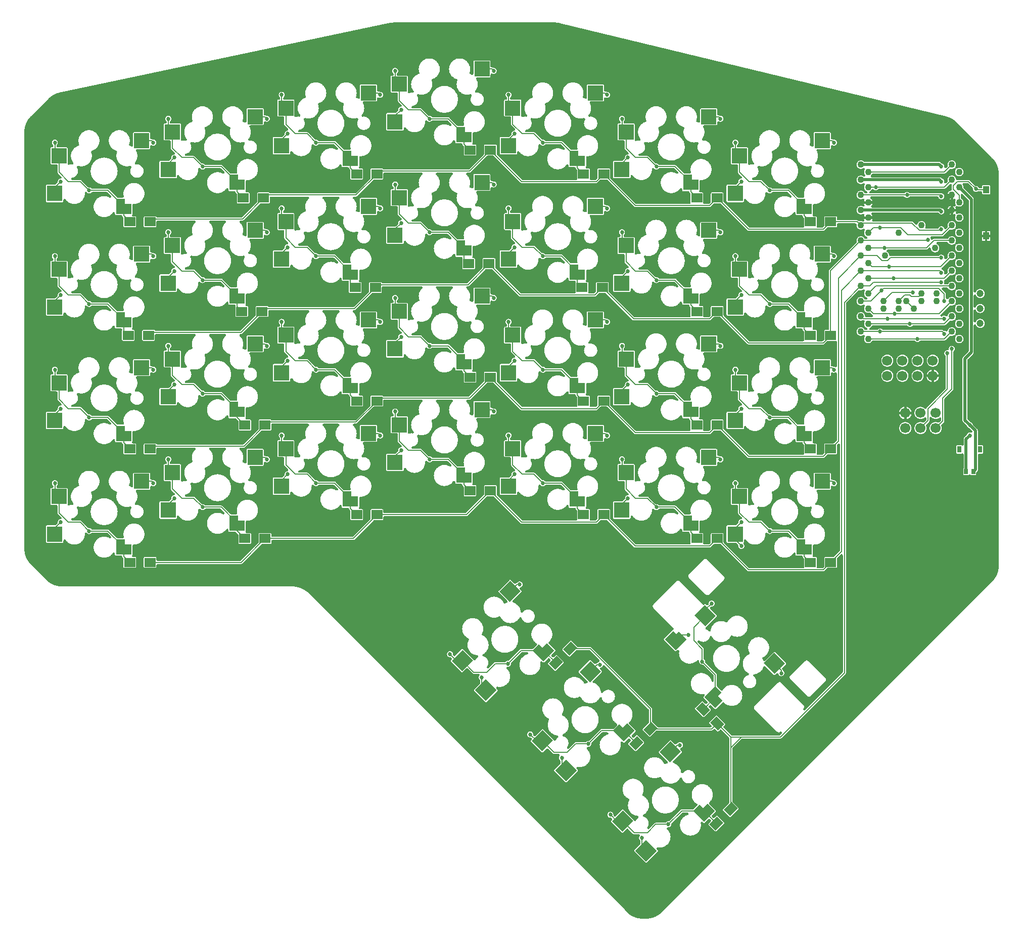
<source format=gbl>
%FSLAX46Y46*%
%MOMM*%
%ADD11C,0.200000*%
%ADD12C,0.500000*%
%AMPS27*
4,1,6,
1.235315,-0.603162,
0.000000,-1.838477,
-1.838477,0.000000,
0.000000,1.838477,
1.053589,0.784888,
0.452548,0.183847,
1.235315,-0.603162,
0
*
%
%ADD27PS27*%
%AMPS14*
21,1,2.600000,2.600000,0.000000,0.000000,0.000000*
%
%ADD14PS14*%
%AMPS21*
21,1,2.600000,2.600000,0.000000,0.000000,45.000000*
%
%ADD21PS21*%
%AMPS13*
21,1,2.550000,2.500000,0.000000,0.000000,0.000000*
%
%ADD13PS13*%
%AMPS20*
21,1,2.550000,2.500000,0.000000,0.000000,45.000000*
%
%ADD20PS20*%
%AMPS25*
21,1,2.550000,2.500000,0.000000,0.000000,315.000000*
%
%ADD25PS25*%
%AMPS19*
1,1,1.700000,0.000000,0.000000*
%
%ADD19PS19*%
%AMPS31*
1,1,1.700000,0.000000,0.000000*
%
%ADD31PS31*%
%AMPS24*
1,1,1.200000,0.000000,0.000000*
%
%ADD24PS24*%
%AMPS17*
1,1,1.100000,0.000000,0.000000*
%
%ADD17PS17*%
%AMPS29*
21,1,0.600000,0.850000,0.000000,0.000000,180.000000*
%
%ADD29PS29*%
%AMPS30*
21,1,0.700000,1.100000,0.000000,0.000000,180.000000*
%
%ADD30PS30*%
%AMPS28*
21,1,1.250000,1.000000,0.000000,0.000000,270.000000*
%
%ADD28PS28*%
%AMPS15*
4,1,6,
1.300000,0.447000,
1.300000,-1.300000,
-1.300000,-1.300000,
-1.300000,1.300000,
0.190000,1.300000,
0.190000,0.450000,
1.300000,0.447000,
0
*
%
%ADD15PS15*%
%AMPS32*
1,1,0.685800,0.000000,0.000000*
%
%ADD32PS32*%
%AMPS26*
4,1,6,
0.000000,-1.838477,
-1.838477,0.000000,
-0.424264,1.414213,
0.106066,0.883883,
0.530330,1.308147,
1.838477,0.000000,
0.000000,-1.838477,
0
*
%
%ADD26PS26*%
%AMPS22*
4,1,6,
0.603162,1.235315,
1.838477,0.000000,
0.000000,-1.838477,
-1.838477,0.000000,
-0.784888,1.053589,
-0.183847,0.452548,
0.603162,1.235315,
0
*
%
%ADD22PS22*%
%AMPS23*
21,1,1.800000,1.500000,0.000000,0.000000,135.000000*
%
%ADD23PS23*%
%AMPS16*
21,1,1.800000,1.500000,0.000000,0.000000,180.000000*
%
%ADD16PS16*%
%AMPS18*
21,1,1.800000,1.500000,0.000000,0.000000,225.000000*
%
%ADD18PS18*%
%AMPS10*
1,1,2.800000,0.000000,0.000000*
%
%ADD10PS10*%
G01*
%LPD*%
G36*
X104591297Y-150359000D02*
X104592529Y-150358996D01*
X104636199Y-150358727D01*
X104638648Y-150358697D01*
X104680483Y-150357927D01*
X104682940Y-150357867D01*
X104724755Y-150356583D01*
X104727203Y-150356493D01*
X104769046Y-150354695D01*
X104771498Y-150354574D01*
X104813201Y-150352269D01*
X104815653Y-150352119D01*
X104857425Y-150349295D01*
X104859873Y-150349114D01*
X104901576Y-150345780D01*
X104904015Y-150345570D01*
X104945683Y-150341725D01*
X104948131Y-150341484D01*
X104989672Y-150337135D01*
X104992114Y-150336864D01*
X105033708Y-150331992D01*
X105036139Y-150331692D01*
X105077648Y-150326314D01*
X105080082Y-150325984D01*
X105121470Y-150320104D01*
X105123900Y-150319743D01*
X105165265Y-150313347D01*
X105167683Y-150312958D01*
X105208948Y-150306059D01*
X105211367Y-150305639D01*
X105252516Y-150298239D01*
X105254931Y-150297790D01*
X105295961Y-150289890D01*
X105298372Y-150289410D01*
X105339425Y-150280981D01*
X105341822Y-150280474D01*
X105382653Y-150271568D01*
X105385048Y-150271030D01*
X105425851Y-150261604D01*
X105428239Y-150261037D01*
X105468874Y-150251123D01*
X105471253Y-150250527D01*
X105511769Y-150240114D01*
X105514144Y-150239488D01*
X105554504Y-150228585D01*
X105556870Y-150227930D01*
X105597151Y-150216516D01*
X105599509Y-150215832D01*
X105639621Y-150203932D01*
X105641965Y-150203221D01*
X105681940Y-150190827D01*
X105684283Y-150190085D01*
X105723991Y-150177237D01*
X105726323Y-150176466D01*
X105766031Y-150163077D01*
X105768350Y-150162280D01*
X105807837Y-150148424D01*
X105810147Y-150147597D01*
X105849414Y-150133275D01*
X105851714Y-150132420D01*
X105890861Y-150117595D01*
X105893152Y-150116712D01*
X105932072Y-150101424D01*
X105934355Y-150100511D01*
X105973130Y-150084727D01*
X105975394Y-150083789D01*
X106013947Y-150067542D01*
X106016204Y-150066574D01*
X106054506Y-150049876D01*
X106056749Y-150048882D01*
X106094933Y-150031675D01*
X106097160Y-150030655D01*
X106135093Y-150012999D01*
X106137319Y-150011946D01*
X106174987Y-149993846D01*
X106177189Y-149992772D01*
X106214632Y-149974212D01*
X106216824Y-149973108D01*
X106254134Y-149954040D01*
X106256312Y-149952910D01*
X106293383Y-149933387D01*
X106295549Y-149932230D01*
X106332249Y-149912323D01*
X106334398Y-149911140D01*
X106370934Y-149890738D01*
X106373072Y-149889526D01*
X106409347Y-149868681D01*
X106411465Y-149867447D01*
X106447468Y-149846167D01*
X106449575Y-149844904D01*
X106485341Y-149823167D01*
X106487427Y-149821882D01*
X106522917Y-149799713D01*
X106525000Y-149798394D01*
X106560169Y-149775818D01*
X106562214Y-149774487D01*
X106597194Y-149751425D01*
X106599243Y-149750056D01*
X106633828Y-149726638D01*
X106635845Y-149725254D01*
X106670240Y-149701346D01*
X106672255Y-149699927D01*
X106706291Y-149675641D01*
X106708275Y-149674208D01*
X106742009Y-149649509D01*
X106743980Y-149648047D01*
X106777427Y-149622922D01*
X106779386Y-149621431D01*
X106812524Y-149595894D01*
X106814453Y-149594388D01*
X106847312Y-149568419D01*
X106849226Y-149566887D01*
X106881736Y-149540540D01*
X106883638Y-149538979D01*
X106915783Y-149512266D01*
X106917660Y-149510687D01*
X106949463Y-149483592D01*
X106951321Y-149481990D01*
X106982907Y-149454404D01*
X106984747Y-149452777D01*
X107015877Y-149424908D01*
X107017695Y-149423260D01*
X107048506Y-149394988D01*
X107050299Y-149393322D01*
X107080815Y-149364625D01*
X107082599Y-149362927D01*
X107112681Y-149333932D01*
X107114433Y-149332222D01*
X107145580Y-149301456D01*
X107146453Y-149300588D01*
X162550588Y-93896453D01*
X162551456Y-93895580D01*
X162582209Y-93864446D01*
X162583921Y-93862691D01*
X162612970Y-93832552D01*
X162614662Y-93830776D01*
X162643310Y-93800314D01*
X162644982Y-93798514D01*
X162673242Y-93767715D01*
X162674887Y-93765900D01*
X162702776Y-93734748D01*
X162704404Y-93732907D01*
X162731990Y-93701321D01*
X162733591Y-93699464D01*
X162760683Y-93667665D01*
X162762267Y-93665783D01*
X162788981Y-93633635D01*
X162790534Y-93631742D01*
X162816941Y-93599160D01*
X162818477Y-93597242D01*
X162844345Y-93564511D01*
X162845855Y-93562575D01*
X162871424Y-93529393D01*
X162872908Y-93527443D01*
X162898043Y-93493984D01*
X162899508Y-93492010D01*
X162924207Y-93458276D01*
X162925640Y-93456292D01*
X162949948Y-93422225D01*
X162951365Y-93420213D01*
X162975210Y-93385910D01*
X162976599Y-93383886D01*
X163000074Y-93349215D01*
X163001436Y-93347176D01*
X163024492Y-93312208D01*
X163025832Y-93310149D01*
X163048412Y-93274970D01*
X163049724Y-93272898D01*
X163071862Y-93237459D01*
X163073148Y-93235372D01*
X163094905Y-93199574D01*
X163096170Y-93197462D01*
X163117448Y-93161461D01*
X163118681Y-93159347D01*
X163139528Y-93123069D01*
X163140739Y-93120932D01*
X163161118Y-93084438D01*
X163162304Y-93082282D01*
X163182276Y-93045460D01*
X163183428Y-93043306D01*
X163202908Y-93006320D01*
X163204041Y-93004135D01*
X163223069Y-92966903D01*
X163224174Y-92964708D01*
X163242763Y-92927205D01*
X163243836Y-92925006D01*
X163261977Y-92887253D01*
X163263031Y-92885025D01*
X163280666Y-92847136D01*
X163281684Y-92844914D01*
X163298861Y-92806798D01*
X163299856Y-92804553D01*
X163316572Y-92766210D01*
X163317539Y-92763954D01*
X163333813Y-92725338D01*
X163334754Y-92723066D01*
X163350513Y-92684349D01*
X163351423Y-92682073D01*
X163366695Y-92643194D01*
X163367579Y-92640903D01*
X163382420Y-92601714D01*
X163383275Y-92599414D01*
X163397613Y-92560104D01*
X163398440Y-92557793D01*
X163412284Y-92518340D01*
X163413081Y-92516022D01*
X163426435Y-92476418D01*
X163427206Y-92474085D01*
X163440099Y-92434238D01*
X163440841Y-92431897D01*
X163453221Y-92391968D01*
X163453932Y-92389623D01*
X163465836Y-92349498D01*
X163466521Y-92347137D01*
X163477938Y-92306844D01*
X163478591Y-92304482D01*
X163489479Y-92264179D01*
X163490106Y-92261800D01*
X163500533Y-92221228D01*
X163501128Y-92218855D01*
X163511035Y-92178252D01*
X163511603Y-92175857D01*
X163521025Y-92135069D01*
X163521563Y-92132675D01*
X163530474Y-92091819D01*
X163530981Y-92089424D01*
X163539410Y-92048371D01*
X163539890Y-92045960D01*
X163547790Y-92004930D01*
X163548240Y-92002511D01*
X163555630Y-91961413D01*
X163556048Y-91959005D01*
X163562963Y-91917654D01*
X163563354Y-91915222D01*
X163569736Y-91873939D01*
X163570096Y-91871517D01*
X163575990Y-91830032D01*
X163576319Y-91827603D01*
X163581693Y-91786136D01*
X163581995Y-91783695D01*
X163586858Y-91742169D01*
X163587128Y-91739730D01*
X163591488Y-91698082D01*
X163591729Y-91695639D01*
X163595571Y-91654011D01*
X163595781Y-91651565D01*
X163599114Y-91609865D01*
X163599295Y-91607419D01*
X163602118Y-91565657D01*
X163602268Y-91563209D01*
X163604574Y-91521500D01*
X163604695Y-91519045D01*
X163606493Y-91477202D01*
X163606583Y-91474755D01*
X163607867Y-91432941D01*
X163607927Y-91430482D01*
X163608697Y-91388646D01*
X163608727Y-91386198D01*
X163608996Y-91342529D01*
X163609000Y-91341297D01*
X163609000Y-25658702D01*
X163608996Y-25657470D01*
X163608727Y-25613799D01*
X163608697Y-25611350D01*
X163607927Y-25569515D01*
X163607867Y-25567057D01*
X163606583Y-25525243D01*
X163606493Y-25522796D01*
X163604695Y-25480953D01*
X163604574Y-25478498D01*
X163602268Y-25436789D01*
X163602118Y-25434341D01*
X163599295Y-25392579D01*
X163599114Y-25390133D01*
X163595781Y-25348433D01*
X163595571Y-25345988D01*
X163591730Y-25304369D01*
X163591489Y-25301924D01*
X163587127Y-25260260D01*
X163586857Y-25257823D01*
X163581995Y-25216305D01*
X163581693Y-25213863D01*
X163576311Y-25172334D01*
X163575982Y-25169909D01*
X163570104Y-25128531D01*
X163569743Y-25126098D01*
X163563347Y-25084733D01*
X163562958Y-25082315D01*
X163556059Y-25041050D01*
X163555639Y-25038631D01*
X163548239Y-24997482D01*
X163547790Y-24995067D01*
X163539890Y-24954037D01*
X163539410Y-24951628D01*
X163530976Y-24910549D01*
X163530468Y-24908148D01*
X163521568Y-24867347D01*
X163521032Y-24864959D01*
X163511604Y-24824143D01*
X163511035Y-24821746D01*
X163501128Y-24781143D01*
X163500533Y-24778769D01*
X163490122Y-24738260D01*
X163489496Y-24735883D01*
X163478578Y-24695468D01*
X163477923Y-24693104D01*
X163466516Y-24652847D01*
X163465832Y-24650487D01*
X163453931Y-24610372D01*
X163453221Y-24608030D01*
X163440845Y-24568112D01*
X163440101Y-24565765D01*
X163427205Y-24525911D01*
X163426437Y-24523585D01*
X163413096Y-24484017D01*
X163412296Y-24481692D01*
X163398423Y-24442158D01*
X163397597Y-24439851D01*
X163383263Y-24400551D01*
X163382407Y-24398248D01*
X163367592Y-24359129D01*
X163366710Y-24356841D01*
X163351424Y-24317926D01*
X163350513Y-24315649D01*
X163334754Y-24276932D01*
X163333813Y-24274660D01*
X163317539Y-24236044D01*
X163316572Y-24233788D01*
X163299856Y-24195445D01*
X163298861Y-24193201D01*
X163281681Y-24155078D01*
X163280662Y-24152853D01*
X163263022Y-24114954D01*
X163261970Y-24112731D01*
X163243834Y-24074987D01*
X163242757Y-24072780D01*
X163224189Y-24035322D01*
X163223088Y-24033133D01*
X163204048Y-23995877D01*
X163202916Y-23993697D01*
X163183400Y-23956640D01*
X163182244Y-23954476D01*
X163162323Y-23917750D01*
X163161140Y-23915600D01*
X163140738Y-23879064D01*
X163139526Y-23876926D01*
X163118681Y-23840651D01*
X163117447Y-23838533D01*
X163096167Y-23802530D01*
X163094903Y-23800420D01*
X163073158Y-23764642D01*
X163071873Y-23762557D01*
X163049719Y-23727092D01*
X163048406Y-23725020D01*
X163025832Y-23689850D01*
X163024492Y-23687790D01*
X163001436Y-23652822D01*
X163000074Y-23650783D01*
X162976599Y-23616112D01*
X162975208Y-23614084D01*
X162951375Y-23579800D01*
X162949964Y-23577797D01*
X162925666Y-23543742D01*
X162924228Y-23541753D01*
X162899474Y-23507944D01*
X162898010Y-23505970D01*
X162872911Y-23472559D01*
X162871426Y-23470607D01*
X162845885Y-23437462D01*
X162844374Y-23435526D01*
X162818416Y-23402682D01*
X162816889Y-23400773D01*
X162790560Y-23368284D01*
X162788996Y-23366379D01*
X162762266Y-23334214D01*
X162760687Y-23332338D01*
X162733592Y-23300535D01*
X162731990Y-23298677D01*
X162704404Y-23267091D01*
X162702776Y-23265250D01*
X162674887Y-23234098D01*
X162673242Y-23232283D01*
X162644982Y-23201484D01*
X162643310Y-23199684D01*
X162614662Y-23169222D01*
X162612970Y-23167446D01*
X162583921Y-23137307D01*
X162582207Y-23135550D01*
X162551463Y-23104426D01*
X162550597Y-23103555D01*
X156520029Y-17072987D01*
X156519417Y-17072377D01*
X156497797Y-17050943D01*
X156496587Y-17049753D01*
X156475707Y-17029401D01*
X156474468Y-17028204D01*
X156453298Y-17007922D01*
X156452053Y-17006739D01*
X156430846Y-16986768D01*
X156429595Y-16985601D01*
X156408126Y-16965727D01*
X156406862Y-16964566D01*
X156385276Y-16944925D01*
X156384001Y-16943775D01*
X156362189Y-16924268D01*
X156360913Y-16923137D01*
X156338945Y-16903825D01*
X156337650Y-16902697D01*
X156315645Y-16883685D01*
X156314350Y-16882575D01*
X156292056Y-16863643D01*
X156290735Y-16862531D01*
X156268301Y-16843811D01*
X156266983Y-16842721D01*
X156244350Y-16824161D01*
X156243022Y-16823081D01*
X156220279Y-16804754D01*
X156218941Y-16803686D01*
X156196116Y-16785613D01*
X156194764Y-16784552D01*
X156171646Y-16766568D01*
X156170291Y-16765523D01*
X156147077Y-16747781D01*
X156145714Y-16746748D01*
X156122361Y-16729214D01*
X156120980Y-16728186D01*
X156097442Y-16710828D01*
X156096060Y-16709818D01*
X156072435Y-16692706D01*
X156071048Y-16691711D01*
X156047266Y-16674793D01*
X156045858Y-16673800D01*
X156021909Y-16657072D01*
X156020504Y-16656100D01*
X155996375Y-16639551D01*
X155994959Y-16638588D01*
X155970812Y-16622329D01*
X155969383Y-16621376D01*
X155944937Y-16605219D01*
X155943506Y-16604282D01*
X155918985Y-16588375D01*
X155917542Y-16587448D01*
X155892920Y-16571774D01*
X155891462Y-16570855D01*
X155866692Y-16555385D01*
X155865250Y-16554493D01*
X155840277Y-16539189D01*
X155838800Y-16538292D01*
X155813830Y-16523285D01*
X155812361Y-16522410D01*
X155787221Y-16507592D01*
X155785741Y-16506729D01*
X155760394Y-16492080D01*
X155758908Y-16491230D01*
X155733515Y-16476843D01*
X155732017Y-16476002D01*
X155706522Y-16461845D01*
X155705025Y-16461022D01*
X155679301Y-16447024D01*
X155677787Y-16446209D01*
X155651974Y-16432449D01*
X155650457Y-16431649D01*
X155624625Y-16418162D01*
X155623112Y-16417380D01*
X155597128Y-16404094D01*
X155595585Y-16403313D01*
X155569459Y-16390238D01*
X155567939Y-16389486D01*
X155541613Y-16376589D01*
X155540057Y-16375835D01*
X155513779Y-16363242D01*
X155512237Y-16362511D01*
X155485787Y-16350112D01*
X155484233Y-16349391D01*
X155457728Y-16337242D01*
X155456162Y-16336533D01*
X155429372Y-16324531D01*
X155427810Y-16323839D01*
X155401215Y-16312196D01*
X155399635Y-16311512D01*
X155372650Y-16299974D01*
X155371074Y-16299308D01*
X155344194Y-16288086D01*
X155342614Y-16287435D01*
X155315477Y-16276377D01*
X155313889Y-16275738D01*
X155286800Y-16264969D01*
X155285199Y-16264340D01*
X155257966Y-16253784D01*
X155256371Y-16253173D01*
X155228927Y-16242804D01*
X155227311Y-16242202D01*
X155200083Y-16232182D01*
X155198481Y-16231600D01*
X155170838Y-16221694D01*
X155169223Y-16221123D01*
X155141774Y-16211551D01*
X155140146Y-16210991D01*
X155112316Y-16201554D01*
X155110696Y-16201013D01*
X155083111Y-16191921D01*
X155081481Y-16191391D01*
X155053592Y-16182463D01*
X155051954Y-16181947D01*
X155023961Y-16173250D01*
X155022328Y-16172750D01*
X154994503Y-16164365D01*
X154992852Y-16163875D01*
X154964730Y-16155664D01*
X154963082Y-16155191D01*
X154935038Y-16147263D01*
X154933396Y-16146806D01*
X154905226Y-16139101D01*
X154903568Y-16138655D01*
X154875279Y-16131178D01*
X154873617Y-16130746D01*
X154845288Y-16123518D01*
X154843625Y-16123102D01*
X154814121Y-16115843D01*
X154813291Y-16115640D01*
X90121498Y-491961D01*
X90121125Y-491872D01*
X90108360Y-488815D01*
X90107659Y-488648D01*
X90095337Y-485744D01*
X90094608Y-485574D01*
X90082568Y-482784D01*
X90081854Y-482620D01*
X90069338Y-479768D01*
X90068595Y-479600D01*
X90056302Y-476848D01*
X90055592Y-476690D01*
X90043295Y-473984D01*
X90042576Y-473827D01*
X90030291Y-471171D01*
X90029567Y-471016D01*
X90017058Y-468360D01*
X90016333Y-468208D01*
X90004177Y-465674D01*
X90003449Y-465523D01*
X89991058Y-462988D01*
X89990333Y-462841D01*
X89977734Y-460312D01*
X89976997Y-460166D01*
X89964961Y-457797D01*
X89964239Y-457656D01*
X89951452Y-455188D01*
X89950747Y-455053D01*
X89938575Y-452749D01*
X89937819Y-452608D01*
X89925542Y-450333D01*
X89924826Y-450202D01*
X89912190Y-447908D01*
X89911467Y-447778D01*
X89899079Y-445576D01*
X89898337Y-445445D01*
X89885960Y-443293D01*
X89885247Y-443171D01*
X89872793Y-441052D01*
X89872034Y-440924D01*
X89859464Y-438835D01*
X89858751Y-438718D01*
X89846294Y-436694D01*
X89845568Y-436577D01*
X89833344Y-434637D01*
X89832601Y-434521D01*
X89819873Y-432550D01*
X89819147Y-432439D01*
X89806718Y-430561D01*
X89805987Y-430452D01*
X89793531Y-428617D01*
X89792810Y-428512D01*
X89780275Y-426712D01*
X89779523Y-426605D01*
X89767120Y-424872D01*
X89766390Y-424772D01*
X89753946Y-423080D01*
X89753203Y-422980D01*
X89740619Y-421317D01*
X89739897Y-421223D01*
X89727075Y-419576D01*
X89726347Y-419484D01*
X89714136Y-417961D01*
X89713391Y-417869D01*
X89700903Y-416359D01*
X89700173Y-416272D01*
X89687458Y-414782D01*
X89686711Y-414696D01*
X89674345Y-413294D01*
X89673603Y-413211D01*
X89661048Y-411835D01*
X89660340Y-411759D01*
X89647651Y-410414D01*
X89646894Y-410335D01*
X89634412Y-409060D01*
X89633692Y-408988D01*
X89621072Y-407745D01*
X89620311Y-407672D01*
X89607768Y-406485D01*
X89607048Y-406418D01*
X89594398Y-405267D01*
X89593661Y-405201D01*
X89581273Y-404120D01*
X89580512Y-404055D01*
X89567912Y-403004D01*
X89567202Y-402946D01*
X89554349Y-401920D01*
X89553606Y-401862D01*
X89541382Y-400932D01*
X89540642Y-400877D01*
X89527732Y-399943D01*
X89526994Y-399891D01*
X89514711Y-399048D01*
X89513969Y-398999D01*
X89501087Y-398163D01*
X89500333Y-398115D01*
X89487895Y-397355D01*
X89487166Y-397312D01*
X89474596Y-396590D01*
X89473868Y-396550D01*
X89461224Y-395870D01*
X89460464Y-395830D01*
X89447916Y-395203D01*
X89447187Y-395168D01*
X89434274Y-394570D01*
X89433544Y-394538D01*
X89421258Y-394014D01*
X89420516Y-393983D01*
X89407878Y-393491D01*
X89407119Y-393463D01*
X89394252Y-393011D01*
X89393532Y-392987D01*
X89381095Y-392595D01*
X89380342Y-392573D01*
X89367729Y-392223D01*
X89366991Y-392204D01*
X89354397Y-391901D01*
X89353668Y-391885D01*
X89340929Y-391625D01*
X89340165Y-391611D01*
X89327684Y-391404D01*
X89326973Y-391393D01*
X89314463Y-391230D01*
X89313701Y-391221D01*
X89300902Y-391103D01*
X89300176Y-391098D01*
X89287480Y-391027D01*
X89286729Y-391024D01*
X89273665Y-391000D01*
X62416508Y-391000D01*
X62405175Y-391018D01*
X62404510Y-391020D01*
X62393518Y-391074D01*
X62392891Y-391078D01*
X62381589Y-391169D01*
X62380925Y-391176D01*
X62369934Y-391301D01*
X62369288Y-391309D01*
X62358260Y-391470D01*
X62357608Y-391481D01*
X62346747Y-391675D01*
X62346117Y-391687D01*
X62335029Y-391920D01*
X62334375Y-391935D01*
X62323093Y-392209D01*
X62322427Y-392226D01*
X62311565Y-392526D01*
X62310921Y-392545D01*
X62299704Y-392891D01*
X62299070Y-392912D01*
X62288135Y-393284D01*
X62287475Y-393307D01*
X62276652Y-393711D01*
X62276021Y-393736D01*
X62264660Y-394196D01*
X62263992Y-394224D01*
X62253020Y-394705D01*
X62252378Y-394734D01*
X62241327Y-395254D01*
X62240683Y-395285D01*
X62229647Y-395840D01*
X62228992Y-395874D01*
X62218054Y-396460D01*
X62217418Y-396496D01*
X62206215Y-397132D01*
X62205574Y-397169D01*
X62194589Y-397828D01*
X62193922Y-397869D01*
X62183077Y-398556D01*
X62182444Y-398597D01*
X62171442Y-399329D01*
X62170793Y-399373D01*
X62159518Y-400160D01*
X62158857Y-400208D01*
X62147890Y-401010D01*
X62147260Y-401057D01*
X62136317Y-401892D01*
X62135675Y-401942D01*
X62124612Y-402822D01*
X62123945Y-402876D01*
X62113018Y-403782D01*
X62112388Y-403835D01*
X62101029Y-404813D01*
X62100369Y-404871D01*
X62089758Y-405820D01*
X62089104Y-405880D01*
X62077923Y-406917D01*
X62077302Y-406975D01*
X62066352Y-408025D01*
X62065701Y-408089D01*
X62054652Y-409185D01*
X62054018Y-409249D01*
X62043248Y-410352D01*
X62042577Y-410422D01*
X62031360Y-411609D01*
X62030731Y-411676D01*
X62019669Y-412882D01*
X62019012Y-412955D01*
X62008324Y-414156D01*
X62007694Y-414228D01*
X61996377Y-415536D01*
X61995738Y-415610D01*
X61985026Y-416883D01*
X61984352Y-416965D01*
X61973132Y-418337D01*
X61972519Y-418413D01*
X61961867Y-419749D01*
X61961210Y-419832D01*
X61949920Y-421286D01*
X61949278Y-421370D01*
X61938610Y-422779D01*
X61937979Y-422863D01*
X61927012Y-424347D01*
X61926352Y-424438D01*
X61915048Y-426006D01*
X61914418Y-426094D01*
X61903809Y-427600D01*
X61903173Y-427692D01*
X61891998Y-429315D01*
X61891341Y-429411D01*
X61880663Y-430998D01*
X61880018Y-431095D01*
X61869160Y-432745D01*
X61868537Y-432841D01*
X61857331Y-434580D01*
X61856678Y-434682D01*
X61845768Y-436412D01*
X61845134Y-436514D01*
X61834372Y-438256D01*
X61833732Y-438360D01*
X61822642Y-440192D01*
X61821993Y-440301D01*
X61811428Y-442082D01*
X61810791Y-442190D01*
X61799610Y-444112D01*
X61798983Y-444221D01*
X61788154Y-446118D01*
X61787515Y-446231D01*
X61776861Y-448133D01*
X61776205Y-448251D01*
X61764939Y-450301D01*
X61764317Y-450415D01*
X61753795Y-452364D01*
X61753144Y-452486D01*
X61742262Y-454539D01*
X61741639Y-454658D01*
X61730636Y-456770D01*
X61729998Y-456893D01*
X61719154Y-459011D01*
X61718521Y-459136D01*
X61707568Y-461312D01*
X61706916Y-461442D01*
X61696289Y-463590D01*
X61695671Y-463716D01*
X61684727Y-465964D01*
X61684078Y-466099D01*
X61672870Y-468440D01*
X61672559Y-468505D01*
X6245391Y-12137383D01*
X6244507Y-12137571D01*
X6213171Y-12144316D01*
X6211409Y-12144704D01*
X6181299Y-12151470D01*
X6179542Y-12151873D01*
X6149644Y-12158875D01*
X6147879Y-12159297D01*
X6117988Y-12166584D01*
X6116235Y-12167020D01*
X6086402Y-12174579D01*
X6084666Y-12175027D01*
X6054853Y-12182866D01*
X6053102Y-12183335D01*
X6023427Y-12191426D01*
X6021679Y-12191911D01*
X5991954Y-12200306D01*
X5990227Y-12200802D01*
X5960848Y-12209385D01*
X5959120Y-12209898D01*
X5929536Y-12218831D01*
X5927797Y-12219365D01*
X5898468Y-12228513D01*
X5896756Y-12229055D01*
X5867336Y-12238522D01*
X5865621Y-12239083D01*
X5836565Y-12248723D01*
X5834842Y-12249303D01*
X5805599Y-12259301D01*
X5803906Y-12259888D01*
X5774983Y-12270067D01*
X5773276Y-12270677D01*
X5744258Y-12281186D01*
X5742559Y-12281810D01*
X5713734Y-12292545D01*
X5712050Y-12293181D01*
X5683229Y-12304211D01*
X5681547Y-12304863D01*
X5652927Y-12316113D01*
X5651244Y-12316783D01*
X5622796Y-12328264D01*
X5621127Y-12328947D01*
X5592593Y-12340763D01*
X5590924Y-12341463D01*
X5562589Y-12353498D01*
X5560936Y-12354209D01*
X5532769Y-12366473D01*
X5531114Y-12367202D01*
X5503026Y-12379735D01*
X5501378Y-12380479D01*
X5473296Y-12393315D01*
X5471661Y-12394072D01*
X5443827Y-12407099D01*
X5442191Y-12407873D01*
X5414385Y-12421195D01*
X5412759Y-12421984D01*
X5385184Y-12435503D01*
X5383574Y-12436301D01*
X5356080Y-12450088D01*
X5354462Y-12450909D01*
X5327018Y-12464984D01*
X5325414Y-12465815D01*
X5298137Y-12480117D01*
X5296546Y-12480960D01*
X5269438Y-12495486D01*
X5267847Y-12496348D01*
X5240838Y-12511137D01*
X5239259Y-12512011D01*
X5212410Y-12527029D01*
X5210841Y-12527916D01*
X5184080Y-12543203D01*
X5182509Y-12544110D01*
X5155941Y-12559608D01*
X5154387Y-12560524D01*
X5128005Y-12576234D01*
X5126457Y-12577165D01*
X5100030Y-12593227D01*
X5098496Y-12594169D01*
X5072368Y-12610373D01*
X5070836Y-12611333D01*
X5044896Y-12627747D01*
X5043377Y-12628718D01*
X5017408Y-12645480D01*
X5015891Y-12646468D01*
X4990244Y-12663353D01*
X4988738Y-12664355D01*
X4963205Y-12681498D01*
X4961714Y-12682509D01*
X4936277Y-12699922D01*
X4934789Y-12700950D01*
X4909551Y-12718564D01*
X4908080Y-12719601D01*
X4883005Y-12737439D01*
X4881535Y-12738495D01*
X4856602Y-12756574D01*
X4855138Y-12757645D01*
X4830434Y-12775902D01*
X4828994Y-12776976D01*
X4804345Y-12795537D01*
X4802907Y-12796630D01*
X4778506Y-12815352D01*
X4777077Y-12816459D01*
X4752782Y-12835451D01*
X4751366Y-12836568D01*
X4727364Y-12855682D01*
X4725951Y-12856818D01*
X4702017Y-12876235D01*
X4700627Y-12877373D01*
X4676859Y-12897012D01*
X4675465Y-12898175D01*
X4651964Y-12917955D01*
X4650593Y-12919120D01*
X4627218Y-12939156D01*
X4625845Y-12940343D01*
X4602621Y-12960618D01*
X4601273Y-12961806D01*
X4578259Y-12982265D01*
X4576916Y-12983469D01*
X4554160Y-13004069D01*
X4552822Y-13005292D01*
X4530165Y-13026179D01*
X4528842Y-13027409D01*
X4506383Y-13048492D01*
X4505080Y-13049727D01*
X4482838Y-13070985D01*
X4481527Y-13072249D01*
X4459468Y-13093720D01*
X4458186Y-13094980D01*
X4435305Y-13117655D01*
X4434664Y-13118293D01*
X1449393Y-16103564D01*
X1448529Y-16104433D01*
X1417793Y-16135548D01*
X1416077Y-16137307D01*
X1387028Y-16167446D01*
X1385335Y-16169223D01*
X1356710Y-16199661D01*
X1355040Y-16201459D01*
X1326752Y-16232288D01*
X1325105Y-16234106D01*
X1297204Y-16265272D01*
X1295579Y-16267110D01*
X1268010Y-16298676D01*
X1266406Y-16300535D01*
X1239288Y-16332365D01*
X1237705Y-16334246D01*
X1211045Y-16366329D01*
X1209491Y-16368222D01*
X1183093Y-16400793D01*
X1181557Y-16402712D01*
X1155604Y-16435551D01*
X1154099Y-16437480D01*
X1128572Y-16470605D01*
X1127078Y-16472569D01*
X1101971Y-16505994D01*
X1100515Y-16507956D01*
X1075803Y-16541706D01*
X1074364Y-16543698D01*
X1050035Y-16577796D01*
X1048623Y-16579800D01*
X1024790Y-16614084D01*
X1023400Y-16616110D01*
X999892Y-16650829D01*
X998526Y-16652874D01*
X975547Y-16687727D01*
X974211Y-16689780D01*
X951579Y-16725039D01*
X950266Y-16727113D01*
X928129Y-16762550D01*
X926840Y-16764642D01*
X905096Y-16800421D01*
X903837Y-16802522D01*
X882564Y-16838512D01*
X881325Y-16840637D01*
X860453Y-16876961D01*
X859247Y-16879091D01*
X838879Y-16915564D01*
X837692Y-16917719D01*
X817734Y-16954514D01*
X816580Y-16956674D01*
X797088Y-16993684D01*
X795953Y-16995872D01*
X776928Y-17033101D01*
X775830Y-17035281D01*
X757213Y-17072836D01*
X756135Y-17075047D01*
X738061Y-17112662D01*
X737010Y-17114883D01*
X719333Y-17152860D01*
X718313Y-17155087D01*
X701125Y-17193228D01*
X700128Y-17195476D01*
X683423Y-17233796D01*
X682458Y-17236049D01*
X666190Y-17274651D01*
X665248Y-17276924D01*
X649501Y-17315613D01*
X648592Y-17317886D01*
X633274Y-17356881D01*
X632391Y-17359170D01*
X617590Y-17398251D01*
X616734Y-17400553D01*
X602405Y-17439838D01*
X601578Y-17442150D01*
X587708Y-17481677D01*
X586910Y-17483996D01*
X573540Y-17523648D01*
X572769Y-17525982D01*
X559916Y-17565707D01*
X559176Y-17568045D01*
X546774Y-17608044D01*
X546062Y-17610392D01*
X534167Y-17650488D01*
X533483Y-17652846D01*
X522059Y-17693163D01*
X521404Y-17695528D01*
X510519Y-17735821D01*
X509893Y-17738198D01*
X499466Y-17778770D01*
X498871Y-17781144D01*
X488958Y-17821772D01*
X488389Y-17824167D01*
X478972Y-17864935D01*
X478436Y-17867324D01*
X469521Y-17908194D01*
X469012Y-17910596D01*
X460598Y-17951579D01*
X460120Y-17953985D01*
X452210Y-17995065D01*
X451760Y-17997482D01*
X444360Y-18038631D01*
X443940Y-18041050D01*
X437045Y-18082291D01*
X436656Y-18084707D01*
X430252Y-18126120D01*
X429891Y-18128557D01*
X424017Y-18169910D01*
X423688Y-18172333D01*
X418306Y-18213862D01*
X418004Y-18216304D01*
X413142Y-18257822D01*
X412872Y-18260257D01*
X408509Y-18301927D01*
X408268Y-18304375D01*
X404429Y-18345975D01*
X404219Y-18348420D01*
X400885Y-18390135D01*
X400705Y-18392578D01*
X397881Y-18434347D01*
X397730Y-18436799D01*
X395425Y-18478495D01*
X395304Y-18480949D01*
X393506Y-18522796D01*
X393416Y-18525242D01*
X392132Y-18567056D01*
X392072Y-18569515D01*
X391302Y-18611351D01*
X391272Y-18613803D01*
X391004Y-18657455D01*
X391000Y-18658683D01*
X391000Y-88491315D01*
X391004Y-88492543D01*
X391272Y-88536194D01*
X391302Y-88538648D01*
X392073Y-88580520D01*
X392133Y-88582971D01*
X393414Y-88624725D01*
X393504Y-88627177D01*
X395303Y-88669048D01*
X395424Y-88671502D01*
X397729Y-88713198D01*
X397879Y-88715648D01*
X400703Y-88757424D01*
X400884Y-88759873D01*
X404216Y-88801553D01*
X404426Y-88803996D01*
X408269Y-88845633D01*
X408510Y-88848079D01*
X412872Y-88889740D01*
X413143Y-88892177D01*
X418010Y-88933735D01*
X418310Y-88936170D01*
X423674Y-88977569D01*
X424005Y-88980003D01*
X429903Y-89021516D01*
X430262Y-89023941D01*
X436653Y-89065279D01*
X437043Y-89067701D01*
X443931Y-89108900D01*
X444352Y-89111324D01*
X451759Y-89152506D01*
X452206Y-89154912D01*
X460129Y-89196066D01*
X460610Y-89198479D01*
X469012Y-89239402D01*
X469519Y-89241799D01*
X478435Y-89282677D01*
X478974Y-89285076D01*
X488387Y-89325821D01*
X488954Y-89328211D01*
X498871Y-89368855D01*
X499466Y-89371230D01*
X509878Y-89411742D01*
X510503Y-89414113D01*
X521421Y-89454532D01*
X522077Y-89456901D01*
X533482Y-89497151D01*
X534166Y-89499511D01*
X546067Y-89539626D01*
X546777Y-89541968D01*
X559153Y-89581886D01*
X559897Y-89584232D01*
X572778Y-89624040D01*
X573547Y-89626368D01*
X586919Y-89666027D01*
X587717Y-89668347D01*
X601574Y-89707838D01*
X602402Y-89710152D01*
X616736Y-89749450D01*
X617591Y-89751750D01*
X632406Y-89790869D01*
X633288Y-89793157D01*
X648574Y-89832072D01*
X649485Y-89834349D01*
X665244Y-89873066D01*
X666185Y-89875339D01*
X682453Y-89913940D01*
X683417Y-89916188D01*
X700126Y-89954519D01*
X701124Y-89956770D01*
X718318Y-89994924D01*
X719340Y-89997156D01*
X736994Y-90035081D01*
X738041Y-90037294D01*
X756153Y-90074990D01*
X757233Y-90077203D01*
X775823Y-90114704D01*
X776923Y-90116889D01*
X795950Y-90154120D01*
X797082Y-90156301D01*
X816598Y-90193358D01*
X817755Y-90195524D01*
X837682Y-90232260D01*
X838863Y-90234406D01*
X859250Y-90270916D01*
X860463Y-90273057D01*
X881317Y-90309347D01*
X882551Y-90311464D01*
X903854Y-90347506D01*
X905115Y-90349610D01*
X926819Y-90385323D01*
X928109Y-90387416D01*
X950278Y-90422904D01*
X951589Y-90424975D01*
X974166Y-90460149D01*
X975506Y-90462208D01*
X998562Y-90497176D01*
X999924Y-90499215D01*
X1023399Y-90533886D01*
X1024788Y-90535911D01*
X1048650Y-90570238D01*
X1050064Y-90572245D01*
X1074338Y-90606266D01*
X1075776Y-90608255D01*
X1100491Y-90642010D01*
X1101953Y-90643982D01*
X1127105Y-90677464D01*
X1128590Y-90679416D01*
X1154116Y-90712542D01*
X1155625Y-90714476D01*
X1181533Y-90747258D01*
X1183069Y-90749176D01*
X1209461Y-90781740D01*
X1211019Y-90783638D01*
X1237732Y-90815783D01*
X1239312Y-90817661D01*
X1266415Y-90849473D01*
X1268016Y-90851329D01*
X1295614Y-90882929D01*
X1297241Y-90884769D01*
X1325081Y-90915867D01*
X1326728Y-90917685D01*
X1355017Y-90948515D01*
X1356687Y-90950313D01*
X1385329Y-90980769D01*
X1387021Y-90982546D01*
X1416087Y-91012703D01*
X1417803Y-91014462D01*
X1448528Y-91045566D01*
X1449393Y-91046435D01*
X4103555Y-93700597D01*
X4104426Y-93701463D01*
X4135550Y-93732207D01*
X4137307Y-93733921D01*
X4167446Y-93762970D01*
X4169222Y-93764662D01*
X4199684Y-93793310D01*
X4201484Y-93794982D01*
X4232283Y-93823242D01*
X4234098Y-93824887D01*
X4265250Y-93852776D01*
X4267091Y-93854404D01*
X4298677Y-93881990D01*
X4300535Y-93883592D01*
X4332338Y-93910687D01*
X4334215Y-93912266D01*
X4366360Y-93938979D01*
X4368259Y-93940538D01*
X4400795Y-93966907D01*
X4402711Y-93968441D01*
X4435528Y-93994377D01*
X4437464Y-93995888D01*
X4470606Y-94021426D01*
X4472556Y-94022909D01*
X4506015Y-94048044D01*
X4507989Y-94049509D01*
X4541723Y-94074208D01*
X4543707Y-94075641D01*
X4577743Y-94099927D01*
X4579758Y-94101346D01*
X4614153Y-94125254D01*
X4616170Y-94126638D01*
X4650755Y-94150056D01*
X4652804Y-94151425D01*
X4687784Y-94174487D01*
X4689829Y-94175818D01*
X4724998Y-94198394D01*
X4727081Y-94199713D01*
X4762571Y-94221882D01*
X4764657Y-94223167D01*
X4800423Y-94244904D01*
X4802530Y-94246167D01*
X4838533Y-94267447D01*
X4840651Y-94268681D01*
X4876926Y-94289526D01*
X4879064Y-94290738D01*
X4915600Y-94311140D01*
X4917749Y-94312323D01*
X4954449Y-94332230D01*
X4956615Y-94333387D01*
X4993686Y-94352910D01*
X4995864Y-94354040D01*
X5033174Y-94373108D01*
X5035365Y-94374211D01*
X5072783Y-94392759D01*
X5074987Y-94393835D01*
X5112728Y-94411970D01*
X5114953Y-94413022D01*
X5152813Y-94430644D01*
X5155041Y-94431665D01*
X5193250Y-94448883D01*
X5195490Y-94449876D01*
X5233782Y-94466570D01*
X5236039Y-94467537D01*
X5274650Y-94483809D01*
X5276922Y-94484750D01*
X5315649Y-94500513D01*
X5317926Y-94501424D01*
X5356841Y-94516710D01*
X5359129Y-94517592D01*
X5398253Y-94532409D01*
X5400554Y-94533265D01*
X5439839Y-94547594D01*
X5442153Y-94548422D01*
X5481656Y-94562283D01*
X5483973Y-94563080D01*
X5523622Y-94576449D01*
X5525954Y-94577219D01*
X5565773Y-94590103D01*
X5568116Y-94590845D01*
X5608030Y-94603220D01*
X5610375Y-94603932D01*
X5650495Y-94615834D01*
X5652851Y-94616517D01*
X5693096Y-94627921D01*
X5695465Y-94628576D01*
X5735882Y-94639494D01*
X5738252Y-94640119D01*
X5778742Y-94650526D01*
X5781124Y-94651123D01*
X5821759Y-94661037D01*
X5824147Y-94661604D01*
X5864950Y-94671030D01*
X5867345Y-94671568D01*
X5908176Y-94680474D01*
X5910573Y-94680981D01*
X5951626Y-94689410D01*
X5954037Y-94689890D01*
X5995067Y-94697790D01*
X5997482Y-94698239D01*
X6038631Y-94705639D01*
X6041050Y-94706059D01*
X6082315Y-94712958D01*
X6084733Y-94713347D01*
X6126098Y-94719743D01*
X6128528Y-94720104D01*
X6169916Y-94725984D01*
X6172350Y-94726314D01*
X6213859Y-94731692D01*
X6216290Y-94731992D01*
X6257884Y-94736864D01*
X6260326Y-94737135D01*
X6301867Y-94741484D01*
X6304315Y-94741725D01*
X6345983Y-94745570D01*
X6348422Y-94745780D01*
X6390125Y-94749114D01*
X6392574Y-94749295D01*
X6434350Y-94752119D01*
X6436800Y-94752269D01*
X6478496Y-94754574D01*
X6480950Y-94754695D01*
X6522796Y-94756493D01*
X6525243Y-94756583D01*
X6567058Y-94757867D01*
X6569515Y-94757927D01*
X6611350Y-94758697D01*
X6613799Y-94758727D01*
X6657470Y-94758996D01*
X6658702Y-94759000D01*
X45092867Y-94759000D01*
X45095905Y-94759009D01*
X45143971Y-94759304D01*
X45150067Y-94759379D01*
X45197801Y-94760258D01*
X45203978Y-94760410D01*
X45251739Y-94761875D01*
X45257878Y-94762101D01*
X45305569Y-94764151D01*
X45311564Y-94764446D01*
X45359367Y-94767088D01*
X45365340Y-94767455D01*
X45413241Y-94770693D01*
X45419193Y-94771132D01*
X45466818Y-94774939D01*
X45472962Y-94775467D01*
X45520466Y-94779853D01*
X45526567Y-94780453D01*
X45574210Y-94785441D01*
X45580088Y-94786093D01*
X45627588Y-94791656D01*
X45633706Y-94792411D01*
X45681101Y-94798552D01*
X45687094Y-94799365D01*
X45734467Y-94806096D01*
X45740300Y-94806961D01*
X45787738Y-94814295D01*
X45793624Y-94815243D01*
X45840977Y-94823160D01*
X45846712Y-94824155D01*
X45893927Y-94832647D01*
X45899804Y-94833741D01*
X45946951Y-94842819D01*
X45952719Y-94843966D01*
X45999577Y-94853586D01*
X46005409Y-94854820D01*
X46052406Y-94865072D01*
X46058089Y-94866348D01*
X46104831Y-94877146D01*
X46110559Y-94878506D01*
X46157273Y-94889903D01*
X46162883Y-94891308D01*
X46209370Y-94903256D01*
X46215273Y-94904812D01*
X46261324Y-94917252D01*
X46267226Y-94918886D01*
X46313096Y-94931884D01*
X46318995Y-94933594D01*
X46365028Y-94947250D01*
X46370654Y-94948956D01*
X46416312Y-94963113D01*
X46422200Y-94964978D01*
X46467675Y-94979693D01*
X46473305Y-94981552D01*
X46518710Y-94996861D01*
X46524422Y-94998826D01*
X46569606Y-95014681D01*
X46575245Y-95016699D01*
X46620181Y-95033090D01*
X46625956Y-95035237D01*
X46670566Y-95052130D01*
X46676272Y-95054331D01*
X46720872Y-95071850D01*
X46726363Y-95074047D01*
X46770595Y-95092051D01*
X46776358Y-95094437D01*
X46820427Y-95113009D01*
X46825881Y-95115347D01*
X46869902Y-95134538D01*
X46875181Y-95136878D01*
X46919036Y-95156641D01*
X46924390Y-95159094D01*
X46967768Y-95179284D01*
X46973237Y-95181871D01*
X47016371Y-95202597D01*
X47021880Y-95205285D01*
X47064778Y-95226549D01*
X47070028Y-95229192D01*
X47112695Y-95250998D01*
X47118030Y-95253766D01*
X47160367Y-95276062D01*
X47165670Y-95278898D01*
X47207876Y-95301792D01*
X47213030Y-95304628D01*
X47254803Y-95327955D01*
X47260127Y-95330971D01*
X47301508Y-95354749D01*
X47306766Y-95357814D01*
X47348009Y-95382191D01*
X47353134Y-95385263D01*
X47394035Y-95410121D01*
X47399189Y-95413296D01*
X47439656Y-95438575D01*
X47444980Y-95441946D01*
X47485112Y-95467707D01*
X47490247Y-95471048D01*
X47530072Y-95497305D01*
X47535187Y-95500722D01*
X47574738Y-95527502D01*
X47579790Y-95530969D01*
X47619055Y-95558263D01*
X47623946Y-95561707D01*
X47662908Y-95589508D01*
X47667848Y-95593078D01*
X47706480Y-95621363D01*
X47711214Y-95624874D01*
X47749599Y-95653709D01*
X47754226Y-95657231D01*
X47792270Y-95686546D01*
X47796987Y-95690226D01*
X47834553Y-95719916D01*
X47839214Y-95723646D01*
X47876443Y-95753819D01*
X47881097Y-95757639D01*
X47917925Y-95788243D01*
X47922555Y-95792139D01*
X47958941Y-95823139D01*
X47963523Y-95827091D01*
X47999454Y-95858472D01*
X48004123Y-95862601D01*
X48039713Y-95894462D01*
X48044127Y-95898462D01*
X48079456Y-95930879D01*
X48083848Y-95934959D01*
X48118775Y-95967807D01*
X48123059Y-95971885D01*
X48157513Y-96005094D01*
X48161862Y-96009336D01*
X48196149Y-96043205D01*
X48198669Y-96045711D01*
X101353654Y-149300694D01*
X101354660Y-149301695D01*
X101385552Y-149332209D01*
X101387307Y-149333921D01*
X101417446Y-149362970D01*
X101419222Y-149364662D01*
X101449684Y-149393310D01*
X101451484Y-149394982D01*
X101482283Y-149423242D01*
X101484098Y-149424887D01*
X101515250Y-149452776D01*
X101517091Y-149454404D01*
X101548677Y-149481990D01*
X101550535Y-149483592D01*
X101582338Y-149510687D01*
X101584215Y-149512266D01*
X101616360Y-149538979D01*
X101618259Y-149540538D01*
X101650795Y-149566907D01*
X101652711Y-149568441D01*
X101685528Y-149594377D01*
X101687464Y-149595888D01*
X101720606Y-149621426D01*
X101722556Y-149622909D01*
X101756015Y-149648044D01*
X101757989Y-149649509D01*
X101791723Y-149674208D01*
X101793707Y-149675641D01*
X101827743Y-149699927D01*
X101829758Y-149701346D01*
X101864153Y-149725254D01*
X101866170Y-149726638D01*
X101900755Y-149750056D01*
X101902804Y-149751425D01*
X101937784Y-149774487D01*
X101939829Y-149775818D01*
X101974998Y-149798394D01*
X101977081Y-149799713D01*
X102012571Y-149821882D01*
X102014657Y-149823167D01*
X102050423Y-149844904D01*
X102052530Y-149846167D01*
X102088533Y-149867447D01*
X102090651Y-149868681D01*
X102126926Y-149889526D01*
X102129064Y-149890738D01*
X102165600Y-149911140D01*
X102167749Y-149912323D01*
X102204449Y-149932230D01*
X102206615Y-149933387D01*
X102243686Y-149952910D01*
X102245864Y-149954040D01*
X102283174Y-149973108D01*
X102285365Y-149974211D01*
X102322783Y-149992759D01*
X102324987Y-149993835D01*
X102362728Y-150011970D01*
X102364953Y-150013022D01*
X102402813Y-150030644D01*
X102405041Y-150031665D01*
X102443250Y-150048883D01*
X102445490Y-150049876D01*
X102483782Y-150066570D01*
X102486039Y-150067537D01*
X102524650Y-150083809D01*
X102526922Y-150084750D01*
X102565649Y-150100513D01*
X102567926Y-150101424D01*
X102606841Y-150116710D01*
X102609129Y-150117592D01*
X102648253Y-150132409D01*
X102650554Y-150133265D01*
X102689839Y-150147594D01*
X102692153Y-150148422D01*
X102731656Y-150162283D01*
X102733973Y-150163080D01*
X102773622Y-150176449D01*
X102775954Y-150177219D01*
X102815773Y-150190103D01*
X102818116Y-150190845D01*
X102858030Y-150203220D01*
X102860375Y-150203932D01*
X102900495Y-150215834D01*
X102902851Y-150216517D01*
X102943096Y-150227921D01*
X102945465Y-150228576D01*
X102985882Y-150239494D01*
X102988252Y-150240119D01*
X103028742Y-150250526D01*
X103031124Y-150251123D01*
X103071759Y-150261037D01*
X103074147Y-150261604D01*
X103114950Y-150271030D01*
X103117345Y-150271568D01*
X103158176Y-150280474D01*
X103160573Y-150280981D01*
X103201626Y-150289410D01*
X103204037Y-150289890D01*
X103245067Y-150297790D01*
X103247482Y-150298239D01*
X103288631Y-150305639D01*
X103291050Y-150306059D01*
X103332315Y-150312958D01*
X103334733Y-150313347D01*
X103376098Y-150319743D01*
X103378528Y-150320104D01*
X103419916Y-150325984D01*
X103422350Y-150326314D01*
X103463859Y-150331692D01*
X103466290Y-150331992D01*
X103507884Y-150336864D01*
X103510326Y-150337135D01*
X103551867Y-150341484D01*
X103554315Y-150341725D01*
X103595983Y-150345570D01*
X103598422Y-150345780D01*
X103640125Y-150349114D01*
X103642574Y-150349295D01*
X103684350Y-150352119D01*
X103686800Y-150352269D01*
X103728496Y-150354574D01*
X103730950Y-150354695D01*
X103772796Y-150356493D01*
X103775243Y-150356583D01*
X103817058Y-150357867D01*
X103819515Y-150357927D01*
X103861350Y-150358697D01*
X103863799Y-150358727D01*
X103907470Y-150358996D01*
X103908702Y-150359000D01*
X104591297Y-150359000D01*
D02*
G37*
%LPC*%
G36*
X76267614Y-14359447D02*
X76232386Y-14359447D01*
X76158784Y-14355831D01*
X76123721Y-14352378D01*
X76050832Y-14341565D01*
X76016285Y-14334694D01*
X75944803Y-14316789D01*
X75911104Y-14306566D01*
X75841690Y-14281729D01*
X75809160Y-14268255D01*
X75742561Y-14236756D01*
X75711461Y-14220132D01*
X75648279Y-14182262D01*
X75618978Y-14162684D01*
X75559785Y-14118783D01*
X75532560Y-14096440D01*
X75477950Y-14046944D01*
X75453056Y-14022050D01*
X75403560Y-13967440D01*
X75381217Y-13940215D01*
X75337312Y-13881017D01*
X75317742Y-13851728D01*
X75279858Y-13788522D01*
X75263251Y-13757452D01*
X75231750Y-13690850D01*
X75218268Y-13658302D01*
X75193434Y-13588896D01*
X75183211Y-13555197D01*
X75165306Y-13483715D01*
X75158435Y-13449168D01*
X75147622Y-13376279D01*
X75144169Y-13341216D01*
X75140553Y-13267614D01*
X75140553Y-13232386D01*
X75144169Y-13158784D01*
X75147622Y-13123721D01*
X75158435Y-13050832D01*
X75165306Y-13016285D01*
X75183211Y-12944803D01*
X75193434Y-12911104D01*
X75218268Y-12841698D01*
X75231750Y-12809150D01*
X75263251Y-12742548D01*
X75279853Y-12711488D01*
X75293349Y-12688971D01*
X75315240Y-12636964D01*
X75321734Y-12580912D01*
X75312314Y-12525277D01*
X75287729Y-12474487D01*
X75249936Y-12432586D01*
X75201944Y-12402908D01*
X75147572Y-12387817D01*
X75063743Y-12394763D01*
X75053590Y-12397843D01*
X74920332Y-12431222D01*
X74885782Y-12438095D01*
X74749889Y-12458253D01*
X74714831Y-12461706D01*
X74577614Y-12468447D01*
X74542386Y-12468447D01*
X74405169Y-12461706D01*
X74370111Y-12458253D01*
X74234223Y-12438095D01*
X74199660Y-12431220D01*
X74066414Y-12397844D01*
X74032701Y-12387617D01*
X73903334Y-12341330D01*
X73870798Y-12327853D01*
X73746612Y-12269116D01*
X73715542Y-12252509D01*
X73597698Y-12181877D01*
X73568419Y-12162312D01*
X73458066Y-12080469D01*
X73430846Y-12058130D01*
X73329037Y-11965857D01*
X73304143Y-11940963D01*
X73211870Y-11839154D01*
X73189531Y-11811934D01*
X73107691Y-11701586D01*
X73088121Y-11672298D01*
X73017492Y-11554460D01*
X73000893Y-11523404D01*
X72942143Y-11399190D01*
X72928667Y-11366658D01*
X72882381Y-11237294D01*
X72872161Y-11203604D01*
X72838777Y-11070329D01*
X72831904Y-11035776D01*
X72811747Y-10899891D01*
X72808294Y-10864828D01*
X72801553Y-10727614D01*
X72801553Y-10692386D01*
X72808294Y-10555172D01*
X72811747Y-10520109D01*
X72831904Y-10384224D01*
X72838777Y-10349671D01*
X72872161Y-10216396D01*
X72882383Y-10182699D01*
X72908050Y-10110962D01*
X72919375Y-10055683D01*
X72914808Y-9999441D01*
X72894715Y-9946713D01*
X72860693Y-9901696D01*
X72815452Y-9867973D01*
X72777796Y-9852196D01*
X72762692Y-9847615D01*
X72633334Y-9801330D01*
X72600798Y-9787853D01*
X72476612Y-9729116D01*
X72445542Y-9712509D01*
X72327698Y-9641877D01*
X72298419Y-9622312D01*
X72188066Y-9540469D01*
X72160846Y-9518130D01*
X72059037Y-9425857D01*
X72034143Y-9400963D01*
X71941870Y-9299154D01*
X71919531Y-9271934D01*
X71837691Y-9161586D01*
X71818121Y-9132298D01*
X71747492Y-9014460D01*
X71730893Y-8983404D01*
X71672143Y-8859190D01*
X71658667Y-8826658D01*
X71612381Y-8697294D01*
X71602161Y-8663604D01*
X71568777Y-8530329D01*
X71561904Y-8495776D01*
X71541747Y-8359891D01*
X71538294Y-8324828D01*
X71531553Y-8187614D01*
X71531553Y-8152386D01*
X71538294Y-8015172D01*
X71541747Y-7980109D01*
X71561904Y-7844224D01*
X71568777Y-7809671D01*
X71602161Y-7676396D01*
X71612381Y-7642706D01*
X71658667Y-7513342D01*
X71672143Y-7480810D01*
X71730893Y-7356596D01*
X71747492Y-7325540D01*
X71818121Y-7207702D01*
X71837691Y-7178414D01*
X71919531Y-7068066D01*
X71941870Y-7040846D01*
X72034143Y-6939037D01*
X72059037Y-6914143D01*
X72160834Y-6821880D01*
X72188064Y-6799533D01*
X72298423Y-6717685D01*
X72327706Y-6698119D01*
X72445540Y-6627492D01*
X72476596Y-6610893D01*
X72600816Y-6552140D01*
X72633341Y-6538668D01*
X72762704Y-6492382D01*
X72796403Y-6482159D01*
X72929668Y-6448778D01*
X72964218Y-6441905D01*
X73100111Y-6421747D01*
X73135169Y-6418294D01*
X73272386Y-6411553D01*
X73307614Y-6411553D01*
X73444831Y-6418294D01*
X73479889Y-6421747D01*
X73615782Y-6441905D01*
X73650332Y-6448778D01*
X73783597Y-6482159D01*
X73817296Y-6492382D01*
X73946659Y-6538668D01*
X73979184Y-6552140D01*
X74103404Y-6610893D01*
X74134460Y-6627492D01*
X74252294Y-6698119D01*
X74281577Y-6717685D01*
X74391936Y-6799533D01*
X74419166Y-6821880D01*
X74520963Y-6914143D01*
X74545857Y-6939037D01*
X74638130Y-7040846D01*
X74660469Y-7068066D01*
X74742305Y-7178409D01*
X74761875Y-7207697D01*
X74832518Y-7325557D01*
X74849111Y-7356600D01*
X74907852Y-7480798D01*
X74921333Y-7513344D01*
X74967619Y-7642706D01*
X74977839Y-7676396D01*
X75011223Y-7809671D01*
X75018096Y-7844224D01*
X75038253Y-7980109D01*
X75041706Y-8015172D01*
X75048447Y-8152386D01*
X75048447Y-8187614D01*
X75041706Y-8324831D01*
X75038253Y-8359889D01*
X75018095Y-8495777D01*
X75011220Y-8530340D01*
X74977844Y-8663586D01*
X74967620Y-8697292D01*
X74941949Y-8769036D01*
X74930624Y-8824315D01*
X74935190Y-8880557D01*
X74955283Y-8933285D01*
X74989304Y-8978302D01*
X75034545Y-9012026D01*
X75072201Y-9027803D01*
X75087304Y-9032384D01*
X75216659Y-9078668D01*
X75249201Y-9092147D01*
X75322088Y-9126621D01*
X75375990Y-9143310D01*
X75432409Y-9144279D01*
X75486853Y-9129451D01*
X75534988Y-9100007D01*
X75572983Y-9058289D01*
X75597814Y-9007619D01*
X75607600Y-8945824D01*
X75607600Y-6935065D01*
X75617522Y-6869569D01*
X75628795Y-6843387D01*
X75647933Y-6816478D01*
X75672296Y-6794192D01*
X75700797Y-6777523D01*
X75732165Y-6767214D01*
X75775598Y-6762600D01*
X78299935Y-6762600D01*
X78365431Y-6772522D01*
X78391613Y-6783795D01*
X78418522Y-6802933D01*
X78440808Y-6827296D01*
X78457477Y-6855797D01*
X78467786Y-6887165D01*
X78472400Y-6930598D01*
X78472400Y-7712718D01*
X78480360Y-7768581D01*
X78503606Y-7819997D01*
X78540289Y-7862873D01*
X78587487Y-7893798D01*
X78662591Y-7912477D01*
X78690311Y-7913838D01*
X78695150Y-7914315D01*
X78744585Y-7924148D01*
X78791108Y-7943419D01*
X78829262Y-7968912D01*
X78880132Y-7993329D01*
X78958662Y-8001517D01*
X78958663Y-8001542D01*
X78958823Y-8001534D01*
X78959972Y-8001654D01*
X78963548Y-8001302D01*
X78987370Y-8000131D01*
X79012630Y-8000131D01*
X79036430Y-8001301D01*
X79061560Y-8003776D01*
X79085135Y-8007273D01*
X79109922Y-8012203D01*
X79133022Y-8017990D01*
X79157178Y-8025317D01*
X79179613Y-8033344D01*
X79202966Y-8043018D01*
X79224502Y-8053204D01*
X79246781Y-8065113D01*
X79267204Y-8077354D01*
X79288204Y-8091385D01*
X79307358Y-8105590D01*
X79326876Y-8121609D01*
X79344540Y-8137619D01*
X79362381Y-8155460D01*
X79378383Y-8173114D01*
X79394423Y-8192659D01*
X79408609Y-8211786D01*
X79422638Y-8232783D01*
X79434900Y-8253242D01*
X79446792Y-8275489D01*
X79456982Y-8297034D01*
X79466656Y-8320387D01*
X79474683Y-8342822D01*
X79482010Y-8366978D01*
X79487797Y-8390078D01*
X79492727Y-8414865D01*
X79496224Y-8438440D01*
X79498699Y-8463570D01*
X79499869Y-8487370D01*
X79499869Y-8512630D01*
X79498699Y-8536430D01*
X79496224Y-8561560D01*
X79492727Y-8585135D01*
X79487797Y-8609922D01*
X79482010Y-8633022D01*
X79474683Y-8657178D01*
X79466656Y-8679613D01*
X79456982Y-8702966D01*
X79446792Y-8724511D01*
X79434900Y-8746758D01*
X79422638Y-8767217D01*
X79408609Y-8788214D01*
X79394423Y-8807341D01*
X79378383Y-8826886D01*
X79362381Y-8844540D01*
X79344540Y-8862381D01*
X79326886Y-8878383D01*
X79307341Y-8894423D01*
X79288214Y-8908609D01*
X79267217Y-8922638D01*
X79246758Y-8934900D01*
X79224511Y-8946792D01*
X79202966Y-8956982D01*
X79179613Y-8966656D01*
X79157178Y-8974683D01*
X79133022Y-8982010D01*
X79109922Y-8987797D01*
X79085135Y-8992727D01*
X79061560Y-8996224D01*
X79036430Y-8998699D01*
X79012630Y-8999869D01*
X78987370Y-8999869D01*
X78963570Y-8998699D01*
X78938440Y-8996224D01*
X78914865Y-8992727D01*
X78890078Y-8987797D01*
X78866978Y-8982010D01*
X78842822Y-8974683D01*
X78820387Y-8966656D01*
X78797034Y-8956982D01*
X78775503Y-8946798D01*
X78766679Y-8942082D01*
X78713660Y-8922769D01*
X78657356Y-8919034D01*
X78602251Y-8931173D01*
X78552729Y-8958221D01*
X78512733Y-8998024D01*
X78485446Y-9047415D01*
X78472400Y-9118467D01*
X78472400Y-9404935D01*
X78462478Y-9470431D01*
X78451205Y-9496613D01*
X78432067Y-9523522D01*
X78407704Y-9545808D01*
X78379203Y-9562477D01*
X78347835Y-9572786D01*
X78304402Y-9577400D01*
X76282174Y-9577400D01*
X76226311Y-9585360D01*
X76174895Y-9608606D01*
X76132019Y-9645289D01*
X76101094Y-9692487D01*
X76084584Y-9746445D01*
X76083802Y-9802866D01*
X76105790Y-9871681D01*
X76119118Y-9896616D01*
X76177852Y-10020798D01*
X76191333Y-10053344D01*
X76237619Y-10182706D01*
X76247839Y-10216396D01*
X76281223Y-10349671D01*
X76288096Y-10384224D01*
X76308253Y-10520109D01*
X76311706Y-10555172D01*
X76318447Y-10692386D01*
X76318447Y-10727614D01*
X76311706Y-10864831D01*
X76308253Y-10899889D01*
X76288095Y-11035777D01*
X76281220Y-11070340D01*
X76247844Y-11203586D01*
X76237617Y-11237299D01*
X76191333Y-11366658D01*
X76177857Y-11399190D01*
X76119107Y-11523404D01*
X76102508Y-11554460D01*
X76031879Y-11672298D01*
X76012309Y-11701586D01*
X75930479Y-11811920D01*
X75918921Y-11826004D01*
X75889637Y-11874237D01*
X75874989Y-11928730D01*
X75876146Y-11985145D01*
X75893014Y-12038992D01*
X75924250Y-12085984D01*
X75967369Y-12122381D01*
X76018938Y-12145286D01*
X76102872Y-12150715D01*
X76123721Y-12147622D01*
X76158784Y-12144169D01*
X76232386Y-12140553D01*
X76267614Y-12140553D01*
X76341216Y-12144169D01*
X76376279Y-12147622D01*
X76449168Y-12158435D01*
X76483715Y-12165306D01*
X76555197Y-12183211D01*
X76588896Y-12193434D01*
X76658310Y-12218271D01*
X76690840Y-12231745D01*
X76757439Y-12263244D01*
X76788539Y-12279868D01*
X76851721Y-12317738D01*
X76881022Y-12337316D01*
X76940215Y-12381217D01*
X76967440Y-12403560D01*
X77022050Y-12453056D01*
X77046942Y-12477948D01*
X77096444Y-12532563D01*
X77118783Y-12559785D01*
X77162689Y-12618984D01*
X77182257Y-12648270D01*
X77220132Y-12711461D01*
X77236756Y-12742561D01*
X77268255Y-12809160D01*
X77281729Y-12841690D01*
X77306566Y-12911104D01*
X77316789Y-12944803D01*
X77334694Y-13016285D01*
X77341565Y-13050832D01*
X77352378Y-13123721D01*
X77355831Y-13158784D01*
X77359447Y-13232386D01*
X77359447Y-13267614D01*
X77355831Y-13341216D01*
X77352378Y-13376279D01*
X77341565Y-13449168D01*
X77334694Y-13483715D01*
X77316789Y-13555197D01*
X77306566Y-13588896D01*
X77281729Y-13658310D01*
X77268255Y-13690840D01*
X77236756Y-13757439D01*
X77220132Y-13788539D01*
X77182262Y-13851721D01*
X77162684Y-13881022D01*
X77118783Y-13940215D01*
X77096440Y-13967440D01*
X77046944Y-14022050D01*
X77022050Y-14046944D01*
X76967440Y-14096440D01*
X76940215Y-14118783D01*
X76881017Y-14162688D01*
X76851728Y-14182258D01*
X76788522Y-14220142D01*
X76757452Y-14236749D01*
X76690850Y-14268250D01*
X76658302Y-14281732D01*
X76588896Y-14306566D01*
X76555197Y-14316789D01*
X76483715Y-14334694D01*
X76449168Y-14341565D01*
X76376279Y-14352378D01*
X76341216Y-14355831D01*
X76267614Y-14359447D01*
D02*
G37*
%LPC*%
G36*
X75939402Y-22657400D02*
X74165065Y-22657400D01*
X74099569Y-22647478D01*
X74073387Y-22636205D01*
X74046478Y-22617067D01*
X74024192Y-22592704D01*
X74007523Y-22564203D01*
X73997214Y-22532835D01*
X73992600Y-22489402D01*
X73992600Y-21139460D01*
X73984640Y-21083597D01*
X73961394Y-21032181D01*
X73934021Y-20998039D01*
X73857598Y-20921616D01*
X73844649Y-20906423D01*
X73826627Y-20888266D01*
X73826416Y-20888008D01*
X73798418Y-20846106D01*
X73779149Y-20799587D01*
X73772941Y-20768380D01*
X73754235Y-20715144D01*
X73721404Y-20669251D01*
X73677061Y-20634355D01*
X73624736Y-20613234D01*
X73576784Y-20607400D01*
X72740065Y-20607400D01*
X72674569Y-20597478D01*
X72648387Y-20586205D01*
X72621478Y-20567067D01*
X72599192Y-20542704D01*
X72582523Y-20514203D01*
X72572214Y-20482835D01*
X72567600Y-20439402D01*
X72567600Y-20304200D01*
X72559640Y-20248337D01*
X72536394Y-20196921D01*
X72499711Y-20154045D01*
X72452513Y-20123120D01*
X72398555Y-20106610D01*
X72342134Y-20105828D01*
X72287739Y-20120836D01*
X72239702Y-20150440D01*
X72205819Y-20188076D01*
X72205234Y-20187642D01*
X72120469Y-20301934D01*
X72098130Y-20329154D01*
X72005857Y-20430963D01*
X71980963Y-20455857D01*
X71879154Y-20548130D01*
X71851934Y-20570469D01*
X71741586Y-20652309D01*
X71712298Y-20671879D01*
X71594460Y-20742508D01*
X71563404Y-20759107D01*
X71439184Y-20817860D01*
X71406659Y-20831332D01*
X71277296Y-20877618D01*
X71243597Y-20887841D01*
X71110332Y-20921222D01*
X71075782Y-20928095D01*
X70939889Y-20948253D01*
X70904831Y-20951706D01*
X70767614Y-20958447D01*
X70732386Y-20958447D01*
X70595169Y-20951706D01*
X70560111Y-20948253D01*
X70424223Y-20928095D01*
X70389660Y-20921220D01*
X70256414Y-20887844D01*
X70222701Y-20877617D01*
X70093334Y-20831330D01*
X70060798Y-20817853D01*
X69936612Y-20759116D01*
X69905542Y-20742509D01*
X69787698Y-20671877D01*
X69758419Y-20652312D01*
X69648066Y-20570469D01*
X69620846Y-20548130D01*
X69519037Y-20455857D01*
X69494143Y-20430963D01*
X69401870Y-20329154D01*
X69379531Y-20301934D01*
X69297691Y-20191586D01*
X69278121Y-20162298D01*
X69207492Y-20044460D01*
X69190893Y-20013404D01*
X69132143Y-19889190D01*
X69118667Y-19856658D01*
X69072381Y-19727294D01*
X69062161Y-19693604D01*
X69028777Y-19560329D01*
X69021904Y-19525776D01*
X69001747Y-19389891D01*
X68998294Y-19354828D01*
X68991553Y-19217614D01*
X68991553Y-19182386D01*
X68998294Y-19045172D01*
X69001747Y-19010109D01*
X69021904Y-18874224D01*
X69028777Y-18839671D01*
X69062161Y-18706396D01*
X69072381Y-18672706D01*
X69118667Y-18543342D01*
X69132143Y-18510810D01*
X69190893Y-18386596D01*
X69207492Y-18355540D01*
X69278121Y-18237702D01*
X69297691Y-18208414D01*
X69379531Y-18098066D01*
X69401870Y-18070846D01*
X69494143Y-17969037D01*
X69519037Y-17944143D01*
X69620834Y-17851880D01*
X69648064Y-17829533D01*
X69758423Y-17747685D01*
X69787706Y-17728119D01*
X69905540Y-17657492D01*
X69936596Y-17640893D01*
X70060816Y-17582140D01*
X70093341Y-17568668D01*
X70222704Y-17522382D01*
X70256403Y-17512159D01*
X70389668Y-17478778D01*
X70424218Y-17471905D01*
X70560111Y-17451747D01*
X70595169Y-17448294D01*
X70732386Y-17441553D01*
X70767614Y-17441553D01*
X70904831Y-17448294D01*
X70939889Y-17451747D01*
X71075782Y-17471905D01*
X71110332Y-17478778D01*
X71243597Y-17512159D01*
X71277296Y-17522382D01*
X71406659Y-17568668D01*
X71439184Y-17582140D01*
X71563404Y-17640893D01*
X71594460Y-17657492D01*
X71636410Y-17682636D01*
X71688417Y-17704527D01*
X71744469Y-17711021D01*
X71800104Y-17701601D01*
X71850893Y-17677016D01*
X71892794Y-17639223D01*
X71922472Y-17591230D01*
X71937563Y-17536859D01*
X71936867Y-17480436D01*
X71920439Y-17426454D01*
X71880651Y-17369669D01*
X71326961Y-16815979D01*
X71281832Y-16782106D01*
X71229038Y-16762187D01*
X71185540Y-16757400D01*
X68780001Y-16757400D01*
X68724138Y-16765360D01*
X68672722Y-16788606D01*
X68632673Y-16824132D01*
X68631688Y-16823239D01*
X68612381Y-16844540D01*
X68594540Y-16862381D01*
X68576886Y-16878383D01*
X68557341Y-16894423D01*
X68538214Y-16908609D01*
X68517217Y-16922638D01*
X68496758Y-16934900D01*
X68474511Y-16946792D01*
X68452966Y-16956982D01*
X68429613Y-16966656D01*
X68407178Y-16974683D01*
X68383022Y-16982010D01*
X68359922Y-16987797D01*
X68335135Y-16992727D01*
X68311560Y-16996224D01*
X68286430Y-16998699D01*
X68262630Y-16999869D01*
X68237370Y-16999869D01*
X68213570Y-16998699D01*
X68188440Y-16996224D01*
X68164865Y-16992727D01*
X68140078Y-16987797D01*
X68116978Y-16982010D01*
X68092822Y-16974683D01*
X68070387Y-16966656D01*
X68047034Y-16956982D01*
X68025489Y-16946792D01*
X68003242Y-16934900D01*
X67982783Y-16922638D01*
X67961786Y-16908609D01*
X67942659Y-16894423D01*
X67923114Y-16878383D01*
X67905460Y-16862381D01*
X67887619Y-16844540D01*
X67871619Y-16826887D01*
X67861258Y-16814264D01*
X67819664Y-16776134D01*
X67769075Y-16751139D01*
X67713518Y-16741269D01*
X67657415Y-16747309D01*
X67605232Y-16768779D01*
X67561123Y-16803970D01*
X67528600Y-16850081D01*
X67510249Y-16903441D01*
X67506903Y-16950967D01*
X67508447Y-16982389D01*
X67508447Y-17017614D01*
X67501706Y-17154831D01*
X67498253Y-17189889D01*
X67478095Y-17325777D01*
X67471220Y-17360340D01*
X67437844Y-17493586D01*
X67427617Y-17527299D01*
X67381333Y-17656658D01*
X67367857Y-17689190D01*
X67309107Y-17813404D01*
X67292508Y-17844460D01*
X67221879Y-17962298D01*
X67202309Y-17991586D01*
X67120469Y-18101934D01*
X67098130Y-18129154D01*
X67005857Y-18230963D01*
X66980963Y-18255857D01*
X66879154Y-18348130D01*
X66851934Y-18370469D01*
X66741586Y-18452309D01*
X66712298Y-18471879D01*
X66594460Y-18542508D01*
X66563404Y-18559107D01*
X66439184Y-18617860D01*
X66406659Y-18631332D01*
X66277296Y-18677618D01*
X66243597Y-18687841D01*
X66110332Y-18721222D01*
X66075782Y-18728095D01*
X65939889Y-18748253D01*
X65904831Y-18751706D01*
X65767614Y-18758447D01*
X65732386Y-18758447D01*
X65595169Y-18751706D01*
X65560111Y-18748253D01*
X65424223Y-18728095D01*
X65389660Y-18721220D01*
X65256414Y-18687844D01*
X65222701Y-18677617D01*
X65093334Y-18631330D01*
X65060798Y-18617853D01*
X64936612Y-18559116D01*
X64905542Y-18542509D01*
X64787698Y-18471877D01*
X64758419Y-18452312D01*
X64648066Y-18370469D01*
X64620846Y-18348130D01*
X64519037Y-18255857D01*
X64494143Y-18230963D01*
X64401870Y-18129154D01*
X64379531Y-18101934D01*
X64294766Y-17987642D01*
X64294194Y-17988066D01*
X64261050Y-17951068D01*
X64213158Y-17921229D01*
X64158837Y-17905955D01*
X64102413Y-17906461D01*
X64048375Y-17922707D01*
X64001026Y-17953400D01*
X63964134Y-17996096D01*
X63940636Y-18047398D01*
X63932400Y-18104200D01*
X63932400Y-18284935D01*
X63922478Y-18350431D01*
X63911205Y-18376613D01*
X63892067Y-18403522D01*
X63867704Y-18425808D01*
X63839203Y-18442477D01*
X63807835Y-18452786D01*
X63764402Y-18457400D01*
X61190065Y-18457400D01*
X61124569Y-18447478D01*
X61098387Y-18436205D01*
X61071478Y-18417067D01*
X61049192Y-18392704D01*
X61032523Y-18364203D01*
X61022214Y-18332835D01*
X61017600Y-18289402D01*
X61017600Y-15715065D01*
X61027522Y-15649569D01*
X61038795Y-15623387D01*
X61057933Y-15596478D01*
X61082296Y-15574192D01*
X61110797Y-15557523D01*
X61142165Y-15547214D01*
X61185598Y-15542600D01*
X62510540Y-15542600D01*
X62566403Y-15534640D01*
X62617819Y-15511394D01*
X62651961Y-15484021D01*
X62943222Y-15192760D01*
X62977095Y-15147631D01*
X62997014Y-15094837D01*
X63000255Y-15041400D01*
X63001542Y-15041337D01*
X63000131Y-15012630D01*
X63000131Y-14987370D01*
X63001301Y-14963570D01*
X63003776Y-14938440D01*
X63007273Y-14914865D01*
X63012203Y-14890078D01*
X63017990Y-14866978D01*
X63025317Y-14842822D01*
X63033344Y-14820387D01*
X63043018Y-14797034D01*
X63053208Y-14775489D01*
X63065100Y-14753242D01*
X63077362Y-14732783D01*
X63091391Y-14711786D01*
X63105577Y-14692659D01*
X63121617Y-14673114D01*
X63137619Y-14655460D01*
X63155460Y-14637619D01*
X63173114Y-14621617D01*
X63192659Y-14605577D01*
X63211786Y-14591391D01*
X63232783Y-14577362D01*
X63253242Y-14565100D01*
X63275489Y-14553208D01*
X63297034Y-14543018D01*
X63320387Y-14533344D01*
X63342822Y-14525317D01*
X63366978Y-14517990D01*
X63390078Y-14512203D01*
X63414872Y-14507272D01*
X63438423Y-14503779D01*
X63492513Y-14487710D01*
X63539963Y-14457173D01*
X63576994Y-14414598D01*
X63600660Y-14363373D01*
X63609076Y-14307578D01*
X63601573Y-14251652D01*
X63578748Y-14200047D01*
X63550504Y-14164522D01*
X63022598Y-13636616D01*
X63009649Y-13621423D01*
X62991627Y-13603266D01*
X62991416Y-13603008D01*
X62963418Y-13561106D01*
X62944148Y-13514585D01*
X62934315Y-13465150D01*
X62933838Y-13460312D01*
X62932600Y-13435097D01*
X62932600Y-12317400D01*
X62924640Y-12261537D01*
X62901394Y-12210121D01*
X62864711Y-12167245D01*
X62817513Y-12136320D01*
X62763555Y-12119810D01*
X62732600Y-12117400D01*
X61930065Y-12117400D01*
X61864569Y-12107478D01*
X61838387Y-12096205D01*
X61811478Y-12077067D01*
X61789192Y-12052704D01*
X61772523Y-12024203D01*
X61762214Y-11992835D01*
X61757600Y-11949402D01*
X61757600Y-9475065D01*
X61767522Y-9409569D01*
X61778795Y-9383387D01*
X61797933Y-9356478D01*
X61822296Y-9334192D01*
X61850797Y-9317523D01*
X61882165Y-9307214D01*
X61925598Y-9302600D01*
X62042600Y-9302600D01*
X62098463Y-9294640D01*
X62149879Y-9271394D01*
X62192755Y-9234711D01*
X62223680Y-9187513D01*
X62240190Y-9133555D01*
X62242600Y-9102600D01*
X62242600Y-9030001D01*
X62234640Y-8974138D01*
X62211394Y-8922722D01*
X62175868Y-8882673D01*
X62176761Y-8881688D01*
X62155460Y-8862381D01*
X62137619Y-8844540D01*
X62121617Y-8826886D01*
X62105577Y-8807341D01*
X62091391Y-8788214D01*
X62077362Y-8767217D01*
X62065100Y-8746758D01*
X62053208Y-8724511D01*
X62043018Y-8702966D01*
X62033344Y-8679613D01*
X62025317Y-8657178D01*
X62017990Y-8633022D01*
X62012203Y-8609922D01*
X62007273Y-8585135D01*
X62003776Y-8561560D01*
X62001301Y-8536430D01*
X62000131Y-8512630D01*
X62000131Y-8487370D01*
X62001301Y-8463570D01*
X62003776Y-8438440D01*
X62007273Y-8414865D01*
X62012203Y-8390078D01*
X62017990Y-8366978D01*
X62025317Y-8342822D01*
X62033344Y-8320387D01*
X62043018Y-8297034D01*
X62053208Y-8275489D01*
X62065100Y-8253242D01*
X62077362Y-8232783D01*
X62091391Y-8211786D01*
X62105577Y-8192659D01*
X62121617Y-8173114D01*
X62137619Y-8155460D01*
X62155460Y-8137619D01*
X62173114Y-8121617D01*
X62192659Y-8105577D01*
X62211786Y-8091391D01*
X62232783Y-8077362D01*
X62253242Y-8065100D01*
X62275489Y-8053208D01*
X62297034Y-8043018D01*
X62320387Y-8033344D01*
X62342822Y-8025317D01*
X62366978Y-8017990D01*
X62390078Y-8012203D01*
X62414865Y-8007273D01*
X62438440Y-8003776D01*
X62463570Y-8001301D01*
X62487370Y-8000131D01*
X62512630Y-8000131D01*
X62536430Y-8001301D01*
X62561560Y-8003776D01*
X62585135Y-8007273D01*
X62609922Y-8012203D01*
X62633022Y-8017990D01*
X62657178Y-8025317D01*
X62679613Y-8033344D01*
X62702966Y-8043018D01*
X62724502Y-8053204D01*
X62746781Y-8065113D01*
X62767204Y-8077354D01*
X62788204Y-8091385D01*
X62807358Y-8105590D01*
X62826876Y-8121609D01*
X62844540Y-8137619D01*
X62862381Y-8155460D01*
X62878383Y-8173114D01*
X62894423Y-8192659D01*
X62908609Y-8211786D01*
X62922638Y-8232783D01*
X62934900Y-8253242D01*
X62946792Y-8275489D01*
X62956982Y-8297034D01*
X62966656Y-8320387D01*
X62974683Y-8342822D01*
X62982010Y-8366978D01*
X62987797Y-8390078D01*
X62992727Y-8414865D01*
X62996224Y-8438440D01*
X62998699Y-8463570D01*
X62999869Y-8487370D01*
X62999869Y-8512630D01*
X62998699Y-8536430D01*
X62996224Y-8561560D01*
X62992727Y-8585135D01*
X62987797Y-8609922D01*
X62982010Y-8633022D01*
X62974683Y-8657178D01*
X62966656Y-8679613D01*
X62956982Y-8702966D01*
X62946792Y-8724511D01*
X62934900Y-8746758D01*
X62922638Y-8767217D01*
X62908609Y-8788214D01*
X62894423Y-8807341D01*
X62878383Y-8826886D01*
X62862381Y-8844540D01*
X62844540Y-8862381D01*
X62823239Y-8881688D01*
X62824011Y-8882540D01*
X62792558Y-8916745D01*
X62767484Y-8967295D01*
X62757400Y-9030001D01*
X62757400Y-9102600D01*
X62765360Y-9158463D01*
X62788606Y-9209879D01*
X62825289Y-9252755D01*
X62872487Y-9283680D01*
X62926445Y-9300190D01*
X62957400Y-9302600D01*
X64449935Y-9302600D01*
X64515431Y-9312522D01*
X64541613Y-9323795D01*
X64568522Y-9342933D01*
X64590808Y-9367296D01*
X64607477Y-9395797D01*
X64617786Y-9427165D01*
X64622400Y-9470598D01*
X64622400Y-11944936D01*
X64616206Y-11985823D01*
X64615709Y-12042247D01*
X64630992Y-12096565D01*
X64660839Y-12144453D01*
X64702873Y-12182097D01*
X64753748Y-12206503D01*
X64809416Y-12215728D01*
X64881329Y-12204087D01*
X64911085Y-12193440D01*
X64944803Y-12183211D01*
X65016285Y-12165306D01*
X65050832Y-12158435D01*
X65123721Y-12147622D01*
X65158784Y-12144169D01*
X65232386Y-12140553D01*
X65267614Y-12140553D01*
X65341216Y-12144169D01*
X65376279Y-12147622D01*
X65397128Y-12150715D01*
X65453554Y-12151038D01*
X65507824Y-12135588D01*
X65555619Y-12105594D01*
X65593134Y-12063444D01*
X65617383Y-12012493D01*
X65626436Y-11956797D01*
X65619571Y-11900789D01*
X65581079Y-11826004D01*
X65569521Y-11811920D01*
X65487691Y-11701586D01*
X65468121Y-11672298D01*
X65397492Y-11554460D01*
X65380893Y-11523404D01*
X65322143Y-11399190D01*
X65308667Y-11366658D01*
X65262381Y-11237294D01*
X65252161Y-11203604D01*
X65218777Y-11070329D01*
X65211904Y-11035776D01*
X65191747Y-10899891D01*
X65188294Y-10864828D01*
X65181553Y-10727614D01*
X65181553Y-10692386D01*
X65188294Y-10555172D01*
X65191747Y-10520109D01*
X65211904Y-10384224D01*
X65218777Y-10349671D01*
X65252161Y-10216396D01*
X65262381Y-10182706D01*
X65308667Y-10053342D01*
X65322143Y-10020810D01*
X65380893Y-9896596D01*
X65397492Y-9865540D01*
X65468121Y-9747702D01*
X65487691Y-9718414D01*
X65569531Y-9608066D01*
X65591870Y-9580846D01*
X65684143Y-9479037D01*
X65709037Y-9454143D01*
X65810834Y-9361880D01*
X65838064Y-9339533D01*
X65948423Y-9257685D01*
X65977706Y-9238119D01*
X66095540Y-9167492D01*
X66126596Y-9150893D01*
X66250816Y-9092140D01*
X66283341Y-9078668D01*
X66412696Y-9032384D01*
X66427799Y-9027803D01*
X66478946Y-9003970D01*
X66521400Y-8966799D01*
X66551782Y-8919249D01*
X66567673Y-8865107D01*
X66567810Y-8808680D01*
X66558051Y-8769036D01*
X66532378Y-8697287D01*
X66522161Y-8663604D01*
X66488777Y-8530329D01*
X66481904Y-8495776D01*
X66461747Y-8359891D01*
X66458294Y-8324828D01*
X66451553Y-8187614D01*
X66451553Y-8152386D01*
X66458294Y-8015172D01*
X66461747Y-7980109D01*
X66481904Y-7844224D01*
X66488777Y-7809671D01*
X66522161Y-7676396D01*
X66532381Y-7642706D01*
X66578667Y-7513342D01*
X66592143Y-7480810D01*
X66650893Y-7356596D01*
X66667492Y-7325540D01*
X66738121Y-7207702D01*
X66757691Y-7178414D01*
X66839531Y-7068066D01*
X66861870Y-7040846D01*
X66954143Y-6939037D01*
X66979037Y-6914143D01*
X67080834Y-6821880D01*
X67108064Y-6799533D01*
X67218423Y-6717685D01*
X67247706Y-6698119D01*
X67365540Y-6627492D01*
X67396596Y-6610893D01*
X67520816Y-6552140D01*
X67553341Y-6538668D01*
X67682704Y-6492382D01*
X67716403Y-6482159D01*
X67849668Y-6448778D01*
X67884218Y-6441905D01*
X68020111Y-6421747D01*
X68055169Y-6418294D01*
X68192386Y-6411553D01*
X68227614Y-6411553D01*
X68364831Y-6418294D01*
X68399889Y-6421747D01*
X68535782Y-6441905D01*
X68570332Y-6448778D01*
X68703597Y-6482159D01*
X68737296Y-6492382D01*
X68866659Y-6538668D01*
X68899184Y-6552140D01*
X69023404Y-6610893D01*
X69054460Y-6627492D01*
X69172294Y-6698119D01*
X69201577Y-6717685D01*
X69311936Y-6799533D01*
X69339166Y-6821880D01*
X69440963Y-6914143D01*
X69465857Y-6939037D01*
X69558130Y-7040846D01*
X69580469Y-7068066D01*
X69662305Y-7178409D01*
X69681875Y-7207697D01*
X69752518Y-7325557D01*
X69769111Y-7356600D01*
X69827852Y-7480798D01*
X69841333Y-7513344D01*
X69887619Y-7642706D01*
X69897839Y-7676396D01*
X69931223Y-7809671D01*
X69938096Y-7844224D01*
X69958253Y-7980109D01*
X69961706Y-8015172D01*
X69968447Y-8152386D01*
X69968447Y-8187614D01*
X69961706Y-8324831D01*
X69958253Y-8359889D01*
X69938095Y-8495777D01*
X69931220Y-8530340D01*
X69897844Y-8663586D01*
X69887617Y-8697299D01*
X69841333Y-8826658D01*
X69827857Y-8859190D01*
X69769107Y-8983404D01*
X69752508Y-9014460D01*
X69681879Y-9132298D01*
X69662309Y-9161586D01*
X69580469Y-9271934D01*
X69558130Y-9299154D01*
X69465857Y-9400963D01*
X69440963Y-9425857D01*
X69339154Y-9518130D01*
X69311934Y-9540469D01*
X69201586Y-9622309D01*
X69172298Y-9641879D01*
X69054460Y-9712508D01*
X69023404Y-9729107D01*
X68899184Y-9787860D01*
X68866659Y-9801332D01*
X68737304Y-9847616D01*
X68722201Y-9852197D01*
X68671054Y-9876030D01*
X68628600Y-9913201D01*
X68598218Y-9960751D01*
X68582327Y-10014893D01*
X68582190Y-10071320D01*
X68591949Y-10110964D01*
X68617622Y-10182713D01*
X68627839Y-10216396D01*
X68661223Y-10349671D01*
X68668096Y-10384224D01*
X68688253Y-10520109D01*
X68691706Y-10555172D01*
X68698447Y-10692386D01*
X68698447Y-10727614D01*
X68691706Y-10864831D01*
X68688253Y-10899889D01*
X68668095Y-11035777D01*
X68661220Y-11070340D01*
X68627844Y-11203586D01*
X68617617Y-11237299D01*
X68571333Y-11366658D01*
X68557857Y-11399190D01*
X68499107Y-11523404D01*
X68482508Y-11554460D01*
X68411879Y-11672298D01*
X68392309Y-11701586D01*
X68310469Y-11811934D01*
X68288130Y-11839154D01*
X68195857Y-11940963D01*
X68170963Y-11965857D01*
X68069154Y-12058130D01*
X68041934Y-12080469D01*
X67931586Y-12162309D01*
X67902298Y-12181879D01*
X67784460Y-12252508D01*
X67753404Y-12269107D01*
X67629184Y-12327860D01*
X67596659Y-12341332D01*
X67467296Y-12387618D01*
X67433597Y-12397841D01*
X67300332Y-12431222D01*
X67265782Y-12438095D01*
X67129889Y-12458253D01*
X67094831Y-12461706D01*
X66957614Y-12468447D01*
X66922386Y-12468447D01*
X66785169Y-12461706D01*
X66750111Y-12458253D01*
X66614223Y-12438095D01*
X66579660Y-12431220D01*
X66446402Y-12397841D01*
X66436250Y-12394762D01*
X66380482Y-12386164D01*
X66324532Y-12393486D01*
X66272854Y-12416143D01*
X66229561Y-12452333D01*
X66198100Y-12499176D01*
X66180975Y-12552941D01*
X66179548Y-12609350D01*
X66206652Y-12688972D01*
X66220140Y-12711476D01*
X66236756Y-12742561D01*
X66268255Y-12809160D01*
X66281729Y-12841690D01*
X66306566Y-12911104D01*
X66316789Y-12944803D01*
X66334694Y-13016285D01*
X66341565Y-13050832D01*
X66352378Y-13123721D01*
X66355831Y-13158784D01*
X66359447Y-13232386D01*
X66359447Y-13267614D01*
X66355831Y-13341216D01*
X66352378Y-13376279D01*
X66341565Y-13449168D01*
X66334694Y-13483715D01*
X66316789Y-13555197D01*
X66306566Y-13588896D01*
X66281729Y-13658310D01*
X66268255Y-13690840D01*
X66236756Y-13757439D01*
X66220132Y-13788539D01*
X66182262Y-13851721D01*
X66162684Y-13881022D01*
X66118783Y-13940215D01*
X66096440Y-13967440D01*
X66046944Y-14022050D01*
X66022050Y-14046944D01*
X65967440Y-14096440D01*
X65940215Y-14118783D01*
X65881017Y-14162688D01*
X65851728Y-14182258D01*
X65788522Y-14220142D01*
X65757452Y-14236749D01*
X65690850Y-14268250D01*
X65658302Y-14281732D01*
X65588896Y-14306566D01*
X65555197Y-14316789D01*
X65483715Y-14334694D01*
X65449171Y-14341565D01*
X65427598Y-14344765D01*
X65373508Y-14360836D01*
X65326060Y-14391375D01*
X65289030Y-14433951D01*
X65265366Y-14485177D01*
X65256952Y-14540973D01*
X65264457Y-14596898D01*
X65287284Y-14648502D01*
X65323616Y-14691675D01*
X65370562Y-14722983D01*
X65424383Y-14739931D01*
X65456945Y-14742600D01*
X66745097Y-14742600D01*
X66770312Y-14743838D01*
X66775150Y-14744315D01*
X66824585Y-14754148D01*
X66871106Y-14773418D01*
X66913008Y-14801416D01*
X66913266Y-14801627D01*
X66931423Y-14819649D01*
X66940213Y-14826195D01*
X68057240Y-15943222D01*
X68102369Y-15977095D01*
X68155163Y-15997014D01*
X68208600Y-16000255D01*
X68208663Y-16001542D01*
X68237370Y-16000131D01*
X68262630Y-16000131D01*
X68286430Y-16001301D01*
X68311560Y-16003776D01*
X68335135Y-16007273D01*
X68359922Y-16012203D01*
X68383022Y-16017990D01*
X68407178Y-16025317D01*
X68429613Y-16033344D01*
X68452966Y-16043018D01*
X68474502Y-16053204D01*
X68496781Y-16065113D01*
X68517204Y-16077354D01*
X68538204Y-16091385D01*
X68557358Y-16105590D01*
X68576876Y-16121609D01*
X68594540Y-16137619D01*
X68612381Y-16155460D01*
X68631688Y-16176761D01*
X68632540Y-16175989D01*
X68666745Y-16207442D01*
X68717295Y-16232516D01*
X68780001Y-16242600D01*
X71370097Y-16242600D01*
X71395312Y-16243838D01*
X71400150Y-16244315D01*
X71449585Y-16254148D01*
X71496106Y-16273418D01*
X71538008Y-16301416D01*
X71538266Y-16301627D01*
X71556423Y-16319649D01*
X71565213Y-16326195D01*
X72873039Y-17634021D01*
X72918168Y-17667894D01*
X72970962Y-17687813D01*
X73014460Y-17692600D01*
X73855730Y-17692600D01*
X73911593Y-17684640D01*
X73963009Y-17661394D01*
X74005885Y-17624711D01*
X74036810Y-17577513D01*
X74053320Y-17523555D01*
X74049736Y-17444004D01*
X74028778Y-17360334D01*
X74021904Y-17325776D01*
X74001747Y-17189891D01*
X73998294Y-17154828D01*
X73991553Y-17017614D01*
X73991553Y-16982386D01*
X73998294Y-16845172D01*
X74001747Y-16810109D01*
X74021904Y-16674224D01*
X74028777Y-16639671D01*
X74062161Y-16506396D01*
X74072381Y-16472706D01*
X74118667Y-16343342D01*
X74132143Y-16310810D01*
X74190893Y-16186596D01*
X74207492Y-16155540D01*
X74278121Y-16037702D01*
X74297691Y-16008414D01*
X74379531Y-15898066D01*
X74401870Y-15870846D01*
X74494143Y-15769037D01*
X74519037Y-15744143D01*
X74620834Y-15651880D01*
X74648064Y-15629533D01*
X74758423Y-15547685D01*
X74787706Y-15528119D01*
X74905540Y-15457492D01*
X74936596Y-15440893D01*
X75060816Y-15382140D01*
X75093341Y-15368668D01*
X75222704Y-15322382D01*
X75256403Y-15312159D01*
X75389668Y-15278778D01*
X75424218Y-15271905D01*
X75560111Y-15251747D01*
X75595169Y-15248294D01*
X75732386Y-15241553D01*
X75767614Y-15241553D01*
X75904831Y-15248294D01*
X75939889Y-15251747D01*
X76075782Y-15271905D01*
X76110332Y-15278778D01*
X76243597Y-15312159D01*
X76277296Y-15322382D01*
X76406659Y-15368668D01*
X76439184Y-15382140D01*
X76563404Y-15440893D01*
X76594460Y-15457492D01*
X76712294Y-15528119D01*
X76741577Y-15547685D01*
X76851936Y-15629533D01*
X76879166Y-15651880D01*
X76980963Y-15744143D01*
X77005857Y-15769037D01*
X77098130Y-15870846D01*
X77120469Y-15898066D01*
X77202305Y-16008409D01*
X77221875Y-16037697D01*
X77292518Y-16155557D01*
X77309111Y-16186600D01*
X77367852Y-16310798D01*
X77381333Y-16343344D01*
X77427619Y-16472706D01*
X77437839Y-16506396D01*
X77471223Y-16639671D01*
X77478096Y-16674224D01*
X77498253Y-16810109D01*
X77501706Y-16845172D01*
X77508447Y-16982386D01*
X77508447Y-17017614D01*
X77501706Y-17154831D01*
X77498253Y-17189889D01*
X77478095Y-17325777D01*
X77471220Y-17360340D01*
X77437844Y-17493586D01*
X77427617Y-17527299D01*
X77381333Y-17656658D01*
X77367857Y-17689190D01*
X77309107Y-17813404D01*
X77292508Y-17844460D01*
X77221879Y-17962298D01*
X77202309Y-17991586D01*
X77120469Y-18101934D01*
X77098130Y-18129154D01*
X77005857Y-18230963D01*
X76980963Y-18255857D01*
X76879154Y-18348130D01*
X76851934Y-18370469D01*
X76741586Y-18452309D01*
X76712298Y-18471879D01*
X76594460Y-18542508D01*
X76563404Y-18559107D01*
X76439184Y-18617860D01*
X76406659Y-18631332D01*
X76277296Y-18677618D01*
X76243597Y-18687841D01*
X76110332Y-18721222D01*
X76075782Y-18728095D01*
X75939889Y-18748253D01*
X75904831Y-18751706D01*
X75767614Y-18758447D01*
X75732389Y-18758447D01*
X75692216Y-18756473D01*
X75636030Y-18761682D01*
X75583535Y-18782377D01*
X75538909Y-18816911D01*
X75505706Y-18862534D01*
X75486567Y-18915617D01*
X75482400Y-18956232D01*
X75482400Y-20434935D01*
X75472478Y-20500431D01*
X75461204Y-20526616D01*
X75461156Y-20526684D01*
X75435266Y-20576821D01*
X75424410Y-20632194D01*
X75429453Y-20688395D01*
X75449992Y-20740951D01*
X75484394Y-20785678D01*
X75529920Y-20819016D01*
X75582945Y-20838312D01*
X75624139Y-20842600D01*
X75934935Y-20842600D01*
X76000431Y-20852522D01*
X76026613Y-20863795D01*
X76053522Y-20882933D01*
X76075808Y-20907296D01*
X76092477Y-20935797D01*
X76102786Y-20967165D01*
X76107400Y-21010598D01*
X76107400Y-22484935D01*
X76097478Y-22550431D01*
X76086205Y-22576613D01*
X76067067Y-22603522D01*
X76042704Y-22625808D01*
X76014203Y-22642477D01*
X75982835Y-22652786D01*
X75939402Y-22657400D01*
D02*
G37*
%LPC*%
G36*
X95267614Y-18359447D02*
X95232386Y-18359447D01*
X95158784Y-18355831D01*
X95123721Y-18352378D01*
X95050832Y-18341565D01*
X95016285Y-18334694D01*
X94944803Y-18316789D01*
X94911104Y-18306566D01*
X94841690Y-18281729D01*
X94809160Y-18268255D01*
X94742561Y-18236756D01*
X94711461Y-18220132D01*
X94648279Y-18182262D01*
X94618978Y-18162684D01*
X94559785Y-18118783D01*
X94532560Y-18096440D01*
X94477950Y-18046944D01*
X94453056Y-18022050D01*
X94403560Y-17967440D01*
X94381217Y-17940215D01*
X94337312Y-17881017D01*
X94317742Y-17851728D01*
X94279858Y-17788522D01*
X94263251Y-17757452D01*
X94231750Y-17690850D01*
X94218268Y-17658302D01*
X94193434Y-17588896D01*
X94183211Y-17555197D01*
X94165306Y-17483715D01*
X94158435Y-17449168D01*
X94147622Y-17376279D01*
X94144169Y-17341216D01*
X94140553Y-17267614D01*
X94140553Y-17232386D01*
X94144169Y-17158784D01*
X94147622Y-17123721D01*
X94158435Y-17050832D01*
X94165306Y-17016285D01*
X94183211Y-16944803D01*
X94193434Y-16911104D01*
X94218268Y-16841698D01*
X94231750Y-16809150D01*
X94263251Y-16742548D01*
X94279853Y-16711488D01*
X94293349Y-16688971D01*
X94315240Y-16636964D01*
X94321734Y-16580912D01*
X94312314Y-16525277D01*
X94287729Y-16474487D01*
X94249936Y-16432586D01*
X94201944Y-16402908D01*
X94147572Y-16387817D01*
X94063743Y-16394763D01*
X94053590Y-16397843D01*
X93920332Y-16431222D01*
X93885782Y-16438095D01*
X93749889Y-16458253D01*
X93714831Y-16461706D01*
X93577614Y-16468447D01*
X93542386Y-16468447D01*
X93405169Y-16461706D01*
X93370111Y-16458253D01*
X93234223Y-16438095D01*
X93199660Y-16431220D01*
X93066414Y-16397844D01*
X93032701Y-16387617D01*
X92903334Y-16341330D01*
X92870798Y-16327853D01*
X92746612Y-16269116D01*
X92715542Y-16252509D01*
X92597698Y-16181877D01*
X92568419Y-16162312D01*
X92458066Y-16080469D01*
X92430846Y-16058130D01*
X92329037Y-15965857D01*
X92304143Y-15940963D01*
X92211870Y-15839154D01*
X92189531Y-15811934D01*
X92107691Y-15701586D01*
X92088121Y-15672298D01*
X92017492Y-15554460D01*
X92000893Y-15523404D01*
X91942143Y-15399190D01*
X91928667Y-15366658D01*
X91882381Y-15237294D01*
X91872161Y-15203604D01*
X91838777Y-15070329D01*
X91831904Y-15035776D01*
X91811747Y-14899891D01*
X91808294Y-14864828D01*
X91801553Y-14727614D01*
X91801553Y-14692386D01*
X91808294Y-14555172D01*
X91811746Y-14520121D01*
X91831904Y-14384224D01*
X91838777Y-14349671D01*
X91872161Y-14216396D01*
X91882383Y-14182699D01*
X91908050Y-14110962D01*
X91919375Y-14055683D01*
X91914808Y-13999441D01*
X91894715Y-13946713D01*
X91860693Y-13901696D01*
X91815452Y-13867973D01*
X91777796Y-13852196D01*
X91762692Y-13847615D01*
X91633334Y-13801330D01*
X91600798Y-13787853D01*
X91476612Y-13729116D01*
X91445542Y-13712509D01*
X91327698Y-13641877D01*
X91298419Y-13622312D01*
X91188066Y-13540469D01*
X91160846Y-13518130D01*
X91059037Y-13425857D01*
X91034143Y-13400963D01*
X90941870Y-13299154D01*
X90919531Y-13271934D01*
X90837691Y-13161586D01*
X90818121Y-13132298D01*
X90747492Y-13014460D01*
X90730893Y-12983404D01*
X90672143Y-12859190D01*
X90658667Y-12826658D01*
X90612381Y-12697294D01*
X90602161Y-12663604D01*
X90568777Y-12530329D01*
X90561904Y-12495776D01*
X90541747Y-12359891D01*
X90538294Y-12324828D01*
X90531553Y-12187614D01*
X90531553Y-12152386D01*
X90538294Y-12015172D01*
X90541747Y-11980109D01*
X90561904Y-11844224D01*
X90568777Y-11809671D01*
X90602161Y-11676396D01*
X90612381Y-11642706D01*
X90658667Y-11513342D01*
X90672143Y-11480810D01*
X90730893Y-11356596D01*
X90747492Y-11325540D01*
X90818121Y-11207702D01*
X90837691Y-11178414D01*
X90919531Y-11068066D01*
X90941870Y-11040846D01*
X91034143Y-10939037D01*
X91059037Y-10914143D01*
X91160834Y-10821880D01*
X91188064Y-10799533D01*
X91298423Y-10717685D01*
X91327706Y-10698119D01*
X91445540Y-10627492D01*
X91476596Y-10610893D01*
X91600816Y-10552140D01*
X91633341Y-10538668D01*
X91762704Y-10492382D01*
X91796403Y-10482159D01*
X91929668Y-10448778D01*
X91964218Y-10441905D01*
X92100111Y-10421747D01*
X92135169Y-10418294D01*
X92272386Y-10411553D01*
X92307614Y-10411553D01*
X92444831Y-10418294D01*
X92479889Y-10421747D01*
X92615782Y-10441905D01*
X92650332Y-10448778D01*
X92783597Y-10482159D01*
X92817296Y-10492382D01*
X92946659Y-10538668D01*
X92979184Y-10552140D01*
X93103404Y-10610893D01*
X93134460Y-10627492D01*
X93252294Y-10698119D01*
X93281577Y-10717685D01*
X93391936Y-10799533D01*
X93419166Y-10821880D01*
X93520963Y-10914143D01*
X93545857Y-10939037D01*
X93638130Y-11040846D01*
X93660469Y-11068066D01*
X93742305Y-11178409D01*
X93761875Y-11207697D01*
X93832518Y-11325557D01*
X93849111Y-11356600D01*
X93907852Y-11480798D01*
X93921333Y-11513344D01*
X93967619Y-11642706D01*
X93977839Y-11676396D01*
X94011223Y-11809671D01*
X94018096Y-11844224D01*
X94038253Y-11980109D01*
X94041706Y-12015172D01*
X94048447Y-12152386D01*
X94048447Y-12187614D01*
X94041706Y-12324831D01*
X94038253Y-12359889D01*
X94018095Y-12495777D01*
X94011220Y-12530340D01*
X93977844Y-12663586D01*
X93967620Y-12697292D01*
X93941949Y-12769036D01*
X93930624Y-12824315D01*
X93935190Y-12880557D01*
X93955283Y-12933285D01*
X93989304Y-12978302D01*
X94034545Y-13012026D01*
X94072201Y-13027803D01*
X94087304Y-13032384D01*
X94216659Y-13078668D01*
X94249201Y-13092147D01*
X94322088Y-13126621D01*
X94375990Y-13143310D01*
X94432409Y-13144279D01*
X94486853Y-13129451D01*
X94534988Y-13100007D01*
X94572983Y-13058289D01*
X94597814Y-13007619D01*
X94607600Y-12945824D01*
X94607600Y-10935065D01*
X94617522Y-10869569D01*
X94628795Y-10843387D01*
X94647933Y-10816478D01*
X94672296Y-10794192D01*
X94700797Y-10777523D01*
X94732165Y-10767214D01*
X94775598Y-10762600D01*
X97299935Y-10762600D01*
X97365431Y-10772522D01*
X97391613Y-10783795D01*
X97418522Y-10802933D01*
X97440808Y-10827296D01*
X97457477Y-10855797D01*
X97467786Y-10887165D01*
X97472400Y-10930598D01*
X97472400Y-11712718D01*
X97480360Y-11768581D01*
X97503606Y-11819997D01*
X97540289Y-11862873D01*
X97587487Y-11893798D01*
X97662591Y-11912477D01*
X97690311Y-11913838D01*
X97695150Y-11914315D01*
X97744585Y-11924148D01*
X97791108Y-11943419D01*
X97829262Y-11968912D01*
X97880132Y-11993329D01*
X97958662Y-12001517D01*
X97958663Y-12001542D01*
X97958823Y-12001534D01*
X97959972Y-12001654D01*
X97963548Y-12001302D01*
X97987370Y-12000131D01*
X98012630Y-12000131D01*
X98036430Y-12001301D01*
X98061560Y-12003776D01*
X98085135Y-12007273D01*
X98109922Y-12012203D01*
X98133022Y-12017990D01*
X98157178Y-12025317D01*
X98179613Y-12033344D01*
X98202966Y-12043018D01*
X98224502Y-12053204D01*
X98246781Y-12065113D01*
X98267204Y-12077354D01*
X98288204Y-12091385D01*
X98307358Y-12105590D01*
X98326876Y-12121609D01*
X98344540Y-12137619D01*
X98362381Y-12155460D01*
X98378383Y-12173114D01*
X98394423Y-12192659D01*
X98408609Y-12211786D01*
X98422638Y-12232783D01*
X98434900Y-12253242D01*
X98446792Y-12275489D01*
X98456982Y-12297034D01*
X98466656Y-12320387D01*
X98474683Y-12342822D01*
X98482010Y-12366978D01*
X98487797Y-12390078D01*
X98492727Y-12414865D01*
X98496224Y-12438440D01*
X98498699Y-12463570D01*
X98499869Y-12487370D01*
X98499869Y-12512630D01*
X98498699Y-12536430D01*
X98496224Y-12561560D01*
X98492727Y-12585135D01*
X98487797Y-12609922D01*
X98482010Y-12633022D01*
X98474683Y-12657178D01*
X98466656Y-12679613D01*
X98456982Y-12702966D01*
X98446792Y-12724511D01*
X98434900Y-12746758D01*
X98422638Y-12767217D01*
X98408609Y-12788214D01*
X98394423Y-12807341D01*
X98378383Y-12826886D01*
X98362381Y-12844540D01*
X98344540Y-12862381D01*
X98326886Y-12878383D01*
X98307341Y-12894423D01*
X98288214Y-12908609D01*
X98267217Y-12922638D01*
X98246758Y-12934900D01*
X98224511Y-12946792D01*
X98202966Y-12956982D01*
X98179613Y-12966656D01*
X98157178Y-12974683D01*
X98133022Y-12982010D01*
X98109922Y-12987797D01*
X98085135Y-12992727D01*
X98061560Y-12996224D01*
X98036430Y-12998699D01*
X98012630Y-12999869D01*
X97987370Y-12999869D01*
X97963570Y-12998699D01*
X97938440Y-12996224D01*
X97914865Y-12992727D01*
X97890078Y-12987797D01*
X97866978Y-12982010D01*
X97842822Y-12974683D01*
X97820387Y-12966656D01*
X97797034Y-12956982D01*
X97775503Y-12946798D01*
X97766679Y-12942082D01*
X97713660Y-12922769D01*
X97657356Y-12919034D01*
X97602251Y-12931173D01*
X97552729Y-12958221D01*
X97512733Y-12998024D01*
X97485446Y-13047415D01*
X97472400Y-13118467D01*
X97472400Y-13404935D01*
X97462478Y-13470431D01*
X97451205Y-13496613D01*
X97432067Y-13523522D01*
X97407704Y-13545808D01*
X97379203Y-13562477D01*
X97347835Y-13572786D01*
X97304402Y-13577400D01*
X95282174Y-13577400D01*
X95226311Y-13585360D01*
X95174895Y-13608606D01*
X95132019Y-13645289D01*
X95101094Y-13692487D01*
X95084584Y-13746445D01*
X95083802Y-13802866D01*
X95105790Y-13871681D01*
X95119118Y-13896616D01*
X95177852Y-14020798D01*
X95191333Y-14053344D01*
X95237619Y-14182706D01*
X95247839Y-14216396D01*
X95281223Y-14349671D01*
X95288096Y-14384224D01*
X95308254Y-14520121D01*
X95311706Y-14555172D01*
X95318447Y-14692386D01*
X95318447Y-14727614D01*
X95311706Y-14864831D01*
X95308253Y-14899889D01*
X95288095Y-15035777D01*
X95281220Y-15070340D01*
X95247844Y-15203586D01*
X95237617Y-15237299D01*
X95191333Y-15366658D01*
X95177857Y-15399190D01*
X95119107Y-15523404D01*
X95102508Y-15554460D01*
X95031879Y-15672298D01*
X95012309Y-15701586D01*
X94930479Y-15811920D01*
X94918921Y-15826004D01*
X94889637Y-15874237D01*
X94874989Y-15928730D01*
X94876146Y-15985145D01*
X94893014Y-16038992D01*
X94924250Y-16085984D01*
X94967369Y-16122381D01*
X95018938Y-16145286D01*
X95102872Y-16150715D01*
X95123721Y-16147622D01*
X95158784Y-16144169D01*
X95232386Y-16140553D01*
X95267614Y-16140553D01*
X95341216Y-16144169D01*
X95376279Y-16147622D01*
X95449168Y-16158435D01*
X95483715Y-16165306D01*
X95555197Y-16183211D01*
X95588896Y-16193434D01*
X95658310Y-16218271D01*
X95690840Y-16231745D01*
X95757439Y-16263244D01*
X95788539Y-16279868D01*
X95851721Y-16317738D01*
X95881022Y-16337316D01*
X95940215Y-16381217D01*
X95967440Y-16403560D01*
X96022050Y-16453056D01*
X96046942Y-16477948D01*
X96096444Y-16532563D01*
X96118783Y-16559785D01*
X96162689Y-16618984D01*
X96182257Y-16648270D01*
X96220132Y-16711461D01*
X96236756Y-16742561D01*
X96268255Y-16809160D01*
X96281729Y-16841690D01*
X96306566Y-16911104D01*
X96316789Y-16944803D01*
X96334694Y-17016285D01*
X96341565Y-17050832D01*
X96352378Y-17123721D01*
X96355831Y-17158784D01*
X96359447Y-17232386D01*
X96359447Y-17267614D01*
X96355831Y-17341216D01*
X96352378Y-17376279D01*
X96341565Y-17449168D01*
X96334694Y-17483715D01*
X96316789Y-17555197D01*
X96306566Y-17588896D01*
X96281729Y-17658310D01*
X96268255Y-17690840D01*
X96236756Y-17757439D01*
X96220132Y-17788539D01*
X96182262Y-17851721D01*
X96162684Y-17881022D01*
X96118783Y-17940215D01*
X96096440Y-17967440D01*
X96046944Y-18022050D01*
X96022050Y-18046944D01*
X95967440Y-18096440D01*
X95940215Y-18118783D01*
X95881017Y-18162688D01*
X95851728Y-18182258D01*
X95788522Y-18220142D01*
X95757452Y-18236749D01*
X95690850Y-18268250D01*
X95658302Y-18281732D01*
X95588896Y-18306566D01*
X95555197Y-18316789D01*
X95483715Y-18334694D01*
X95449168Y-18341565D01*
X95376279Y-18352378D01*
X95341216Y-18355831D01*
X95267614Y-18359447D01*
D02*
G37*
%LPC*%
G36*
X118605594Y-133370626D02*
X118572606Y-133369156D01*
X118540666Y-133360790D01*
X118511197Y-133345899D01*
X118477222Y-133318450D01*
X117434711Y-132275939D01*
X117395411Y-132222606D01*
X117384869Y-132196123D01*
X117379374Y-132163564D01*
X117380844Y-132130576D01*
X117389210Y-132098636D01*
X117404101Y-132069167D01*
X117431550Y-132035192D01*
X118386102Y-131080640D01*
X118419975Y-131035511D01*
X118439894Y-130982717D01*
X118444681Y-130939219D01*
X118444681Y-120141541D01*
X118436721Y-120085678D01*
X118413475Y-120034262D01*
X118386102Y-120000120D01*
X117159188Y-118773206D01*
X117114059Y-118739333D01*
X117061265Y-118719414D01*
X117005008Y-118715034D01*
X116949767Y-118726542D01*
X116899939Y-118753021D01*
X116876346Y-118773206D01*
X116680101Y-118969451D01*
X116626768Y-119008751D01*
X116600285Y-119019293D01*
X116567726Y-119024788D01*
X116534738Y-119023318D01*
X116502798Y-119014952D01*
X116473329Y-119000061D01*
X116439354Y-118972612D01*
X116133882Y-118667140D01*
X116088753Y-118633267D01*
X116035959Y-118613348D01*
X115979702Y-118608968D01*
X115924461Y-118620476D01*
X115874633Y-118646955D01*
X115851040Y-118667140D01*
X115741738Y-118776442D01*
X115723003Y-118793422D01*
X115719251Y-118796502D01*
X115677349Y-118824500D01*
X115630827Y-118843770D01*
X115581403Y-118853603D01*
X115576572Y-118854079D01*
X115551330Y-118855319D01*
X106385781Y-118855319D01*
X106329918Y-118863279D01*
X106278502Y-118886525D01*
X106244360Y-118913898D01*
X105292969Y-119865289D01*
X105239636Y-119904589D01*
X105213153Y-119915131D01*
X105180594Y-119920626D01*
X105147606Y-119919156D01*
X105115666Y-119910790D01*
X105086197Y-119895899D01*
X105052222Y-119868450D01*
X104009711Y-118825939D01*
X103970411Y-118772606D01*
X103959869Y-118746123D01*
X103954374Y-118713564D01*
X103955844Y-118680576D01*
X103964210Y-118648636D01*
X103979101Y-118619167D01*
X104006550Y-118585192D01*
X104961102Y-117630640D01*
X104994975Y-117585511D01*
X105014894Y-117532717D01*
X105019681Y-117489219D01*
X105019681Y-115466541D01*
X105011721Y-115410678D01*
X104988475Y-115359262D01*
X104961102Y-115325120D01*
X97593613Y-107957631D01*
X97548484Y-107923758D01*
X97495690Y-107903839D01*
X97439433Y-107899459D01*
X97384192Y-107910967D01*
X97334364Y-107937446D01*
X97293914Y-107976789D01*
X97263882Y-108031678D01*
X97256541Y-108052197D01*
X97246867Y-108075550D01*
X97236677Y-108097095D01*
X97224785Y-108119342D01*
X97212523Y-108139801D01*
X97198494Y-108160798D01*
X97184308Y-108179925D01*
X97168268Y-108199470D01*
X97152266Y-108217124D01*
X97134425Y-108234965D01*
X97116771Y-108250967D01*
X97097226Y-108267007D01*
X97078099Y-108281193D01*
X97057102Y-108295222D01*
X97036643Y-108307484D01*
X97014396Y-108319376D01*
X96992851Y-108329566D01*
X96969498Y-108339240D01*
X96947075Y-108347262D01*
X96937494Y-108350169D01*
X96886348Y-108374005D01*
X96843896Y-108411177D01*
X96813516Y-108458728D01*
X96797627Y-108512872D01*
X96797493Y-108569298D01*
X96813125Y-108623517D01*
X96854138Y-108682976D01*
X97056699Y-108885537D01*
X97095999Y-108938870D01*
X97106541Y-108965353D01*
X97112036Y-108997912D01*
X97110566Y-109030900D01*
X97102200Y-109062840D01*
X97087309Y-109092309D01*
X97059860Y-109126284D01*
X95629929Y-110556215D01*
X95596056Y-110601344D01*
X95576137Y-110654138D01*
X95571757Y-110710395D01*
X95583265Y-110765636D01*
X95609744Y-110815464D01*
X95649087Y-110855914D01*
X95713293Y-110889024D01*
X95740336Y-110897228D01*
X95869693Y-110943512D01*
X95902239Y-110956993D01*
X96026432Y-111015732D01*
X96057495Y-111032335D01*
X96175335Y-111102965D01*
X96204609Y-111122526D01*
X96314973Y-111204377D01*
X96342203Y-111226724D01*
X96444000Y-111318987D01*
X96468894Y-111343881D01*
X96561159Y-111445680D01*
X96583512Y-111472917D01*
X96665345Y-111583257D01*
X96684910Y-111612539D01*
X96755554Y-111730401D01*
X96772147Y-111761444D01*
X96830894Y-111885656D01*
X96844366Y-111918180D01*
X96890648Y-112047530D01*
X96900880Y-112081259D01*
X96934258Y-112214511D01*
X96941131Y-112249060D01*
X96961290Y-112384970D01*
X96963073Y-112403074D01*
X96976470Y-112457887D01*
X97004643Y-112506777D01*
X97045351Y-112545852D01*
X97095353Y-112572002D01*
X97150669Y-112583144D01*
X97206896Y-112578393D01*
X97259557Y-112558126D01*
X97322751Y-112502612D01*
X97335303Y-112485688D01*
X97357666Y-112458437D01*
X97407155Y-112403835D01*
X97432049Y-112378941D01*
X97486651Y-112329452D01*
X97513898Y-112307092D01*
X97573083Y-112263197D01*
X97602369Y-112243629D01*
X97665560Y-112205754D01*
X97696660Y-112189130D01*
X97763259Y-112157631D01*
X97795789Y-112144157D01*
X97865203Y-112119320D01*
X97898902Y-112109097D01*
X97970384Y-112091192D01*
X98004931Y-112084321D01*
X98077823Y-112073508D01*
X98112884Y-112070055D01*
X98186486Y-112066440D01*
X98221712Y-112066440D01*
X98295315Y-112070055D01*
X98330374Y-112073508D01*
X98403270Y-112084321D01*
X98437814Y-112091192D01*
X98509296Y-112109097D01*
X98542995Y-112119320D01*
X98612409Y-112144157D01*
X98644939Y-112157631D01*
X98711538Y-112189130D01*
X98742638Y-112205754D01*
X98805829Y-112243629D01*
X98835115Y-112263197D01*
X98894300Y-112307092D01*
X98921547Y-112329452D01*
X98976149Y-112378941D01*
X99001043Y-112403835D01*
X99050532Y-112458437D01*
X99072892Y-112485684D01*
X99116787Y-112544869D01*
X99136355Y-112574155D01*
X99174230Y-112637346D01*
X99190854Y-112668446D01*
X99222353Y-112735045D01*
X99235827Y-112767575D01*
X99260664Y-112836989D01*
X99270887Y-112870688D01*
X99288792Y-112942170D01*
X99295663Y-112976717D01*
X99306476Y-113049609D01*
X99309929Y-113084670D01*
X99313544Y-113158272D01*
X99313544Y-113193498D01*
X99309929Y-113267100D01*
X99306476Y-113302161D01*
X99295665Y-113375039D01*
X99288788Y-113409611D01*
X99270886Y-113481081D01*
X99260660Y-113514792D01*
X99235830Y-113584190D01*
X99222355Y-113616721D01*
X99190854Y-113683324D01*
X99174230Y-113714424D01*
X99136355Y-113777615D01*
X99116787Y-113806901D01*
X99072892Y-113866086D01*
X99050532Y-113893333D01*
X99001043Y-113947935D01*
X98976149Y-113972829D01*
X98921547Y-114022318D01*
X98894300Y-114044678D01*
X98835115Y-114088573D01*
X98805829Y-114108141D01*
X98742638Y-114146016D01*
X98711538Y-114162640D01*
X98644939Y-114194139D01*
X98612409Y-114207613D01*
X98542995Y-114232450D01*
X98509296Y-114242673D01*
X98437814Y-114260578D01*
X98403267Y-114267449D01*
X98330375Y-114278262D01*
X98295314Y-114281715D01*
X98221712Y-114285330D01*
X98186486Y-114285330D01*
X98112884Y-114281715D01*
X98077823Y-114278262D01*
X98004945Y-114267451D01*
X97970373Y-114260574D01*
X97898903Y-114242672D01*
X97865192Y-114232446D01*
X97795794Y-114207616D01*
X97763263Y-114194141D01*
X97696660Y-114162640D01*
X97665560Y-114146016D01*
X97602369Y-114108141D01*
X97573083Y-114088573D01*
X97513898Y-114044678D01*
X97486651Y-114022318D01*
X97432049Y-113972829D01*
X97407155Y-113947935D01*
X97357666Y-113893333D01*
X97335306Y-113866086D01*
X97291411Y-113806901D01*
X97271843Y-113777615D01*
X97233968Y-113714424D01*
X97217344Y-113683324D01*
X97185843Y-113616721D01*
X97172368Y-113584190D01*
X97147538Y-113514792D01*
X97137310Y-113481075D01*
X97130935Y-113455626D01*
X97109640Y-113403372D01*
X97074596Y-113359146D01*
X97028594Y-113326468D01*
X96975296Y-113307939D01*
X96918944Y-113305035D01*
X96864023Y-113317987D01*
X96814906Y-113345763D01*
X96760544Y-113409949D01*
X96755544Y-113419304D01*
X96684914Y-113537144D01*
X96665348Y-113566426D01*
X96583512Y-113676771D01*
X96561159Y-113704008D01*
X96468894Y-113805807D01*
X96444000Y-113830701D01*
X96342201Y-113922966D01*
X96314964Y-113945319D01*
X96204624Y-114027152D01*
X96175342Y-114046717D01*
X96057480Y-114117361D01*
X96026437Y-114133954D01*
X95902239Y-114192695D01*
X95869693Y-114206176D01*
X95740331Y-114252462D01*
X95706641Y-114262682D01*
X95573373Y-114296064D01*
X95538816Y-114302939D01*
X95402911Y-114323097D01*
X95367872Y-114326548D01*
X95230653Y-114333290D01*
X95195421Y-114333290D01*
X95058202Y-114326548D01*
X95023163Y-114323097D01*
X94887253Y-114302938D01*
X94852704Y-114296065D01*
X94719452Y-114262687D01*
X94685723Y-114252455D01*
X94556373Y-114206173D01*
X94523849Y-114192701D01*
X94399642Y-114133956D01*
X94368579Y-114117353D01*
X94250739Y-114046723D01*
X94221465Y-114027162D01*
X94111101Y-113945311D01*
X94083871Y-113922964D01*
X93982074Y-113830701D01*
X93957180Y-113805807D01*
X93864917Y-113704010D01*
X93842570Y-113676780D01*
X93760719Y-113566416D01*
X93741158Y-113537142D01*
X93670528Y-113419302D01*
X93653925Y-113388239D01*
X93621350Y-113319365D01*
X93590270Y-113272269D01*
X93547272Y-113235729D01*
X93495780Y-113212652D01*
X93439891Y-113204877D01*
X93384055Y-113213022D01*
X93346267Y-113228495D01*
X93332357Y-113235931D01*
X93208163Y-113294670D01*
X93175617Y-113308151D01*
X93046255Y-113354437D01*
X93012565Y-113364657D01*
X92879297Y-113398039D01*
X92844740Y-113404914D01*
X92708835Y-113425072D01*
X92673796Y-113428523D01*
X92536577Y-113435265D01*
X92501345Y-113435265D01*
X92364126Y-113428523D01*
X92329087Y-113425072D01*
X92193177Y-113404913D01*
X92158628Y-113398040D01*
X92025376Y-113364662D01*
X91991647Y-113354430D01*
X91862297Y-113308148D01*
X91829773Y-113294676D01*
X91705566Y-113235931D01*
X91674503Y-113219328D01*
X91556663Y-113148698D01*
X91527389Y-113129137D01*
X91417025Y-113047286D01*
X91389795Y-113024939D01*
X91287998Y-112932676D01*
X91263104Y-112907782D01*
X91170841Y-112805985D01*
X91148494Y-112778755D01*
X91066643Y-112668391D01*
X91047082Y-112639117D01*
X90976452Y-112521277D01*
X90959849Y-112490214D01*
X90901104Y-112366007D01*
X90887632Y-112333483D01*
X90841350Y-112204133D01*
X90831118Y-112170404D01*
X90797740Y-112037152D01*
X90790867Y-112002603D01*
X90770708Y-111866693D01*
X90767257Y-111831654D01*
X90760515Y-111694435D01*
X90760515Y-111659205D01*
X90767256Y-111521991D01*
X90770709Y-111486928D01*
X90790867Y-111351038D01*
X90797738Y-111316493D01*
X90831118Y-111183234D01*
X90841350Y-111149505D01*
X90887630Y-111020160D01*
X90901102Y-110987635D01*
X90959855Y-110863415D01*
X90976454Y-110832359D01*
X91047084Y-110714519D01*
X91066650Y-110685237D01*
X91148486Y-110574892D01*
X91170839Y-110547655D01*
X91263104Y-110445856D01*
X91287998Y-110420962D01*
X91389797Y-110328697D01*
X91417034Y-110306344D01*
X91527379Y-110224508D01*
X91556661Y-110204942D01*
X91674501Y-110134312D01*
X91705557Y-110117713D01*
X91829777Y-110058960D01*
X91862302Y-110045488D01*
X91991647Y-109999208D01*
X92025376Y-109988976D01*
X92158635Y-109955596D01*
X92193180Y-109948725D01*
X92329070Y-109928567D01*
X92364133Y-109925114D01*
X92501347Y-109918373D01*
X92536577Y-109918373D01*
X92673796Y-109925115D01*
X92708835Y-109928566D01*
X92844740Y-109948724D01*
X92879297Y-109955599D01*
X93012565Y-109988981D01*
X93046255Y-109999201D01*
X93175617Y-110045487D01*
X93208163Y-110058968D01*
X93332356Y-110117707D01*
X93363419Y-110134310D01*
X93481259Y-110204940D01*
X93510533Y-110224501D01*
X93620897Y-110306352D01*
X93648127Y-110328699D01*
X93749924Y-110420962D01*
X93774818Y-110445856D01*
X93867083Y-110547655D01*
X93889436Y-110574892D01*
X93971269Y-110685232D01*
X93990834Y-110714514D01*
X94061478Y-110832376D01*
X94078071Y-110863419D01*
X94110648Y-110932298D01*
X94141728Y-110979394D01*
X94184726Y-111015934D01*
X94236218Y-111039011D01*
X94292107Y-111046786D01*
X94347943Y-111038641D01*
X94385724Y-111023172D01*
X94399632Y-111015738D01*
X94523853Y-110956985D01*
X94556366Y-110943518D01*
X94632300Y-110916348D01*
X94682215Y-110890033D01*
X94722794Y-110850824D01*
X94750806Y-110801841D01*
X94764022Y-110746984D01*
X94761389Y-110690618D01*
X94743117Y-110637231D01*
X94706342Y-110586618D01*
X93284523Y-109164799D01*
X93245223Y-109111466D01*
X93234681Y-109084983D01*
X93229186Y-109052424D01*
X93230656Y-109019436D01*
X93239022Y-108987496D01*
X93253913Y-108958027D01*
X93281362Y-108924052D01*
X95066334Y-107139080D01*
X95119667Y-107099780D01*
X95146150Y-107089238D01*
X95178709Y-107083743D01*
X95211697Y-107085213D01*
X95243637Y-107093579D01*
X95273106Y-107108470D01*
X95307081Y-107135919D01*
X95861273Y-107690111D01*
X95906402Y-107723984D01*
X95959196Y-107743903D01*
X96015453Y-107748283D01*
X96070694Y-107736775D01*
X96120522Y-107710296D01*
X96144220Y-107690007D01*
X96160238Y-107673965D01*
X96202088Y-107646002D01*
X96248610Y-107626732D01*
X96293615Y-107617780D01*
X96346852Y-107599076D01*
X96408181Y-107549330D01*
X96408197Y-107549345D01*
X96408293Y-107549239D01*
X96409198Y-107548505D01*
X96411494Y-107545708D01*
X96427504Y-107528044D01*
X96445345Y-107510203D01*
X96462999Y-107494201D01*
X96482544Y-107478161D01*
X96501671Y-107463975D01*
X96522668Y-107449946D01*
X96543127Y-107437684D01*
X96565374Y-107425792D01*
X96586919Y-107415602D01*
X96610272Y-107405928D01*
X96630791Y-107398587D01*
X96680707Y-107372274D01*
X96721287Y-107333065D01*
X96749300Y-107284083D01*
X96762517Y-107229226D01*
X96759886Y-107172860D01*
X96741615Y-107119473D01*
X96704838Y-107068856D01*
X95124880Y-105488898D01*
X95079751Y-105455025D01*
X95026957Y-105435106D01*
X94983459Y-105430319D01*
X92935781Y-105430319D01*
X92879918Y-105438279D01*
X92828502Y-105461525D01*
X92794360Y-105488898D01*
X91842969Y-106440289D01*
X91789636Y-106479589D01*
X91763153Y-106490131D01*
X91730594Y-106495626D01*
X91697606Y-106494156D01*
X91665666Y-106485790D01*
X91636197Y-106470899D01*
X91602222Y-106443450D01*
X90559711Y-105400939D01*
X90520411Y-105347606D01*
X90509869Y-105321123D01*
X90504374Y-105288564D01*
X90505844Y-105255576D01*
X90514210Y-105223636D01*
X90529101Y-105194167D01*
X90556550Y-105160192D01*
X91811193Y-103905549D01*
X91864526Y-103866249D01*
X91891009Y-103855707D01*
X91923568Y-103850212D01*
X91956556Y-103851682D01*
X91988496Y-103860048D01*
X92017965Y-103874939D01*
X92051940Y-103902388D01*
X93006492Y-104856940D01*
X93051621Y-104890813D01*
X93104415Y-104910732D01*
X93147913Y-104915519D01*
X95168016Y-104915519D01*
X95193231Y-104916757D01*
X95198069Y-104917234D01*
X95247504Y-104927067D01*
X95294025Y-104946337D01*
X95335927Y-104974335D01*
X95336185Y-104974546D01*
X95354342Y-104992568D01*
X95363132Y-104999114D01*
X105444482Y-115080464D01*
X105457431Y-115095657D01*
X105475453Y-115113814D01*
X105475664Y-115114072D01*
X105503662Y-115155974D01*
X105522933Y-115202496D01*
X105532762Y-115251910D01*
X105533241Y-115256772D01*
X105534481Y-115281994D01*
X105534481Y-117277087D01*
X105542441Y-117332950D01*
X105565687Y-117384366D01*
X105593060Y-117418508D01*
X106456492Y-118281940D01*
X106501621Y-118315813D01*
X106554415Y-118335732D01*
X106597913Y-118340519D01*
X115324419Y-118340519D01*
X115380282Y-118332559D01*
X115431698Y-118309313D01*
X115474574Y-118272630D01*
X115505499Y-118225432D01*
X115522009Y-118171474D01*
X115522791Y-118115053D01*
X115507783Y-118060658D01*
X115465840Y-117999098D01*
X115184711Y-117717969D01*
X115145411Y-117664636D01*
X115134869Y-117638153D01*
X115129374Y-117605594D01*
X115130844Y-117572606D01*
X115139210Y-117540666D01*
X115154101Y-117511197D01*
X115181550Y-117477222D01*
X116224061Y-116434711D01*
X116277394Y-116395411D01*
X116303877Y-116384869D01*
X116336436Y-116379374D01*
X116369424Y-116380844D01*
X116401364Y-116389210D01*
X116430833Y-116404101D01*
X116464808Y-116431550D01*
X117719451Y-117686193D01*
X117758751Y-117739526D01*
X117769293Y-117766009D01*
X117774788Y-117798568D01*
X117773318Y-117831556D01*
X117764952Y-117863496D01*
X117750061Y-117892965D01*
X117722612Y-117926940D01*
X117523206Y-118126346D01*
X117489333Y-118171475D01*
X117469414Y-118224269D01*
X117465034Y-118280526D01*
X117476542Y-118335767D01*
X117503021Y-118385595D01*
X117523206Y-118409188D01*
X118750120Y-119636102D01*
X118795249Y-119669975D01*
X118848043Y-119689894D01*
X118891541Y-119694681D01*
X126858459Y-119694681D01*
X126914322Y-119686721D01*
X126965738Y-119663475D01*
X126999880Y-119636102D01*
X127244568Y-119391414D01*
X127278441Y-119346285D01*
X127298360Y-119293491D01*
X127302740Y-119237234D01*
X127291232Y-119181993D01*
X127264753Y-119132165D01*
X127225410Y-119091715D01*
X127176335Y-119063865D01*
X127121434Y-119050831D01*
X127065078Y-119053650D01*
X126990024Y-119085059D01*
X126892810Y-119151735D01*
X126754651Y-119184483D01*
X126618971Y-119165958D01*
X126442845Y-119057329D01*
X122724777Y-115339261D01*
X122633837Y-115206671D01*
X122601089Y-115068512D01*
X122619614Y-114932832D01*
X122728243Y-114756706D01*
X126587733Y-110897216D01*
X126720324Y-110806276D01*
X126858483Y-110773528D01*
X126994163Y-110792053D01*
X127170289Y-110900682D01*
X130888357Y-114618750D01*
X130979297Y-114751341D01*
X131012045Y-114889500D01*
X130993520Y-115025178D01*
X130898205Y-115179718D01*
X130875655Y-115231443D01*
X130868450Y-115287408D01*
X130877164Y-115343158D01*
X130901102Y-115394256D01*
X130938360Y-115436633D01*
X130985972Y-115466917D01*
X131040147Y-115482698D01*
X131096574Y-115482718D01*
X131150761Y-115466977D01*
X131209853Y-115426129D01*
X137434021Y-109201961D01*
X137467894Y-109156832D01*
X137487813Y-109104038D01*
X137492600Y-109060540D01*
X137492600Y-89554260D01*
X137484640Y-89498397D01*
X137461394Y-89446981D01*
X137424711Y-89404105D01*
X137377513Y-89373180D01*
X137323555Y-89356670D01*
X137267134Y-89355888D01*
X137212739Y-89370896D01*
X137151179Y-89412839D01*
X136565979Y-89998039D01*
X136532106Y-90043168D01*
X136512187Y-90095962D01*
X136507400Y-90139460D01*
X136507400Y-91484935D01*
X136497478Y-91550431D01*
X136486205Y-91576613D01*
X136467067Y-91603522D01*
X136442704Y-91625808D01*
X136414203Y-91642477D01*
X136382835Y-91652786D01*
X136339402Y-91657400D01*
X134989460Y-91657400D01*
X134933597Y-91665360D01*
X134882181Y-91688606D01*
X134848039Y-91715979D01*
X134385495Y-92178523D01*
X134366760Y-92195503D01*
X134363008Y-92198583D01*
X134321106Y-92226581D01*
X134274584Y-92245851D01*
X134225160Y-92255684D01*
X134220329Y-92256160D01*
X134195087Y-92257400D01*
X121704913Y-92257400D01*
X121679691Y-92256160D01*
X121674829Y-92255681D01*
X121625415Y-92245852D01*
X121578893Y-92226581D01*
X121536991Y-92198583D01*
X121536733Y-92198372D01*
X121518576Y-92180350D01*
X121509786Y-92173804D01*
X117051961Y-87715979D01*
X117006832Y-87682106D01*
X116954038Y-87662187D01*
X116910540Y-87657400D01*
X115989460Y-87657400D01*
X115933597Y-87665360D01*
X115882181Y-87688606D01*
X115848039Y-87715979D01*
X115385495Y-88178523D01*
X115366760Y-88195503D01*
X115363008Y-88198583D01*
X115321106Y-88226581D01*
X115274584Y-88245851D01*
X115225160Y-88255684D01*
X115220329Y-88256160D01*
X115195087Y-88257400D01*
X102704913Y-88257400D01*
X102679691Y-88256160D01*
X102674829Y-88255681D01*
X102625415Y-88245852D01*
X102578893Y-88226581D01*
X102536991Y-88198583D01*
X102536733Y-88198372D01*
X102518576Y-88180350D01*
X102509786Y-88173804D01*
X98051961Y-83715979D01*
X98006832Y-83682106D01*
X97954038Y-83662187D01*
X97910540Y-83657400D01*
X96989460Y-83657400D01*
X96933597Y-83665360D01*
X96882181Y-83688606D01*
X96848039Y-83715979D01*
X96385495Y-84178523D01*
X96366760Y-84195503D01*
X96363008Y-84198583D01*
X96321106Y-84226581D01*
X96274584Y-84245851D01*
X96225160Y-84255684D01*
X96220329Y-84256160D01*
X96195087Y-84257400D01*
X83704913Y-84257400D01*
X83679691Y-84256160D01*
X83674829Y-84255681D01*
X83625415Y-84245852D01*
X83578893Y-84226581D01*
X83536991Y-84198583D01*
X83536733Y-84198372D01*
X83518576Y-84180350D01*
X83509786Y-84173804D01*
X79051961Y-79715979D01*
X79006832Y-79682106D01*
X78954038Y-79662187D01*
X78910540Y-79657400D01*
X77989460Y-79657400D01*
X77933597Y-79665360D01*
X77882181Y-79688606D01*
X77848039Y-79715979D01*
X74635495Y-82928523D01*
X74616760Y-82945503D01*
X74613008Y-82948583D01*
X74571106Y-82976581D01*
X74524584Y-82995851D01*
X74475160Y-83005684D01*
X74470329Y-83006160D01*
X74445087Y-83007400D01*
X60707400Y-83007400D01*
X60651537Y-83015360D01*
X60600121Y-83038606D01*
X60557245Y-83075289D01*
X60526320Y-83122487D01*
X60509810Y-83176445D01*
X60507400Y-83207400D01*
X60507400Y-83484935D01*
X60497478Y-83550431D01*
X60486205Y-83576613D01*
X60467067Y-83603522D01*
X60442704Y-83625808D01*
X60414203Y-83642477D01*
X60382835Y-83652786D01*
X60339402Y-83657400D01*
X58989460Y-83657400D01*
X58933597Y-83665360D01*
X58882181Y-83688606D01*
X58848039Y-83715979D01*
X55635495Y-86928523D01*
X55616760Y-86945503D01*
X55613008Y-86948583D01*
X55571106Y-86976581D01*
X55524584Y-86995851D01*
X55475160Y-87005684D01*
X55470329Y-87006160D01*
X55445087Y-87007400D01*
X41957400Y-87007400D01*
X41901537Y-87015360D01*
X41850121Y-87038606D01*
X41807245Y-87075289D01*
X41776320Y-87122487D01*
X41759810Y-87176445D01*
X41757400Y-87207400D01*
X41757400Y-87484935D01*
X41747478Y-87550431D01*
X41736205Y-87576613D01*
X41717067Y-87603522D01*
X41692704Y-87625808D01*
X41664203Y-87642477D01*
X41632835Y-87652786D01*
X41589402Y-87657400D01*
X40239460Y-87657400D01*
X40183597Y-87665360D01*
X40132181Y-87688606D01*
X40098039Y-87715979D01*
X36885495Y-90928523D01*
X36866760Y-90945503D01*
X36863008Y-90948583D01*
X36821106Y-90976581D01*
X36774584Y-90995851D01*
X36725160Y-91005684D01*
X36720329Y-91006160D01*
X36695087Y-91007400D01*
X22707400Y-91007400D01*
X22651537Y-91015360D01*
X22600121Y-91038606D01*
X22557245Y-91075289D01*
X22526320Y-91122487D01*
X22509810Y-91176445D01*
X22507400Y-91207400D01*
X22507400Y-91484935D01*
X22497478Y-91550431D01*
X22486205Y-91576613D01*
X22467067Y-91603522D01*
X22442704Y-91625808D01*
X22414203Y-91642477D01*
X22382835Y-91652786D01*
X22339402Y-91657400D01*
X20565065Y-91657400D01*
X20499569Y-91647478D01*
X20473387Y-91636205D01*
X20446478Y-91617067D01*
X20424192Y-91592704D01*
X20407523Y-91564203D01*
X20397214Y-91532835D01*
X20392600Y-91489402D01*
X20392600Y-90015065D01*
X20402522Y-89949569D01*
X20413795Y-89923387D01*
X20432933Y-89896478D01*
X20457296Y-89874192D01*
X20485797Y-89857523D01*
X20517165Y-89847214D01*
X20560598Y-89842600D01*
X22334935Y-89842600D01*
X22400431Y-89852522D01*
X22426613Y-89863795D01*
X22453522Y-89882933D01*
X22475808Y-89907296D01*
X22492477Y-89935797D01*
X22502786Y-89967165D01*
X22507400Y-90010598D01*
X22507400Y-90292600D01*
X22515360Y-90348463D01*
X22538606Y-90399879D01*
X22575289Y-90442755D01*
X22622487Y-90473680D01*
X22676445Y-90490190D01*
X22707400Y-90492600D01*
X36510540Y-90492600D01*
X36566403Y-90484640D01*
X36617819Y-90461394D01*
X36651961Y-90434021D01*
X39584021Y-87501961D01*
X39617894Y-87456832D01*
X39637813Y-87404038D01*
X39642600Y-87360540D01*
X39642600Y-86015065D01*
X39652522Y-85949569D01*
X39663795Y-85923387D01*
X39682933Y-85896478D01*
X39707296Y-85874192D01*
X39735797Y-85857523D01*
X39767165Y-85847214D01*
X39810598Y-85842600D01*
X41584935Y-85842600D01*
X41650431Y-85852522D01*
X41676613Y-85863795D01*
X41703522Y-85882933D01*
X41725808Y-85907296D01*
X41742477Y-85935797D01*
X41752786Y-85967165D01*
X41757400Y-86010598D01*
X41757400Y-86292600D01*
X41765360Y-86348463D01*
X41788606Y-86399879D01*
X41825289Y-86442755D01*
X41872487Y-86473680D01*
X41926445Y-86490190D01*
X41957400Y-86492600D01*
X55260540Y-86492600D01*
X55316403Y-86484640D01*
X55367819Y-86461394D01*
X55401961Y-86434021D01*
X58334021Y-83501961D01*
X58367894Y-83456832D01*
X58387813Y-83404038D01*
X58392600Y-83360540D01*
X58392600Y-82015065D01*
X58402522Y-81949569D01*
X58413795Y-81923387D01*
X58432933Y-81896478D01*
X58457296Y-81874192D01*
X58485797Y-81857523D01*
X58517165Y-81847214D01*
X58560598Y-81842600D01*
X60334935Y-81842600D01*
X60400431Y-81852522D01*
X60426613Y-81863795D01*
X60453522Y-81882933D01*
X60475808Y-81907296D01*
X60492477Y-81935797D01*
X60502786Y-81967165D01*
X60507400Y-82010598D01*
X60507400Y-82292600D01*
X60515360Y-82348463D01*
X60538606Y-82399879D01*
X60575289Y-82442755D01*
X60622487Y-82473680D01*
X60676445Y-82490190D01*
X60707400Y-82492600D01*
X74260540Y-82492600D01*
X74316403Y-82484640D01*
X74367819Y-82461394D01*
X74401961Y-82434021D01*
X77334021Y-79501961D01*
X77367894Y-79456832D01*
X77387813Y-79404038D01*
X77392600Y-79360540D01*
X77392600Y-78015065D01*
X77402522Y-77949569D01*
X77413795Y-77923387D01*
X77432933Y-77896478D01*
X77457296Y-77874192D01*
X77485797Y-77857523D01*
X77517165Y-77847214D01*
X77560598Y-77842600D01*
X79334935Y-77842600D01*
X79400431Y-77852522D01*
X79426613Y-77863795D01*
X79453522Y-77882933D01*
X79475808Y-77907296D01*
X79492477Y-77935797D01*
X79502786Y-77967165D01*
X79507400Y-78010598D01*
X79507400Y-79360540D01*
X79515360Y-79416403D01*
X79538606Y-79467819D01*
X79565979Y-79501961D01*
X83748039Y-83684021D01*
X83793168Y-83717894D01*
X83845962Y-83737813D01*
X83889460Y-83742600D01*
X92797126Y-83742600D01*
X92852989Y-83734640D01*
X92904405Y-83711394D01*
X92947281Y-83674711D01*
X92978206Y-83627513D01*
X92994716Y-83573555D01*
X92996007Y-83521470D01*
X92992600Y-83489402D01*
X92992600Y-82139460D01*
X92984640Y-82083597D01*
X92961394Y-82032181D01*
X92934021Y-81998039D01*
X92857598Y-81921616D01*
X92844649Y-81906423D01*
X92826627Y-81888266D01*
X92826416Y-81888008D01*
X92798418Y-81846106D01*
X92779149Y-81799587D01*
X92772941Y-81768380D01*
X92754235Y-81715144D01*
X92721404Y-81669251D01*
X92677061Y-81634355D01*
X92624736Y-81613234D01*
X92576784Y-81607400D01*
X91740065Y-81607400D01*
X91674569Y-81597478D01*
X91648387Y-81586205D01*
X91621478Y-81567067D01*
X91599192Y-81542704D01*
X91582523Y-81514203D01*
X91572214Y-81482835D01*
X91567600Y-81439402D01*
X91567600Y-81304200D01*
X91559640Y-81248337D01*
X91536394Y-81196921D01*
X91499711Y-81154045D01*
X91452513Y-81123120D01*
X91398555Y-81106610D01*
X91342134Y-81105828D01*
X91287739Y-81120836D01*
X91239702Y-81150440D01*
X91205819Y-81188076D01*
X91205234Y-81187642D01*
X91120469Y-81301934D01*
X91098130Y-81329154D01*
X91005857Y-81430963D01*
X90980963Y-81455857D01*
X90879154Y-81548130D01*
X90851934Y-81570469D01*
X90741586Y-81652309D01*
X90712298Y-81671879D01*
X90594460Y-81742508D01*
X90563404Y-81759107D01*
X90439184Y-81817860D01*
X90406659Y-81831332D01*
X90277296Y-81877618D01*
X90243597Y-81887841D01*
X90110332Y-81921222D01*
X90075782Y-81928095D01*
X89939889Y-81948253D01*
X89904831Y-81951706D01*
X89767614Y-81958447D01*
X89732386Y-81958447D01*
X89595169Y-81951706D01*
X89560111Y-81948253D01*
X89424223Y-81928095D01*
X89389660Y-81921220D01*
X89256414Y-81887844D01*
X89222701Y-81877617D01*
X89093334Y-81831330D01*
X89060798Y-81817853D01*
X88936612Y-81759116D01*
X88905542Y-81742509D01*
X88787698Y-81671877D01*
X88758419Y-81652312D01*
X88648066Y-81570469D01*
X88620846Y-81548130D01*
X88519037Y-81455857D01*
X88494143Y-81430963D01*
X88401870Y-81329154D01*
X88379531Y-81301934D01*
X88297691Y-81191586D01*
X88278121Y-81162298D01*
X88207492Y-81044460D01*
X88190893Y-81013404D01*
X88132143Y-80889190D01*
X88118667Y-80856658D01*
X88072381Y-80727294D01*
X88062161Y-80693604D01*
X88028777Y-80560329D01*
X88021904Y-80525776D01*
X88001747Y-80389891D01*
X87998294Y-80354828D01*
X87991553Y-80217614D01*
X87991553Y-80182386D01*
X87998294Y-80045172D01*
X88001747Y-80010109D01*
X88021904Y-79874224D01*
X88028777Y-79839671D01*
X88062161Y-79706396D01*
X88072381Y-79672706D01*
X88118667Y-79543342D01*
X88132143Y-79510810D01*
X88190893Y-79386596D01*
X88207492Y-79355540D01*
X88278121Y-79237702D01*
X88297691Y-79208414D01*
X88379531Y-79098066D01*
X88401870Y-79070846D01*
X88494143Y-78969037D01*
X88519037Y-78944143D01*
X88620834Y-78851880D01*
X88648064Y-78829533D01*
X88758423Y-78747685D01*
X88787706Y-78728119D01*
X88905540Y-78657492D01*
X88936596Y-78640893D01*
X89060816Y-78582140D01*
X89093341Y-78568668D01*
X89222704Y-78522382D01*
X89256403Y-78512159D01*
X89389668Y-78478778D01*
X89424218Y-78471905D01*
X89560111Y-78451747D01*
X89595169Y-78448294D01*
X89732386Y-78441553D01*
X89767614Y-78441553D01*
X89904831Y-78448294D01*
X89939889Y-78451747D01*
X90075782Y-78471905D01*
X90110332Y-78478778D01*
X90243597Y-78512159D01*
X90277296Y-78522382D01*
X90406659Y-78568668D01*
X90439184Y-78582140D01*
X90563404Y-78640893D01*
X90594460Y-78657492D01*
X90636410Y-78682636D01*
X90688417Y-78704527D01*
X90744469Y-78711021D01*
X90800104Y-78701601D01*
X90850893Y-78677016D01*
X90892794Y-78639223D01*
X90922472Y-78591230D01*
X90937563Y-78536859D01*
X90936867Y-78480436D01*
X90920439Y-78426454D01*
X90880651Y-78369669D01*
X90326961Y-77815979D01*
X90281832Y-77782106D01*
X90229038Y-77762187D01*
X90185540Y-77757400D01*
X87780001Y-77757400D01*
X87724138Y-77765360D01*
X87672722Y-77788606D01*
X87632673Y-77824132D01*
X87631688Y-77823239D01*
X87612381Y-77844540D01*
X87594540Y-77862381D01*
X87576886Y-77878383D01*
X87557341Y-77894423D01*
X87538214Y-77908609D01*
X87517217Y-77922638D01*
X87496758Y-77934900D01*
X87474511Y-77946792D01*
X87452966Y-77956982D01*
X87429613Y-77966656D01*
X87407178Y-77974683D01*
X87383022Y-77982010D01*
X87359922Y-77987797D01*
X87335135Y-77992727D01*
X87311560Y-77996224D01*
X87286430Y-77998699D01*
X87262630Y-77999869D01*
X87237370Y-77999869D01*
X87213570Y-77998699D01*
X87188440Y-77996224D01*
X87164865Y-77992727D01*
X87140078Y-77987797D01*
X87116978Y-77982010D01*
X87092822Y-77974683D01*
X87070387Y-77966656D01*
X87047034Y-77956982D01*
X87025489Y-77946792D01*
X87003242Y-77934900D01*
X86982783Y-77922638D01*
X86961786Y-77908609D01*
X86942659Y-77894423D01*
X86923114Y-77878383D01*
X86905460Y-77862381D01*
X86887619Y-77844540D01*
X86871619Y-77826887D01*
X86861258Y-77814264D01*
X86819664Y-77776134D01*
X86769075Y-77751139D01*
X86713518Y-77741269D01*
X86657415Y-77747309D01*
X86605232Y-77768779D01*
X86561123Y-77803970D01*
X86528600Y-77850081D01*
X86510249Y-77903441D01*
X86506903Y-77950967D01*
X86508447Y-77982389D01*
X86508447Y-78017614D01*
X86501706Y-78154831D01*
X86498253Y-78189889D01*
X86478095Y-78325777D01*
X86471220Y-78360340D01*
X86437844Y-78493586D01*
X86427617Y-78527299D01*
X86381333Y-78656658D01*
X86367857Y-78689190D01*
X86309107Y-78813404D01*
X86292508Y-78844460D01*
X86221879Y-78962298D01*
X86202309Y-78991586D01*
X86120469Y-79101934D01*
X86098130Y-79129154D01*
X86005857Y-79230963D01*
X85980963Y-79255857D01*
X85879154Y-79348130D01*
X85851934Y-79370469D01*
X85741586Y-79452309D01*
X85712298Y-79471879D01*
X85594460Y-79542508D01*
X85563404Y-79559107D01*
X85439184Y-79617860D01*
X85406659Y-79631332D01*
X85277296Y-79677618D01*
X85243597Y-79687841D01*
X85110332Y-79721222D01*
X85075782Y-79728095D01*
X84939889Y-79748253D01*
X84904831Y-79751706D01*
X84767614Y-79758447D01*
X84732386Y-79758447D01*
X84595169Y-79751706D01*
X84560111Y-79748253D01*
X84424223Y-79728095D01*
X84389660Y-79721220D01*
X84256414Y-79687844D01*
X84222701Y-79677617D01*
X84093334Y-79631330D01*
X84060798Y-79617853D01*
X83936612Y-79559116D01*
X83905542Y-79542509D01*
X83787698Y-79471877D01*
X83758419Y-79452312D01*
X83648066Y-79370469D01*
X83620846Y-79348130D01*
X83519037Y-79255857D01*
X83494143Y-79230963D01*
X83401870Y-79129154D01*
X83379531Y-79101934D01*
X83294766Y-78987642D01*
X83294194Y-78988066D01*
X83261050Y-78951068D01*
X83213158Y-78921229D01*
X83158837Y-78905955D01*
X83102413Y-78906461D01*
X83048375Y-78922707D01*
X83001026Y-78953400D01*
X82964134Y-78996096D01*
X82940636Y-79047398D01*
X82932400Y-79104200D01*
X82932400Y-79284935D01*
X82922478Y-79350431D01*
X82911205Y-79376613D01*
X82892067Y-79403522D01*
X82867704Y-79425808D01*
X82839203Y-79442477D01*
X82807835Y-79452786D01*
X82764402Y-79457400D01*
X80190065Y-79457400D01*
X80124569Y-79447478D01*
X80098387Y-79436205D01*
X80071478Y-79417067D01*
X80049192Y-79392704D01*
X80032523Y-79364203D01*
X80022214Y-79332835D01*
X80017600Y-79289402D01*
X80017600Y-76715065D01*
X80027522Y-76649569D01*
X80038795Y-76623387D01*
X80057933Y-76596478D01*
X80082296Y-76574192D01*
X80110797Y-76557523D01*
X80142165Y-76547214D01*
X80185598Y-76542600D01*
X81510540Y-76542600D01*
X81566403Y-76534640D01*
X81617819Y-76511394D01*
X81651961Y-76484021D01*
X81943222Y-76192760D01*
X81977095Y-76147631D01*
X81997014Y-76094837D01*
X82000255Y-76041400D01*
X82001542Y-76041337D01*
X82000131Y-76012630D01*
X82000131Y-75987370D01*
X82001301Y-75963570D01*
X82003776Y-75938440D01*
X82007273Y-75914865D01*
X82012203Y-75890078D01*
X82017990Y-75866978D01*
X82025317Y-75842822D01*
X82033344Y-75820387D01*
X82043018Y-75797034D01*
X82053208Y-75775489D01*
X82065100Y-75753242D01*
X82077362Y-75732783D01*
X82091391Y-75711786D01*
X82105577Y-75692659D01*
X82121617Y-75673114D01*
X82137619Y-75655460D01*
X82155460Y-75637619D01*
X82173114Y-75621617D01*
X82192659Y-75605577D01*
X82211786Y-75591391D01*
X82232783Y-75577362D01*
X82253242Y-75565100D01*
X82275489Y-75553208D01*
X82297034Y-75543018D01*
X82320387Y-75533344D01*
X82342822Y-75525317D01*
X82366978Y-75517990D01*
X82390078Y-75512203D01*
X82414872Y-75507272D01*
X82438423Y-75503779D01*
X82492513Y-75487710D01*
X82539963Y-75457173D01*
X82576994Y-75414598D01*
X82600660Y-75363373D01*
X82609076Y-75307578D01*
X82601573Y-75251652D01*
X82578748Y-75200047D01*
X82550504Y-75164522D01*
X82022598Y-74636616D01*
X82009649Y-74621423D01*
X81991627Y-74603266D01*
X81991416Y-74603008D01*
X81963418Y-74561106D01*
X81944148Y-74514585D01*
X81934315Y-74465150D01*
X81933838Y-74460312D01*
X81932600Y-74435097D01*
X81932600Y-73317400D01*
X81924640Y-73261537D01*
X81901394Y-73210121D01*
X81864711Y-73167245D01*
X81817513Y-73136320D01*
X81763555Y-73119810D01*
X81732600Y-73117400D01*
X80930065Y-73117400D01*
X80864569Y-73107478D01*
X80838387Y-73096205D01*
X80811478Y-73077067D01*
X80789192Y-73052704D01*
X80772523Y-73024203D01*
X80762214Y-72992835D01*
X80757600Y-72949402D01*
X80757600Y-70475065D01*
X80767522Y-70409569D01*
X80778795Y-70383387D01*
X80797933Y-70356478D01*
X80822296Y-70334192D01*
X80850797Y-70317523D01*
X80882165Y-70307214D01*
X80925598Y-70302600D01*
X81042600Y-70302600D01*
X81098463Y-70294640D01*
X81149879Y-70271394D01*
X81192755Y-70234711D01*
X81223680Y-70187513D01*
X81240190Y-70133555D01*
X81242600Y-70102600D01*
X81242600Y-70030001D01*
X81234640Y-69974138D01*
X81211394Y-69922722D01*
X81175868Y-69882673D01*
X81176761Y-69881688D01*
X81155460Y-69862381D01*
X81137619Y-69844540D01*
X81121617Y-69826886D01*
X81105577Y-69807341D01*
X81091391Y-69788214D01*
X81077362Y-69767217D01*
X81065100Y-69746758D01*
X81053208Y-69724511D01*
X81043018Y-69702966D01*
X81033344Y-69679613D01*
X81025317Y-69657178D01*
X81017990Y-69633022D01*
X81012203Y-69609922D01*
X81007273Y-69585135D01*
X81003776Y-69561560D01*
X81001301Y-69536430D01*
X81000131Y-69512630D01*
X81000131Y-69487370D01*
X81001301Y-69463570D01*
X81003776Y-69438440D01*
X81007273Y-69414865D01*
X81012203Y-69390078D01*
X81017990Y-69366978D01*
X81025317Y-69342822D01*
X81033344Y-69320387D01*
X81043018Y-69297034D01*
X81053208Y-69275489D01*
X81065100Y-69253242D01*
X81077362Y-69232783D01*
X81091391Y-69211786D01*
X81105577Y-69192659D01*
X81121617Y-69173114D01*
X81137619Y-69155460D01*
X81155460Y-69137619D01*
X81173114Y-69121617D01*
X81192659Y-69105577D01*
X81211786Y-69091391D01*
X81232783Y-69077362D01*
X81253242Y-69065100D01*
X81275489Y-69053208D01*
X81297034Y-69043018D01*
X81320387Y-69033344D01*
X81342822Y-69025317D01*
X81366978Y-69017990D01*
X81390078Y-69012203D01*
X81414865Y-69007273D01*
X81438440Y-69003776D01*
X81463570Y-69001301D01*
X81487370Y-69000131D01*
X81512630Y-69000131D01*
X81536430Y-69001301D01*
X81561560Y-69003776D01*
X81585135Y-69007273D01*
X81609922Y-69012203D01*
X81633022Y-69017990D01*
X81657178Y-69025317D01*
X81679613Y-69033344D01*
X81702966Y-69043018D01*
X81724502Y-69053204D01*
X81746781Y-69065113D01*
X81767204Y-69077354D01*
X81788204Y-69091385D01*
X81807358Y-69105590D01*
X81826876Y-69121609D01*
X81844540Y-69137619D01*
X81862381Y-69155460D01*
X81878383Y-69173114D01*
X81894423Y-69192659D01*
X81908609Y-69211786D01*
X81922638Y-69232783D01*
X81934900Y-69253242D01*
X81946792Y-69275489D01*
X81956982Y-69297034D01*
X81966656Y-69320387D01*
X81974683Y-69342822D01*
X81982010Y-69366978D01*
X81987797Y-69390078D01*
X81992727Y-69414865D01*
X81996224Y-69438440D01*
X81998699Y-69463570D01*
X81999869Y-69487370D01*
X81999869Y-69512630D01*
X81998699Y-69536430D01*
X81996224Y-69561560D01*
X81992727Y-69585135D01*
X81987797Y-69609922D01*
X81982010Y-69633022D01*
X81974683Y-69657178D01*
X81966656Y-69679613D01*
X81956982Y-69702966D01*
X81946792Y-69724511D01*
X81934900Y-69746758D01*
X81922638Y-69767217D01*
X81908609Y-69788214D01*
X81894423Y-69807341D01*
X81878383Y-69826886D01*
X81862381Y-69844540D01*
X81844540Y-69862381D01*
X81823239Y-69881688D01*
X81824011Y-69882540D01*
X81792558Y-69916745D01*
X81767484Y-69967295D01*
X81757400Y-70030001D01*
X81757400Y-70102600D01*
X81765360Y-70158463D01*
X81788606Y-70209879D01*
X81825289Y-70252755D01*
X81872487Y-70283680D01*
X81926445Y-70300190D01*
X81957400Y-70302600D01*
X83449935Y-70302600D01*
X83515431Y-70312522D01*
X83541613Y-70323795D01*
X83568522Y-70342933D01*
X83590808Y-70367296D01*
X83607477Y-70395797D01*
X83617786Y-70427165D01*
X83622400Y-70470598D01*
X83622400Y-72944936D01*
X83616206Y-72985823D01*
X83615709Y-73042247D01*
X83630992Y-73096565D01*
X83660839Y-73144453D01*
X83702873Y-73182097D01*
X83753748Y-73206503D01*
X83809416Y-73215728D01*
X83881329Y-73204087D01*
X83911085Y-73193440D01*
X83944803Y-73183211D01*
X84016285Y-73165306D01*
X84050832Y-73158435D01*
X84123721Y-73147622D01*
X84158784Y-73144169D01*
X84232386Y-73140553D01*
X84267614Y-73140553D01*
X84341216Y-73144169D01*
X84376279Y-73147622D01*
X84397128Y-73150715D01*
X84453554Y-73151038D01*
X84507824Y-73135588D01*
X84555619Y-73105594D01*
X84593134Y-73063444D01*
X84617383Y-73012493D01*
X84626436Y-72956797D01*
X84619571Y-72900789D01*
X84581079Y-72826004D01*
X84569521Y-72811920D01*
X84487691Y-72701586D01*
X84468121Y-72672298D01*
X84397492Y-72554460D01*
X84380893Y-72523404D01*
X84322143Y-72399190D01*
X84308667Y-72366658D01*
X84262381Y-72237294D01*
X84252161Y-72203604D01*
X84218777Y-72070329D01*
X84211904Y-72035776D01*
X84191747Y-71899891D01*
X84188294Y-71864828D01*
X84181553Y-71727614D01*
X84181553Y-71692386D01*
X84188294Y-71555172D01*
X84191746Y-71520121D01*
X84211904Y-71384224D01*
X84218777Y-71349671D01*
X84252161Y-71216396D01*
X84262381Y-71182706D01*
X84308667Y-71053342D01*
X84322143Y-71020810D01*
X84380893Y-70896596D01*
X84397492Y-70865540D01*
X84468121Y-70747702D01*
X84487691Y-70718414D01*
X84569531Y-70608066D01*
X84591870Y-70580846D01*
X84684143Y-70479037D01*
X84709037Y-70454143D01*
X84810834Y-70361880D01*
X84838064Y-70339533D01*
X84948423Y-70257685D01*
X84977706Y-70238119D01*
X85095540Y-70167492D01*
X85126596Y-70150893D01*
X85250816Y-70092140D01*
X85283341Y-70078668D01*
X85412696Y-70032384D01*
X85427799Y-70027803D01*
X85478946Y-70003970D01*
X85521400Y-69966799D01*
X85551782Y-69919249D01*
X85567673Y-69865107D01*
X85567810Y-69808680D01*
X85558051Y-69769036D01*
X85532378Y-69697287D01*
X85522161Y-69663604D01*
X85488777Y-69530329D01*
X85481904Y-69495776D01*
X85461747Y-69359891D01*
X85458294Y-69324828D01*
X85451553Y-69187614D01*
X85451553Y-69152386D01*
X85458294Y-69015172D01*
X85461747Y-68980109D01*
X85481904Y-68844224D01*
X85488777Y-68809671D01*
X85522161Y-68676396D01*
X85532381Y-68642706D01*
X85578667Y-68513342D01*
X85592143Y-68480810D01*
X85650893Y-68356596D01*
X85667492Y-68325540D01*
X85738121Y-68207702D01*
X85757691Y-68178414D01*
X85839531Y-68068066D01*
X85861870Y-68040846D01*
X85954143Y-67939037D01*
X85979037Y-67914143D01*
X86080834Y-67821880D01*
X86108064Y-67799533D01*
X86218423Y-67717685D01*
X86247706Y-67698119D01*
X86365540Y-67627492D01*
X86396596Y-67610893D01*
X86520816Y-67552140D01*
X86553341Y-67538668D01*
X86682704Y-67492382D01*
X86716403Y-67482159D01*
X86849668Y-67448778D01*
X86884218Y-67441905D01*
X87020111Y-67421747D01*
X87055169Y-67418294D01*
X87192386Y-67411553D01*
X87227614Y-67411553D01*
X87364831Y-67418294D01*
X87399889Y-67421747D01*
X87535782Y-67441905D01*
X87570332Y-67448778D01*
X87703597Y-67482159D01*
X87737296Y-67492382D01*
X87866659Y-67538668D01*
X87899184Y-67552140D01*
X88023404Y-67610893D01*
X88054460Y-67627492D01*
X88172294Y-67698119D01*
X88201577Y-67717685D01*
X88311936Y-67799533D01*
X88339166Y-67821880D01*
X88440963Y-67914143D01*
X88465857Y-67939037D01*
X88558130Y-68040846D01*
X88580469Y-68068066D01*
X88662305Y-68178409D01*
X88681875Y-68207697D01*
X88752518Y-68325557D01*
X88769111Y-68356600D01*
X88827852Y-68480798D01*
X88841333Y-68513344D01*
X88887619Y-68642706D01*
X88897839Y-68676396D01*
X88931223Y-68809671D01*
X88938096Y-68844224D01*
X88958253Y-68980109D01*
X88961706Y-69015172D01*
X88968447Y-69152386D01*
X88968447Y-69187614D01*
X88961706Y-69324831D01*
X88958253Y-69359889D01*
X88938095Y-69495777D01*
X88931220Y-69530340D01*
X88897844Y-69663586D01*
X88887617Y-69697299D01*
X88841333Y-69826658D01*
X88827857Y-69859190D01*
X88769107Y-69983404D01*
X88752508Y-70014460D01*
X88681879Y-70132298D01*
X88662309Y-70161586D01*
X88580469Y-70271934D01*
X88558130Y-70299154D01*
X88465857Y-70400963D01*
X88440963Y-70425857D01*
X88339154Y-70518130D01*
X88311934Y-70540469D01*
X88201586Y-70622309D01*
X88172298Y-70641879D01*
X88054460Y-70712508D01*
X88023404Y-70729107D01*
X87899184Y-70787860D01*
X87866659Y-70801332D01*
X87737304Y-70847616D01*
X87722201Y-70852197D01*
X87671054Y-70876030D01*
X87628600Y-70913201D01*
X87598218Y-70960751D01*
X87582327Y-71014893D01*
X87582190Y-71071320D01*
X87591949Y-71110964D01*
X87617622Y-71182713D01*
X87627839Y-71216396D01*
X87661223Y-71349671D01*
X87668096Y-71384224D01*
X87688254Y-71520121D01*
X87691706Y-71555172D01*
X87698447Y-71692386D01*
X87698447Y-71727614D01*
X87691706Y-71864831D01*
X87688253Y-71899889D01*
X87668095Y-72035777D01*
X87661220Y-72070340D01*
X87627844Y-72203586D01*
X87617617Y-72237299D01*
X87571333Y-72366658D01*
X87557857Y-72399190D01*
X87499107Y-72523404D01*
X87482508Y-72554460D01*
X87411879Y-72672298D01*
X87392309Y-72701586D01*
X87310469Y-72811934D01*
X87288130Y-72839154D01*
X87195857Y-72940963D01*
X87170963Y-72965857D01*
X87069154Y-73058130D01*
X87041934Y-73080469D01*
X86931586Y-73162309D01*
X86902298Y-73181879D01*
X86784460Y-73252508D01*
X86753404Y-73269107D01*
X86629184Y-73327860D01*
X86596659Y-73341332D01*
X86467296Y-73387618D01*
X86433597Y-73397841D01*
X86300332Y-73431222D01*
X86265782Y-73438095D01*
X86129889Y-73458253D01*
X86094831Y-73461706D01*
X85957614Y-73468447D01*
X85922386Y-73468447D01*
X85785169Y-73461706D01*
X85750111Y-73458253D01*
X85614223Y-73438095D01*
X85579660Y-73431220D01*
X85446402Y-73397841D01*
X85436250Y-73394762D01*
X85380482Y-73386164D01*
X85324532Y-73393486D01*
X85272854Y-73416143D01*
X85229561Y-73452333D01*
X85198100Y-73499176D01*
X85180975Y-73552941D01*
X85179548Y-73609350D01*
X85206652Y-73688972D01*
X85220140Y-73711476D01*
X85236756Y-73742561D01*
X85268255Y-73809160D01*
X85281729Y-73841690D01*
X85306566Y-73911104D01*
X85316789Y-73944803D01*
X85334694Y-74016285D01*
X85341565Y-74050832D01*
X85352378Y-74123721D01*
X85355831Y-74158784D01*
X85359447Y-74232386D01*
X85359447Y-74267614D01*
X85355831Y-74341216D01*
X85352378Y-74376279D01*
X85341565Y-74449168D01*
X85334694Y-74483715D01*
X85316789Y-74555197D01*
X85306566Y-74588896D01*
X85281729Y-74658310D01*
X85268255Y-74690840D01*
X85236756Y-74757439D01*
X85220132Y-74788539D01*
X85182262Y-74851721D01*
X85162684Y-74881022D01*
X85118783Y-74940215D01*
X85096440Y-74967440D01*
X85046944Y-75022050D01*
X85022050Y-75046944D01*
X84967440Y-75096440D01*
X84940215Y-75118783D01*
X84881017Y-75162688D01*
X84851728Y-75182258D01*
X84788522Y-75220142D01*
X84757452Y-75236749D01*
X84690850Y-75268250D01*
X84658302Y-75281732D01*
X84588896Y-75306566D01*
X84555197Y-75316789D01*
X84483715Y-75334694D01*
X84449171Y-75341565D01*
X84427598Y-75344765D01*
X84373508Y-75360836D01*
X84326060Y-75391375D01*
X84289030Y-75433951D01*
X84265366Y-75485177D01*
X84256952Y-75540973D01*
X84264457Y-75596898D01*
X84287284Y-75648502D01*
X84323616Y-75691675D01*
X84370562Y-75722983D01*
X84424383Y-75739931D01*
X84456945Y-75742600D01*
X85745097Y-75742600D01*
X85770312Y-75743838D01*
X85775150Y-75744315D01*
X85824585Y-75754148D01*
X85871106Y-75773418D01*
X85913008Y-75801416D01*
X85913266Y-75801627D01*
X85931423Y-75819649D01*
X85940213Y-75826195D01*
X87057240Y-76943222D01*
X87102369Y-76977095D01*
X87155163Y-76997014D01*
X87208600Y-77000255D01*
X87208663Y-77001542D01*
X87237370Y-77000131D01*
X87262630Y-77000131D01*
X87286430Y-77001301D01*
X87311560Y-77003776D01*
X87335135Y-77007273D01*
X87359922Y-77012203D01*
X87383022Y-77017990D01*
X87407178Y-77025317D01*
X87429613Y-77033344D01*
X87452966Y-77043018D01*
X87474502Y-77053204D01*
X87496781Y-77065113D01*
X87517204Y-77077354D01*
X87538204Y-77091385D01*
X87557358Y-77105590D01*
X87576876Y-77121609D01*
X87594540Y-77137619D01*
X87612381Y-77155460D01*
X87631688Y-77176761D01*
X87632540Y-77175989D01*
X87666745Y-77207442D01*
X87717295Y-77232516D01*
X87780001Y-77242600D01*
X90370097Y-77242600D01*
X90395312Y-77243838D01*
X90400150Y-77244315D01*
X90449585Y-77254148D01*
X90496106Y-77273418D01*
X90538008Y-77301416D01*
X90538266Y-77301627D01*
X90556423Y-77319649D01*
X90565213Y-77326195D01*
X91873039Y-78634021D01*
X91918168Y-78667894D01*
X91970962Y-78687813D01*
X92014460Y-78692600D01*
X92855730Y-78692600D01*
X92911593Y-78684640D01*
X92963009Y-78661394D01*
X93005885Y-78624711D01*
X93036810Y-78577513D01*
X93053320Y-78523555D01*
X93049736Y-78444004D01*
X93028778Y-78360334D01*
X93021904Y-78325776D01*
X93001747Y-78189891D01*
X92998294Y-78154828D01*
X92991553Y-78017614D01*
X92991553Y-77982386D01*
X92998294Y-77845172D01*
X93001747Y-77810109D01*
X93021904Y-77674224D01*
X93028777Y-77639671D01*
X93062161Y-77506396D01*
X93072381Y-77472706D01*
X93118667Y-77343342D01*
X93132143Y-77310810D01*
X93190893Y-77186596D01*
X93207492Y-77155540D01*
X93278121Y-77037702D01*
X93297691Y-77008414D01*
X93379531Y-76898066D01*
X93401870Y-76870846D01*
X93494143Y-76769037D01*
X93519037Y-76744143D01*
X93620834Y-76651880D01*
X93648064Y-76629533D01*
X93758423Y-76547685D01*
X93787706Y-76528119D01*
X93905540Y-76457492D01*
X93936596Y-76440893D01*
X94060816Y-76382140D01*
X94093341Y-76368668D01*
X94222704Y-76322382D01*
X94256403Y-76312159D01*
X94389668Y-76278778D01*
X94424218Y-76271905D01*
X94560111Y-76251747D01*
X94595169Y-76248294D01*
X94732386Y-76241553D01*
X94767614Y-76241553D01*
X94904831Y-76248294D01*
X94939889Y-76251747D01*
X95075782Y-76271905D01*
X95110332Y-76278778D01*
X95243597Y-76312159D01*
X95277296Y-76322382D01*
X95406659Y-76368668D01*
X95439184Y-76382140D01*
X95563404Y-76440893D01*
X95594460Y-76457492D01*
X95712294Y-76528119D01*
X95741577Y-76547685D01*
X95851936Y-76629533D01*
X95879166Y-76651880D01*
X95980963Y-76744143D01*
X96005857Y-76769037D01*
X96098130Y-76870846D01*
X96120469Y-76898066D01*
X96202305Y-77008409D01*
X96221875Y-77037697D01*
X96292518Y-77155557D01*
X96309111Y-77186600D01*
X96367852Y-77310798D01*
X96381333Y-77343344D01*
X96427619Y-77472706D01*
X96437839Y-77506396D01*
X96471223Y-77639671D01*
X96478096Y-77674224D01*
X96498253Y-77810109D01*
X96501706Y-77845172D01*
X96508447Y-77982386D01*
X96508447Y-78017614D01*
X96501706Y-78154831D01*
X96498253Y-78189889D01*
X96478095Y-78325777D01*
X96471220Y-78360340D01*
X96437844Y-78493586D01*
X96427617Y-78527299D01*
X96381333Y-78656658D01*
X96367857Y-78689190D01*
X96309107Y-78813404D01*
X96292508Y-78844460D01*
X96221879Y-78962298D01*
X96202309Y-78991586D01*
X96120469Y-79101934D01*
X96098130Y-79129154D01*
X96005857Y-79230963D01*
X95980963Y-79255857D01*
X95879154Y-79348130D01*
X95851934Y-79370469D01*
X95741586Y-79452309D01*
X95712298Y-79471879D01*
X95594460Y-79542508D01*
X95563404Y-79559107D01*
X95439184Y-79617860D01*
X95406659Y-79631332D01*
X95277296Y-79677618D01*
X95243597Y-79687841D01*
X95110332Y-79721222D01*
X95075782Y-79728095D01*
X94939889Y-79748253D01*
X94904831Y-79751706D01*
X94767614Y-79758447D01*
X94732389Y-79758447D01*
X94692216Y-79756473D01*
X94636030Y-79761682D01*
X94583535Y-79782377D01*
X94538909Y-79816911D01*
X94505706Y-79862534D01*
X94486567Y-79915617D01*
X94482400Y-79956232D01*
X94482400Y-81434935D01*
X94472478Y-81500431D01*
X94461204Y-81526616D01*
X94461156Y-81526684D01*
X94435266Y-81576821D01*
X94424410Y-81632194D01*
X94429453Y-81688395D01*
X94449992Y-81740951D01*
X94484394Y-81785678D01*
X94529920Y-81819016D01*
X94582945Y-81838312D01*
X94624139Y-81842600D01*
X94934935Y-81842600D01*
X95000431Y-81852522D01*
X95026613Y-81863795D01*
X95053522Y-81882933D01*
X95075808Y-81907296D01*
X95092477Y-81935797D01*
X95102786Y-81967165D01*
X95107400Y-82010598D01*
X95107400Y-83484938D01*
X95103203Y-83512641D01*
X95102705Y-83569066D01*
X95117987Y-83623384D01*
X95147833Y-83671272D01*
X95189867Y-83708917D01*
X95240742Y-83733324D01*
X95300946Y-83742600D01*
X96010540Y-83742600D01*
X96066403Y-83734640D01*
X96117819Y-83711394D01*
X96151961Y-83684021D01*
X96334021Y-83501961D01*
X96367894Y-83456832D01*
X96387813Y-83404038D01*
X96392600Y-83360540D01*
X96392600Y-82015065D01*
X96402522Y-81949569D01*
X96413795Y-81923387D01*
X96432933Y-81896478D01*
X96457296Y-81874192D01*
X96485797Y-81857523D01*
X96517165Y-81847214D01*
X96560598Y-81842600D01*
X98334935Y-81842600D01*
X98400431Y-81852522D01*
X98426613Y-81863795D01*
X98453522Y-81882933D01*
X98475808Y-81907296D01*
X98492477Y-81935797D01*
X98502786Y-81967165D01*
X98507400Y-82010598D01*
X98507400Y-83360540D01*
X98515360Y-83416403D01*
X98538606Y-83467819D01*
X98565979Y-83501961D01*
X102748039Y-87684021D01*
X102793168Y-87717894D01*
X102845962Y-87737813D01*
X102889460Y-87742600D01*
X111797126Y-87742600D01*
X111852989Y-87734640D01*
X111904405Y-87711394D01*
X111947281Y-87674711D01*
X111978206Y-87627513D01*
X111994716Y-87573555D01*
X111996007Y-87521470D01*
X111992600Y-87489402D01*
X111992600Y-86139460D01*
X111984640Y-86083597D01*
X111961394Y-86032181D01*
X111934021Y-85998039D01*
X111857598Y-85921616D01*
X111844649Y-85906423D01*
X111826627Y-85888266D01*
X111826416Y-85888008D01*
X111798418Y-85846106D01*
X111779149Y-85799587D01*
X111772941Y-85768380D01*
X111754235Y-85715144D01*
X111721404Y-85669251D01*
X111677061Y-85634355D01*
X111624736Y-85613234D01*
X111576784Y-85607400D01*
X110740065Y-85607400D01*
X110674569Y-85597478D01*
X110648387Y-85586205D01*
X110621478Y-85567067D01*
X110599192Y-85542704D01*
X110582523Y-85514203D01*
X110572214Y-85482835D01*
X110567600Y-85439402D01*
X110567600Y-85304200D01*
X110559640Y-85248337D01*
X110536394Y-85196921D01*
X110499711Y-85154045D01*
X110452513Y-85123120D01*
X110398555Y-85106610D01*
X110342134Y-85105828D01*
X110287739Y-85120836D01*
X110239702Y-85150440D01*
X110205819Y-85188076D01*
X110205234Y-85187642D01*
X110120469Y-85301934D01*
X110098130Y-85329154D01*
X110005857Y-85430963D01*
X109980963Y-85455857D01*
X109879154Y-85548130D01*
X109851934Y-85570469D01*
X109741586Y-85652309D01*
X109712298Y-85671879D01*
X109594460Y-85742508D01*
X109563404Y-85759107D01*
X109439184Y-85817860D01*
X109406659Y-85831332D01*
X109277296Y-85877618D01*
X109243597Y-85887841D01*
X109110332Y-85921222D01*
X109075782Y-85928095D01*
X108939889Y-85948253D01*
X108904831Y-85951706D01*
X108767614Y-85958447D01*
X108732386Y-85958447D01*
X108595169Y-85951706D01*
X108560111Y-85948253D01*
X108424223Y-85928095D01*
X108389660Y-85921220D01*
X108256414Y-85887844D01*
X108222701Y-85877617D01*
X108093334Y-85831330D01*
X108060798Y-85817853D01*
X107936612Y-85759116D01*
X107905542Y-85742509D01*
X107787698Y-85671877D01*
X107758419Y-85652312D01*
X107648066Y-85570469D01*
X107620846Y-85548130D01*
X107519037Y-85455857D01*
X107494143Y-85430963D01*
X107401870Y-85329154D01*
X107379531Y-85301934D01*
X107297691Y-85191586D01*
X107278121Y-85162298D01*
X107207492Y-85044460D01*
X107190893Y-85013404D01*
X107132143Y-84889190D01*
X107118667Y-84856658D01*
X107072381Y-84727294D01*
X107062161Y-84693604D01*
X107028777Y-84560329D01*
X107021904Y-84525776D01*
X107001747Y-84389891D01*
X106998294Y-84354828D01*
X106991553Y-84217614D01*
X106991553Y-84182386D01*
X106998294Y-84045172D01*
X107001747Y-84010109D01*
X107021904Y-83874224D01*
X107028777Y-83839671D01*
X107062161Y-83706396D01*
X107072381Y-83672706D01*
X107118667Y-83543342D01*
X107132143Y-83510810D01*
X107190893Y-83386596D01*
X107207492Y-83355540D01*
X107278121Y-83237702D01*
X107297691Y-83208414D01*
X107379531Y-83098066D01*
X107401870Y-83070846D01*
X107494143Y-82969037D01*
X107519037Y-82944143D01*
X107620834Y-82851880D01*
X107648064Y-82829533D01*
X107758423Y-82747685D01*
X107787706Y-82728119D01*
X107905540Y-82657492D01*
X107936596Y-82640893D01*
X108060816Y-82582140D01*
X108093341Y-82568668D01*
X108222704Y-82522382D01*
X108256403Y-82512159D01*
X108389668Y-82478778D01*
X108424218Y-82471905D01*
X108560111Y-82451747D01*
X108595169Y-82448294D01*
X108732386Y-82441553D01*
X108767614Y-82441553D01*
X108904831Y-82448294D01*
X108939889Y-82451747D01*
X109075782Y-82471905D01*
X109110332Y-82478778D01*
X109243597Y-82512159D01*
X109277296Y-82522382D01*
X109406659Y-82568668D01*
X109439184Y-82582140D01*
X109563404Y-82640893D01*
X109594460Y-82657492D01*
X109636410Y-82682636D01*
X109688417Y-82704527D01*
X109744469Y-82711021D01*
X109800104Y-82701601D01*
X109850893Y-82677016D01*
X109892794Y-82639223D01*
X109922472Y-82591230D01*
X109937563Y-82536859D01*
X109936867Y-82480436D01*
X109920439Y-82426454D01*
X109880651Y-82369669D01*
X109326961Y-81815979D01*
X109281832Y-81782106D01*
X109229038Y-81762187D01*
X109185540Y-81757400D01*
X106780001Y-81757400D01*
X106724138Y-81765360D01*
X106672722Y-81788606D01*
X106632673Y-81824132D01*
X106631688Y-81823239D01*
X106612381Y-81844540D01*
X106594540Y-81862381D01*
X106576886Y-81878383D01*
X106557341Y-81894423D01*
X106538214Y-81908609D01*
X106517217Y-81922638D01*
X106496758Y-81934900D01*
X106474511Y-81946792D01*
X106452966Y-81956982D01*
X106429613Y-81966656D01*
X106407178Y-81974683D01*
X106383022Y-81982010D01*
X106359922Y-81987797D01*
X106335135Y-81992727D01*
X106311560Y-81996224D01*
X106286430Y-81998699D01*
X106262630Y-81999869D01*
X106237370Y-81999869D01*
X106213570Y-81998699D01*
X106188440Y-81996224D01*
X106164865Y-81992727D01*
X106140078Y-81987797D01*
X106116978Y-81982010D01*
X106092822Y-81974683D01*
X106070387Y-81966656D01*
X106047034Y-81956982D01*
X106025489Y-81946792D01*
X106003242Y-81934900D01*
X105982783Y-81922638D01*
X105961786Y-81908609D01*
X105942659Y-81894423D01*
X105923114Y-81878383D01*
X105905460Y-81862381D01*
X105887619Y-81844540D01*
X105871619Y-81826887D01*
X105861258Y-81814264D01*
X105819664Y-81776134D01*
X105769075Y-81751139D01*
X105713518Y-81741269D01*
X105657415Y-81747309D01*
X105605232Y-81768779D01*
X105561123Y-81803970D01*
X105528600Y-81850081D01*
X105510249Y-81903441D01*
X105506903Y-81950967D01*
X105508447Y-81982389D01*
X105508447Y-82017614D01*
X105501706Y-82154831D01*
X105498253Y-82189889D01*
X105478095Y-82325777D01*
X105471220Y-82360340D01*
X105437844Y-82493586D01*
X105427617Y-82527299D01*
X105381333Y-82656658D01*
X105367857Y-82689190D01*
X105309107Y-82813404D01*
X105292508Y-82844460D01*
X105221879Y-82962298D01*
X105202309Y-82991586D01*
X105120469Y-83101934D01*
X105098130Y-83129154D01*
X105005857Y-83230963D01*
X104980963Y-83255857D01*
X104879154Y-83348130D01*
X104851934Y-83370469D01*
X104741586Y-83452309D01*
X104712298Y-83471879D01*
X104594460Y-83542508D01*
X104563404Y-83559107D01*
X104439184Y-83617860D01*
X104406659Y-83631332D01*
X104277296Y-83677618D01*
X104243597Y-83687841D01*
X104110332Y-83721222D01*
X104075782Y-83728095D01*
X103939889Y-83748253D01*
X103904831Y-83751706D01*
X103767614Y-83758447D01*
X103732386Y-83758447D01*
X103595169Y-83751706D01*
X103560111Y-83748253D01*
X103424223Y-83728095D01*
X103389660Y-83721220D01*
X103256414Y-83687844D01*
X103222701Y-83677617D01*
X103093334Y-83631330D01*
X103060798Y-83617853D01*
X102936612Y-83559116D01*
X102905542Y-83542509D01*
X102787698Y-83471877D01*
X102758419Y-83452312D01*
X102648066Y-83370469D01*
X102620846Y-83348130D01*
X102519037Y-83255857D01*
X102494143Y-83230963D01*
X102401870Y-83129154D01*
X102379531Y-83101934D01*
X102294766Y-82987642D01*
X102294194Y-82988066D01*
X102261050Y-82951068D01*
X102213158Y-82921229D01*
X102158837Y-82905955D01*
X102102413Y-82906461D01*
X102048375Y-82922707D01*
X102001026Y-82953400D01*
X101964134Y-82996096D01*
X101940636Y-83047398D01*
X101932400Y-83104200D01*
X101932400Y-83284935D01*
X101922478Y-83350431D01*
X101911205Y-83376613D01*
X101892067Y-83403522D01*
X101867704Y-83425808D01*
X101839203Y-83442477D01*
X101807835Y-83452786D01*
X101764402Y-83457400D01*
X99190065Y-83457400D01*
X99124569Y-83447478D01*
X99098387Y-83436205D01*
X99071478Y-83417067D01*
X99049192Y-83392704D01*
X99032523Y-83364203D01*
X99022214Y-83332835D01*
X99017600Y-83289402D01*
X99017600Y-80715065D01*
X99027522Y-80649569D01*
X99038795Y-80623387D01*
X99057933Y-80596478D01*
X99082296Y-80574192D01*
X99110797Y-80557523D01*
X99142165Y-80547214D01*
X99185598Y-80542600D01*
X100510540Y-80542600D01*
X100566403Y-80534640D01*
X100617819Y-80511394D01*
X100651961Y-80484021D01*
X100943222Y-80192760D01*
X100977095Y-80147631D01*
X100997014Y-80094837D01*
X101000255Y-80041400D01*
X101001542Y-80041337D01*
X101000131Y-80012630D01*
X101000131Y-79987370D01*
X101001301Y-79963570D01*
X101003776Y-79938440D01*
X101007273Y-79914865D01*
X101012203Y-79890078D01*
X101017990Y-79866978D01*
X101025317Y-79842822D01*
X101033344Y-79820387D01*
X101043018Y-79797034D01*
X101053208Y-79775489D01*
X101065100Y-79753242D01*
X101077362Y-79732783D01*
X101091391Y-79711786D01*
X101105577Y-79692659D01*
X101121617Y-79673114D01*
X101137619Y-79655460D01*
X101155460Y-79637619D01*
X101173114Y-79621617D01*
X101192659Y-79605577D01*
X101211786Y-79591391D01*
X101232783Y-79577362D01*
X101253242Y-79565100D01*
X101275489Y-79553208D01*
X101297034Y-79543018D01*
X101320387Y-79533344D01*
X101342822Y-79525317D01*
X101366978Y-79517990D01*
X101390078Y-79512203D01*
X101414872Y-79507272D01*
X101438423Y-79503779D01*
X101492513Y-79487710D01*
X101539963Y-79457173D01*
X101576994Y-79414598D01*
X101600660Y-79363373D01*
X101609076Y-79307578D01*
X101601573Y-79251652D01*
X101578748Y-79200047D01*
X101550504Y-79164522D01*
X101022598Y-78636616D01*
X101009649Y-78621423D01*
X100991627Y-78603266D01*
X100991416Y-78603008D01*
X100963418Y-78561106D01*
X100944148Y-78514585D01*
X100934315Y-78465150D01*
X100933838Y-78460312D01*
X100932600Y-78435097D01*
X100932600Y-77317400D01*
X100924640Y-77261537D01*
X100901394Y-77210121D01*
X100864711Y-77167245D01*
X100817513Y-77136320D01*
X100763555Y-77119810D01*
X100732600Y-77117400D01*
X99930065Y-77117400D01*
X99864569Y-77107478D01*
X99838387Y-77096205D01*
X99811478Y-77077067D01*
X99789192Y-77052704D01*
X99772523Y-77024203D01*
X99762214Y-76992835D01*
X99757600Y-76949402D01*
X99757600Y-74475065D01*
X99767522Y-74409569D01*
X99778795Y-74383387D01*
X99797933Y-74356478D01*
X99822296Y-74334192D01*
X99850797Y-74317523D01*
X99882165Y-74307214D01*
X99925598Y-74302600D01*
X100042600Y-74302600D01*
X100098463Y-74294640D01*
X100149879Y-74271394D01*
X100192755Y-74234711D01*
X100223680Y-74187513D01*
X100240190Y-74133555D01*
X100242600Y-74102600D01*
X100242600Y-74030001D01*
X100234640Y-73974138D01*
X100211394Y-73922722D01*
X100175868Y-73882673D01*
X100176761Y-73881688D01*
X100155460Y-73862381D01*
X100137619Y-73844540D01*
X100121617Y-73826886D01*
X100105577Y-73807341D01*
X100091391Y-73788214D01*
X100077362Y-73767217D01*
X100065100Y-73746758D01*
X100053208Y-73724511D01*
X100043018Y-73702966D01*
X100033344Y-73679613D01*
X100025317Y-73657178D01*
X100017990Y-73633022D01*
X100012203Y-73609922D01*
X100007273Y-73585135D01*
X100003776Y-73561560D01*
X100001301Y-73536430D01*
X100000131Y-73512630D01*
X100000131Y-73487370D01*
X100001301Y-73463570D01*
X100003776Y-73438440D01*
X100007273Y-73414865D01*
X100012203Y-73390078D01*
X100017990Y-73366978D01*
X100025317Y-73342822D01*
X100033344Y-73320387D01*
X100043018Y-73297034D01*
X100053208Y-73275489D01*
X100065100Y-73253242D01*
X100077362Y-73232783D01*
X100091391Y-73211786D01*
X100105577Y-73192659D01*
X100121617Y-73173114D01*
X100137619Y-73155460D01*
X100155460Y-73137619D01*
X100173114Y-73121617D01*
X100192659Y-73105577D01*
X100211786Y-73091391D01*
X100232783Y-73077362D01*
X100253242Y-73065100D01*
X100275489Y-73053208D01*
X100297034Y-73043018D01*
X100320387Y-73033344D01*
X100342822Y-73025317D01*
X100366978Y-73017990D01*
X100390078Y-73012203D01*
X100414865Y-73007273D01*
X100438440Y-73003776D01*
X100463570Y-73001301D01*
X100487370Y-73000131D01*
X100512630Y-73000131D01*
X100536430Y-73001301D01*
X100561560Y-73003776D01*
X100585135Y-73007273D01*
X100609922Y-73012203D01*
X100633022Y-73017990D01*
X100657178Y-73025317D01*
X100679613Y-73033344D01*
X100702966Y-73043018D01*
X100724502Y-73053204D01*
X100746781Y-73065113D01*
X100767204Y-73077354D01*
X100788204Y-73091385D01*
X100807358Y-73105590D01*
X100826876Y-73121609D01*
X100844540Y-73137619D01*
X100862381Y-73155460D01*
X100878383Y-73173114D01*
X100894423Y-73192659D01*
X100908609Y-73211786D01*
X100922638Y-73232783D01*
X100934900Y-73253242D01*
X100946792Y-73275489D01*
X100956982Y-73297034D01*
X100966656Y-73320387D01*
X100974683Y-73342822D01*
X100982010Y-73366978D01*
X100987797Y-73390078D01*
X100992727Y-73414865D01*
X100996224Y-73438440D01*
X100998699Y-73463570D01*
X100999869Y-73487370D01*
X100999869Y-73512630D01*
X100998699Y-73536430D01*
X100996224Y-73561560D01*
X100992727Y-73585135D01*
X100987797Y-73609922D01*
X100982010Y-73633022D01*
X100974683Y-73657178D01*
X100966656Y-73679613D01*
X100956982Y-73702966D01*
X100946792Y-73724511D01*
X100934900Y-73746758D01*
X100922638Y-73767217D01*
X100908609Y-73788214D01*
X100894423Y-73807341D01*
X100878383Y-73826886D01*
X100862381Y-73844540D01*
X100844540Y-73862381D01*
X100823239Y-73881688D01*
X100824011Y-73882540D01*
X100792558Y-73916745D01*
X100767484Y-73967295D01*
X100757400Y-74030001D01*
X100757400Y-74102600D01*
X100765360Y-74158463D01*
X100788606Y-74209879D01*
X100825289Y-74252755D01*
X100872487Y-74283680D01*
X100926445Y-74300190D01*
X100957400Y-74302600D01*
X102449935Y-74302600D01*
X102515431Y-74312522D01*
X102541613Y-74323795D01*
X102568522Y-74342933D01*
X102590808Y-74367296D01*
X102607477Y-74395797D01*
X102617786Y-74427165D01*
X102622400Y-74470598D01*
X102622400Y-76944936D01*
X102616206Y-76985823D01*
X102615709Y-77042247D01*
X102630992Y-77096565D01*
X102660839Y-77144453D01*
X102702873Y-77182097D01*
X102753748Y-77206503D01*
X102809416Y-77215728D01*
X102881329Y-77204087D01*
X102911085Y-77193440D01*
X102944803Y-77183211D01*
X103016285Y-77165306D01*
X103050832Y-77158435D01*
X103123721Y-77147622D01*
X103158784Y-77144169D01*
X103232386Y-77140553D01*
X103267614Y-77140553D01*
X103341216Y-77144169D01*
X103376279Y-77147622D01*
X103397128Y-77150715D01*
X103453554Y-77151038D01*
X103507824Y-77135588D01*
X103555619Y-77105594D01*
X103593134Y-77063444D01*
X103617383Y-77012493D01*
X103626436Y-76956797D01*
X103619571Y-76900789D01*
X103581079Y-76826004D01*
X103569521Y-76811920D01*
X103487691Y-76701586D01*
X103468121Y-76672298D01*
X103397492Y-76554460D01*
X103380893Y-76523404D01*
X103322143Y-76399190D01*
X103308667Y-76366658D01*
X103262381Y-76237294D01*
X103252161Y-76203604D01*
X103218777Y-76070329D01*
X103211904Y-76035776D01*
X103191747Y-75899891D01*
X103188294Y-75864828D01*
X103181553Y-75727614D01*
X103181553Y-75692386D01*
X103188294Y-75555172D01*
X103191746Y-75520121D01*
X103211904Y-75384224D01*
X103218777Y-75349671D01*
X103252161Y-75216396D01*
X103262381Y-75182706D01*
X103308667Y-75053342D01*
X103322143Y-75020810D01*
X103380893Y-74896596D01*
X103397492Y-74865540D01*
X103468121Y-74747702D01*
X103487691Y-74718414D01*
X103569531Y-74608066D01*
X103591870Y-74580846D01*
X103684143Y-74479037D01*
X103709037Y-74454143D01*
X103810834Y-74361880D01*
X103838064Y-74339533D01*
X103948423Y-74257685D01*
X103977706Y-74238119D01*
X104095540Y-74167492D01*
X104126596Y-74150893D01*
X104250816Y-74092140D01*
X104283341Y-74078668D01*
X104412696Y-74032384D01*
X104427799Y-74027803D01*
X104478946Y-74003970D01*
X104521400Y-73966799D01*
X104551782Y-73919249D01*
X104567673Y-73865107D01*
X104567810Y-73808680D01*
X104558051Y-73769036D01*
X104532378Y-73697287D01*
X104522161Y-73663604D01*
X104488777Y-73530329D01*
X104481904Y-73495776D01*
X104461747Y-73359891D01*
X104458294Y-73324828D01*
X104451553Y-73187614D01*
X104451553Y-73152386D01*
X104458294Y-73015172D01*
X104461747Y-72980109D01*
X104481904Y-72844224D01*
X104488777Y-72809671D01*
X104522161Y-72676396D01*
X104532381Y-72642706D01*
X104578667Y-72513342D01*
X104592143Y-72480810D01*
X104650893Y-72356596D01*
X104667492Y-72325540D01*
X104738121Y-72207702D01*
X104757691Y-72178414D01*
X104839531Y-72068066D01*
X104861870Y-72040846D01*
X104954143Y-71939037D01*
X104979037Y-71914143D01*
X105080834Y-71821880D01*
X105108064Y-71799533D01*
X105218423Y-71717685D01*
X105247706Y-71698119D01*
X105365540Y-71627492D01*
X105396596Y-71610893D01*
X105520816Y-71552140D01*
X105553341Y-71538668D01*
X105682704Y-71492382D01*
X105716403Y-71482159D01*
X105849668Y-71448778D01*
X105884218Y-71441905D01*
X106020111Y-71421747D01*
X106055169Y-71418294D01*
X106192386Y-71411553D01*
X106227614Y-71411553D01*
X106364831Y-71418294D01*
X106399889Y-71421747D01*
X106535782Y-71441905D01*
X106570332Y-71448778D01*
X106703597Y-71482159D01*
X106737296Y-71492382D01*
X106866659Y-71538668D01*
X106899184Y-71552140D01*
X107023404Y-71610893D01*
X107054460Y-71627492D01*
X107172294Y-71698119D01*
X107201577Y-71717685D01*
X107311936Y-71799533D01*
X107339166Y-71821880D01*
X107440963Y-71914143D01*
X107465857Y-71939037D01*
X107558130Y-72040846D01*
X107580469Y-72068066D01*
X107662305Y-72178409D01*
X107681875Y-72207697D01*
X107752518Y-72325557D01*
X107769111Y-72356600D01*
X107827852Y-72480798D01*
X107841333Y-72513344D01*
X107887619Y-72642706D01*
X107897839Y-72676396D01*
X107931223Y-72809671D01*
X107938096Y-72844224D01*
X107958253Y-72980109D01*
X107961706Y-73015172D01*
X107968447Y-73152386D01*
X107968447Y-73187614D01*
X107961706Y-73324831D01*
X107958253Y-73359889D01*
X107938095Y-73495777D01*
X107931220Y-73530340D01*
X107897844Y-73663586D01*
X107887617Y-73697299D01*
X107841333Y-73826658D01*
X107827857Y-73859190D01*
X107769107Y-73983404D01*
X107752508Y-74014460D01*
X107681879Y-74132298D01*
X107662309Y-74161586D01*
X107580469Y-74271934D01*
X107558130Y-74299154D01*
X107465857Y-74400963D01*
X107440963Y-74425857D01*
X107339154Y-74518130D01*
X107311934Y-74540469D01*
X107201586Y-74622309D01*
X107172298Y-74641879D01*
X107054460Y-74712508D01*
X107023404Y-74729107D01*
X106899184Y-74787860D01*
X106866659Y-74801332D01*
X106737304Y-74847616D01*
X106722201Y-74852197D01*
X106671054Y-74876030D01*
X106628600Y-74913201D01*
X106598218Y-74960751D01*
X106582327Y-75014893D01*
X106582190Y-75071320D01*
X106591949Y-75110964D01*
X106617622Y-75182713D01*
X106627839Y-75216396D01*
X106661223Y-75349671D01*
X106668096Y-75384224D01*
X106688254Y-75520121D01*
X106691706Y-75555172D01*
X106698447Y-75692386D01*
X106698447Y-75727614D01*
X106691706Y-75864831D01*
X106688253Y-75899889D01*
X106668095Y-76035777D01*
X106661220Y-76070340D01*
X106627844Y-76203586D01*
X106617617Y-76237299D01*
X106571333Y-76366658D01*
X106557857Y-76399190D01*
X106499107Y-76523404D01*
X106482508Y-76554460D01*
X106411879Y-76672298D01*
X106392309Y-76701586D01*
X106310469Y-76811934D01*
X106288130Y-76839154D01*
X106195857Y-76940963D01*
X106170963Y-76965857D01*
X106069154Y-77058130D01*
X106041934Y-77080469D01*
X105931586Y-77162309D01*
X105902298Y-77181879D01*
X105784460Y-77252508D01*
X105753404Y-77269107D01*
X105629184Y-77327860D01*
X105596659Y-77341332D01*
X105467296Y-77387618D01*
X105433597Y-77397841D01*
X105300332Y-77431222D01*
X105265782Y-77438095D01*
X105129889Y-77458253D01*
X105094831Y-77461706D01*
X104957614Y-77468447D01*
X104922386Y-77468447D01*
X104785169Y-77461706D01*
X104750111Y-77458253D01*
X104614223Y-77438095D01*
X104579660Y-77431220D01*
X104446402Y-77397841D01*
X104436250Y-77394762D01*
X104380482Y-77386164D01*
X104324532Y-77393486D01*
X104272854Y-77416143D01*
X104229561Y-77452333D01*
X104198100Y-77499176D01*
X104180975Y-77552941D01*
X104179548Y-77609350D01*
X104206652Y-77688972D01*
X104220140Y-77711476D01*
X104236756Y-77742561D01*
X104268255Y-77809160D01*
X104281729Y-77841690D01*
X104306566Y-77911104D01*
X104316789Y-77944803D01*
X104334694Y-78016285D01*
X104341565Y-78050832D01*
X104352378Y-78123721D01*
X104355831Y-78158784D01*
X104359447Y-78232386D01*
X104359447Y-78267614D01*
X104355831Y-78341216D01*
X104352378Y-78376279D01*
X104341565Y-78449168D01*
X104334694Y-78483715D01*
X104316789Y-78555197D01*
X104306566Y-78588896D01*
X104281729Y-78658310D01*
X104268255Y-78690840D01*
X104236756Y-78757439D01*
X104220132Y-78788539D01*
X104182262Y-78851721D01*
X104162684Y-78881022D01*
X104118783Y-78940215D01*
X104096440Y-78967440D01*
X104046944Y-79022050D01*
X104022050Y-79046944D01*
X103967440Y-79096440D01*
X103940215Y-79118783D01*
X103881017Y-79162688D01*
X103851728Y-79182258D01*
X103788522Y-79220142D01*
X103757452Y-79236749D01*
X103690850Y-79268250D01*
X103658302Y-79281732D01*
X103588896Y-79306566D01*
X103555197Y-79316789D01*
X103483715Y-79334694D01*
X103449171Y-79341565D01*
X103427598Y-79344765D01*
X103373508Y-79360836D01*
X103326060Y-79391375D01*
X103289030Y-79433951D01*
X103265366Y-79485177D01*
X103256952Y-79540973D01*
X103264457Y-79596898D01*
X103287284Y-79648502D01*
X103323616Y-79691675D01*
X103370562Y-79722983D01*
X103424383Y-79739931D01*
X103456945Y-79742600D01*
X104745097Y-79742600D01*
X104770312Y-79743838D01*
X104775150Y-79744315D01*
X104824585Y-79754148D01*
X104871106Y-79773418D01*
X104913008Y-79801416D01*
X104913266Y-79801627D01*
X104931423Y-79819649D01*
X104940213Y-79826195D01*
X106057240Y-80943222D01*
X106102369Y-80977095D01*
X106155163Y-80997014D01*
X106208600Y-81000255D01*
X106208663Y-81001542D01*
X106237370Y-81000131D01*
X106262630Y-81000131D01*
X106286430Y-81001301D01*
X106311560Y-81003776D01*
X106335135Y-81007273D01*
X106359922Y-81012203D01*
X106383022Y-81017990D01*
X106407178Y-81025317D01*
X106429613Y-81033344D01*
X106452966Y-81043018D01*
X106474502Y-81053204D01*
X106496781Y-81065113D01*
X106517204Y-81077354D01*
X106538204Y-81091385D01*
X106557358Y-81105590D01*
X106576876Y-81121609D01*
X106594540Y-81137619D01*
X106612381Y-81155460D01*
X106631688Y-81176761D01*
X106632540Y-81175989D01*
X106666745Y-81207442D01*
X106717295Y-81232516D01*
X106780001Y-81242600D01*
X109370097Y-81242600D01*
X109395312Y-81243838D01*
X109400150Y-81244315D01*
X109449585Y-81254148D01*
X109496106Y-81273418D01*
X109538008Y-81301416D01*
X109538266Y-81301627D01*
X109556423Y-81319649D01*
X109565213Y-81326195D01*
X110873039Y-82634021D01*
X110918168Y-82667894D01*
X110970962Y-82687813D01*
X111014460Y-82692600D01*
X111855730Y-82692600D01*
X111911593Y-82684640D01*
X111963009Y-82661394D01*
X112005885Y-82624711D01*
X112036810Y-82577513D01*
X112053320Y-82523555D01*
X112049736Y-82444004D01*
X112028778Y-82360334D01*
X112021904Y-82325776D01*
X112001747Y-82189891D01*
X111998294Y-82154828D01*
X111991553Y-82017614D01*
X111991553Y-81982386D01*
X111998294Y-81845172D01*
X112001747Y-81810109D01*
X112021904Y-81674224D01*
X112028777Y-81639671D01*
X112062161Y-81506396D01*
X112072381Y-81472706D01*
X112118667Y-81343342D01*
X112132143Y-81310810D01*
X112190893Y-81186596D01*
X112207492Y-81155540D01*
X112278121Y-81037702D01*
X112297691Y-81008414D01*
X112379531Y-80898066D01*
X112401870Y-80870846D01*
X112494143Y-80769037D01*
X112519037Y-80744143D01*
X112620834Y-80651880D01*
X112648064Y-80629533D01*
X112758423Y-80547685D01*
X112787706Y-80528119D01*
X112905540Y-80457492D01*
X112936596Y-80440893D01*
X113060816Y-80382140D01*
X113093341Y-80368668D01*
X113222704Y-80322382D01*
X113256403Y-80312159D01*
X113389668Y-80278778D01*
X113424218Y-80271905D01*
X113560111Y-80251747D01*
X113595169Y-80248294D01*
X113732386Y-80241553D01*
X113767614Y-80241553D01*
X113904831Y-80248294D01*
X113939889Y-80251747D01*
X114075782Y-80271905D01*
X114110332Y-80278778D01*
X114243597Y-80312159D01*
X114277296Y-80322382D01*
X114406659Y-80368668D01*
X114439184Y-80382140D01*
X114563404Y-80440893D01*
X114594460Y-80457492D01*
X114712294Y-80528119D01*
X114741577Y-80547685D01*
X114851936Y-80629533D01*
X114879166Y-80651880D01*
X114980963Y-80744143D01*
X115005857Y-80769037D01*
X115098130Y-80870846D01*
X115120469Y-80898066D01*
X115202305Y-81008409D01*
X115221875Y-81037697D01*
X115292518Y-81155557D01*
X115309111Y-81186600D01*
X115367852Y-81310798D01*
X115381333Y-81343344D01*
X115427619Y-81472706D01*
X115437839Y-81506396D01*
X115471223Y-81639671D01*
X115478096Y-81674224D01*
X115498253Y-81810109D01*
X115501706Y-81845172D01*
X115508447Y-81982386D01*
X115508447Y-82017614D01*
X115501706Y-82154831D01*
X115498253Y-82189889D01*
X115478095Y-82325777D01*
X115471220Y-82360340D01*
X115437844Y-82493586D01*
X115427617Y-82527299D01*
X115381333Y-82656658D01*
X115367857Y-82689190D01*
X115309107Y-82813404D01*
X115292508Y-82844460D01*
X115221879Y-82962298D01*
X115202309Y-82991586D01*
X115120469Y-83101934D01*
X115098130Y-83129154D01*
X115005857Y-83230963D01*
X114980963Y-83255857D01*
X114879154Y-83348130D01*
X114851934Y-83370469D01*
X114741586Y-83452309D01*
X114712298Y-83471879D01*
X114594460Y-83542508D01*
X114563404Y-83559107D01*
X114439184Y-83617860D01*
X114406659Y-83631332D01*
X114277296Y-83677618D01*
X114243597Y-83687841D01*
X114110332Y-83721222D01*
X114075782Y-83728095D01*
X113939889Y-83748253D01*
X113904831Y-83751706D01*
X113767614Y-83758447D01*
X113732389Y-83758447D01*
X113692216Y-83756473D01*
X113636030Y-83761682D01*
X113583535Y-83782377D01*
X113538909Y-83816911D01*
X113505706Y-83862534D01*
X113486567Y-83915617D01*
X113482400Y-83956232D01*
X113482400Y-85434935D01*
X113472478Y-85500431D01*
X113461204Y-85526616D01*
X113461156Y-85526684D01*
X113435266Y-85576821D01*
X113424410Y-85632194D01*
X113429453Y-85688395D01*
X113449992Y-85740951D01*
X113484394Y-85785678D01*
X113529920Y-85819016D01*
X113582945Y-85838312D01*
X113624139Y-85842600D01*
X113934935Y-85842600D01*
X114000431Y-85852522D01*
X114026613Y-85863795D01*
X114053522Y-85882933D01*
X114075808Y-85907296D01*
X114092477Y-85935797D01*
X114102786Y-85967165D01*
X114107400Y-86010598D01*
X114107400Y-87484938D01*
X114103203Y-87512641D01*
X114102705Y-87569066D01*
X114117987Y-87623384D01*
X114147833Y-87671272D01*
X114189867Y-87708917D01*
X114240742Y-87733324D01*
X114300946Y-87742600D01*
X115010540Y-87742600D01*
X115066403Y-87734640D01*
X115117819Y-87711394D01*
X115151961Y-87684021D01*
X115334021Y-87501961D01*
X115367894Y-87456832D01*
X115387813Y-87404038D01*
X115392600Y-87360540D01*
X115392600Y-86015065D01*
X115402522Y-85949569D01*
X115413795Y-85923387D01*
X115432933Y-85896478D01*
X115457296Y-85874192D01*
X115485797Y-85857523D01*
X115517165Y-85847214D01*
X115560598Y-85842600D01*
X117334935Y-85842600D01*
X117400431Y-85852522D01*
X117426613Y-85863795D01*
X117453522Y-85882933D01*
X117475808Y-85907296D01*
X117492477Y-85935797D01*
X117502786Y-85967165D01*
X117507400Y-86010598D01*
X117507400Y-87360540D01*
X117515360Y-87416403D01*
X117538606Y-87467819D01*
X117565979Y-87501961D01*
X121748039Y-91684021D01*
X121793168Y-91717894D01*
X121845962Y-91737813D01*
X121889460Y-91742600D01*
X130797126Y-91742600D01*
X130852989Y-91734640D01*
X130904405Y-91711394D01*
X130947281Y-91674711D01*
X130978206Y-91627513D01*
X130994716Y-91573555D01*
X130996007Y-91521470D01*
X130992600Y-91489402D01*
X130992600Y-90139460D01*
X130984640Y-90083597D01*
X130961394Y-90032181D01*
X130934021Y-89998039D01*
X130857598Y-89921616D01*
X130844649Y-89906423D01*
X130826627Y-89888266D01*
X130826416Y-89888008D01*
X130798418Y-89846106D01*
X130779149Y-89799587D01*
X130772941Y-89768380D01*
X130754235Y-89715144D01*
X130721404Y-89669251D01*
X130677061Y-89634355D01*
X130624736Y-89613234D01*
X130576784Y-89607400D01*
X129740065Y-89607400D01*
X129674569Y-89597478D01*
X129648387Y-89586205D01*
X129621478Y-89567067D01*
X129599192Y-89542704D01*
X129582523Y-89514203D01*
X129572214Y-89482835D01*
X129567600Y-89439402D01*
X129567600Y-89304200D01*
X129559640Y-89248337D01*
X129536394Y-89196921D01*
X129499711Y-89154045D01*
X129452513Y-89123120D01*
X129398555Y-89106610D01*
X129342134Y-89105828D01*
X129287739Y-89120836D01*
X129239702Y-89150440D01*
X129205819Y-89188076D01*
X129205234Y-89187642D01*
X129120469Y-89301934D01*
X129098130Y-89329154D01*
X129005857Y-89430963D01*
X128980963Y-89455857D01*
X128879154Y-89548130D01*
X128851934Y-89570469D01*
X128741586Y-89652309D01*
X128712298Y-89671879D01*
X128594460Y-89742508D01*
X128563404Y-89759107D01*
X128439184Y-89817860D01*
X128406659Y-89831332D01*
X128277296Y-89877618D01*
X128243597Y-89887841D01*
X128110332Y-89921222D01*
X128075782Y-89928095D01*
X127939889Y-89948253D01*
X127904831Y-89951706D01*
X127767614Y-89958447D01*
X127732386Y-89958447D01*
X127595169Y-89951706D01*
X127560111Y-89948253D01*
X127424223Y-89928095D01*
X127389660Y-89921220D01*
X127256414Y-89887844D01*
X127222701Y-89877617D01*
X127093334Y-89831330D01*
X127060798Y-89817853D01*
X126936612Y-89759116D01*
X126905542Y-89742509D01*
X126787698Y-89671877D01*
X126758419Y-89652312D01*
X126648066Y-89570469D01*
X126620846Y-89548130D01*
X126519037Y-89455857D01*
X126494143Y-89430963D01*
X126401870Y-89329154D01*
X126379531Y-89301934D01*
X126297691Y-89191586D01*
X126278121Y-89162298D01*
X126207492Y-89044460D01*
X126190893Y-89013404D01*
X126132143Y-88889190D01*
X126118667Y-88856658D01*
X126072381Y-88727294D01*
X126062161Y-88693604D01*
X126028777Y-88560329D01*
X126021904Y-88525776D01*
X126001747Y-88389891D01*
X125998294Y-88354828D01*
X125991553Y-88217614D01*
X125991553Y-88182386D01*
X125998294Y-88045172D01*
X126001747Y-88010109D01*
X126021904Y-87874224D01*
X126028777Y-87839671D01*
X126062161Y-87706396D01*
X126072381Y-87672706D01*
X126118667Y-87543342D01*
X126132143Y-87510810D01*
X126190893Y-87386596D01*
X126207492Y-87355540D01*
X126278121Y-87237702D01*
X126297691Y-87208414D01*
X126379531Y-87098066D01*
X126401870Y-87070846D01*
X126494143Y-86969037D01*
X126519037Y-86944143D01*
X126620834Y-86851880D01*
X126648064Y-86829533D01*
X126758423Y-86747685D01*
X126787706Y-86728119D01*
X126905540Y-86657492D01*
X126936596Y-86640893D01*
X127060816Y-86582140D01*
X127093341Y-86568668D01*
X127222704Y-86522382D01*
X127256403Y-86512159D01*
X127389668Y-86478778D01*
X127424218Y-86471905D01*
X127560111Y-86451747D01*
X127595169Y-86448294D01*
X127732386Y-86441553D01*
X127767614Y-86441553D01*
X127904831Y-86448294D01*
X127939889Y-86451747D01*
X128075782Y-86471905D01*
X128110332Y-86478778D01*
X128243597Y-86512159D01*
X128277296Y-86522382D01*
X128406659Y-86568668D01*
X128439184Y-86582140D01*
X128563404Y-86640893D01*
X128594460Y-86657492D01*
X128636410Y-86682636D01*
X128688417Y-86704527D01*
X128744469Y-86711021D01*
X128800104Y-86701601D01*
X128850893Y-86677016D01*
X128892794Y-86639223D01*
X128922472Y-86591230D01*
X128937563Y-86536859D01*
X128936867Y-86480436D01*
X128920439Y-86426454D01*
X128880651Y-86369669D01*
X128326961Y-85815979D01*
X128281832Y-85782106D01*
X128229038Y-85762187D01*
X128185540Y-85757400D01*
X125780001Y-85757400D01*
X125724138Y-85765360D01*
X125672722Y-85788606D01*
X125632673Y-85824132D01*
X125631688Y-85823239D01*
X125612381Y-85844540D01*
X125594540Y-85862381D01*
X125576886Y-85878383D01*
X125557341Y-85894423D01*
X125538214Y-85908609D01*
X125517217Y-85922638D01*
X125496758Y-85934900D01*
X125474511Y-85946792D01*
X125452966Y-85956982D01*
X125429613Y-85966656D01*
X125407178Y-85974683D01*
X125383022Y-85982010D01*
X125359922Y-85987797D01*
X125335135Y-85992727D01*
X125311560Y-85996224D01*
X125286430Y-85998699D01*
X125262630Y-85999869D01*
X125237370Y-85999869D01*
X125213570Y-85998699D01*
X125188440Y-85996224D01*
X125164865Y-85992727D01*
X125140078Y-85987797D01*
X125116978Y-85982010D01*
X125092822Y-85974683D01*
X125070387Y-85966656D01*
X125047034Y-85956982D01*
X125025489Y-85946792D01*
X125003242Y-85934900D01*
X124982783Y-85922638D01*
X124961786Y-85908609D01*
X124942659Y-85894423D01*
X124923114Y-85878383D01*
X124905460Y-85862381D01*
X124887619Y-85844540D01*
X124871619Y-85826887D01*
X124861258Y-85814264D01*
X124819664Y-85776134D01*
X124769075Y-85751139D01*
X124713518Y-85741269D01*
X124657415Y-85747309D01*
X124605232Y-85768779D01*
X124561123Y-85803970D01*
X124528600Y-85850081D01*
X124510249Y-85903441D01*
X124506903Y-85950967D01*
X124508447Y-85982389D01*
X124508447Y-86017614D01*
X124501706Y-86154831D01*
X124498253Y-86189889D01*
X124478095Y-86325777D01*
X124471220Y-86360340D01*
X124437844Y-86493586D01*
X124427617Y-86527299D01*
X124381333Y-86656658D01*
X124367857Y-86689190D01*
X124309107Y-86813404D01*
X124292508Y-86844460D01*
X124221879Y-86962298D01*
X124202309Y-86991586D01*
X124120469Y-87101934D01*
X124098130Y-87129154D01*
X124005857Y-87230963D01*
X123980963Y-87255857D01*
X123879154Y-87348130D01*
X123851934Y-87370469D01*
X123741586Y-87452309D01*
X123712298Y-87471879D01*
X123594460Y-87542508D01*
X123563404Y-87559107D01*
X123439184Y-87617860D01*
X123406659Y-87631332D01*
X123277296Y-87677618D01*
X123243597Y-87687841D01*
X123110332Y-87721222D01*
X123075782Y-87728095D01*
X122939889Y-87748253D01*
X122904831Y-87751706D01*
X122767614Y-87758447D01*
X122732386Y-87758447D01*
X122595169Y-87751706D01*
X122560111Y-87748253D01*
X122424223Y-87728095D01*
X122389660Y-87721220D01*
X122256414Y-87687844D01*
X122222701Y-87677617D01*
X122093334Y-87631330D01*
X122060798Y-87617853D01*
X121936612Y-87559116D01*
X121905542Y-87542509D01*
X121787698Y-87471877D01*
X121758419Y-87452312D01*
X121648066Y-87370469D01*
X121620846Y-87348130D01*
X121519037Y-87255857D01*
X121494143Y-87230963D01*
X121401870Y-87129154D01*
X121379531Y-87101934D01*
X121294766Y-86987642D01*
X121294194Y-86988066D01*
X121261050Y-86951068D01*
X121213158Y-86921229D01*
X121158837Y-86905955D01*
X121102413Y-86906461D01*
X121048375Y-86922707D01*
X121001026Y-86953400D01*
X120964134Y-86996096D01*
X120940636Y-87047398D01*
X120932400Y-87104200D01*
X120932400Y-87284935D01*
X120922478Y-87350431D01*
X120911205Y-87376613D01*
X120883113Y-87416112D01*
X120861885Y-87441918D01*
X120839637Y-87493773D01*
X120832758Y-87549779D01*
X120841797Y-87605478D01*
X120878123Y-87672798D01*
X120894422Y-87692657D01*
X120908609Y-87711786D01*
X120922638Y-87732783D01*
X120934900Y-87753242D01*
X120946792Y-87775489D01*
X120956982Y-87797034D01*
X120966656Y-87820387D01*
X120974683Y-87842822D01*
X120982010Y-87866978D01*
X120987797Y-87890078D01*
X120992727Y-87914865D01*
X120996224Y-87938440D01*
X120998699Y-87963570D01*
X120999869Y-87987370D01*
X120999869Y-88012630D01*
X120998699Y-88036430D01*
X120996224Y-88061560D01*
X120992727Y-88085135D01*
X120987797Y-88109922D01*
X120982010Y-88133022D01*
X120974683Y-88157178D01*
X120966656Y-88179613D01*
X120956982Y-88202966D01*
X120946792Y-88224511D01*
X120934900Y-88246758D01*
X120922638Y-88267217D01*
X120908609Y-88288214D01*
X120894423Y-88307341D01*
X120878383Y-88326886D01*
X120862381Y-88344540D01*
X120844540Y-88362381D01*
X120826886Y-88378383D01*
X120807341Y-88394423D01*
X120788214Y-88408609D01*
X120767217Y-88422638D01*
X120746758Y-88434900D01*
X120724511Y-88446792D01*
X120702966Y-88456982D01*
X120679613Y-88466656D01*
X120657178Y-88474683D01*
X120633022Y-88482010D01*
X120609922Y-88487797D01*
X120585135Y-88492727D01*
X120561560Y-88496224D01*
X120536430Y-88498699D01*
X120512630Y-88499869D01*
X120487370Y-88499869D01*
X120463570Y-88498699D01*
X120438440Y-88496224D01*
X120414865Y-88492727D01*
X120390078Y-88487797D01*
X120366978Y-88482010D01*
X120342822Y-88474683D01*
X120320387Y-88466656D01*
X120297034Y-88456982D01*
X120275489Y-88446792D01*
X120253242Y-88434900D01*
X120232783Y-88422638D01*
X120211786Y-88408609D01*
X120192659Y-88394423D01*
X120173114Y-88378383D01*
X120155460Y-88362381D01*
X120137619Y-88344540D01*
X120121617Y-88326886D01*
X120105577Y-88307341D01*
X120091391Y-88288214D01*
X120077362Y-88267217D01*
X120065100Y-88246758D01*
X120053208Y-88224511D01*
X120043018Y-88202966D01*
X120033344Y-88179613D01*
X120025317Y-88157178D01*
X120017990Y-88133022D01*
X120012203Y-88109922D01*
X120007273Y-88085135D01*
X120003776Y-88061560D01*
X120001301Y-88036430D01*
X120000131Y-88012630D01*
X120000131Y-87987370D01*
X120001542Y-87958663D01*
X120000421Y-87958608D01*
X119998387Y-87911865D01*
X119980285Y-87858420D01*
X119943222Y-87807240D01*
X119651961Y-87515979D01*
X119606832Y-87482106D01*
X119554038Y-87462187D01*
X119510540Y-87457400D01*
X118190065Y-87457400D01*
X118124569Y-87447478D01*
X118098387Y-87436205D01*
X118071478Y-87417067D01*
X118049192Y-87392704D01*
X118032523Y-87364203D01*
X118022214Y-87332835D01*
X118017600Y-87289402D01*
X118017600Y-84715065D01*
X118027522Y-84649569D01*
X118038795Y-84623387D01*
X118057933Y-84596478D01*
X118082296Y-84574192D01*
X118110797Y-84557523D01*
X118142165Y-84547214D01*
X118185598Y-84542600D01*
X119510540Y-84542600D01*
X119566403Y-84534640D01*
X119617819Y-84511394D01*
X119651961Y-84484021D01*
X119943222Y-84192760D01*
X119977095Y-84147631D01*
X119997014Y-84094837D01*
X120000255Y-84041400D01*
X120001542Y-84041337D01*
X120000131Y-84012630D01*
X120000131Y-83987370D01*
X120001301Y-83963570D01*
X120003776Y-83938440D01*
X120007273Y-83914865D01*
X120012203Y-83890078D01*
X120017990Y-83866978D01*
X120025317Y-83842822D01*
X120033344Y-83820387D01*
X120043018Y-83797034D01*
X120053208Y-83775489D01*
X120065100Y-83753242D01*
X120077362Y-83732783D01*
X120091391Y-83711786D01*
X120105577Y-83692659D01*
X120121617Y-83673114D01*
X120137619Y-83655460D01*
X120155460Y-83637619D01*
X120173114Y-83621617D01*
X120192659Y-83605577D01*
X120211786Y-83591391D01*
X120232783Y-83577362D01*
X120253242Y-83565100D01*
X120275489Y-83553208D01*
X120297034Y-83543018D01*
X120320387Y-83533344D01*
X120342822Y-83525317D01*
X120366978Y-83517990D01*
X120390078Y-83512203D01*
X120414872Y-83507272D01*
X120438423Y-83503779D01*
X120492513Y-83487710D01*
X120539963Y-83457173D01*
X120576994Y-83414598D01*
X120600660Y-83363373D01*
X120609076Y-83307578D01*
X120601573Y-83251652D01*
X120578748Y-83200047D01*
X120550504Y-83164522D01*
X120022598Y-82636616D01*
X120009649Y-82621423D01*
X119991627Y-82603266D01*
X119991416Y-82603008D01*
X119963418Y-82561106D01*
X119944148Y-82514585D01*
X119934315Y-82465150D01*
X119933838Y-82460312D01*
X119932600Y-82435097D01*
X119932600Y-81317400D01*
X119924640Y-81261537D01*
X119901394Y-81210121D01*
X119864711Y-81167245D01*
X119817513Y-81136320D01*
X119763555Y-81119810D01*
X119732600Y-81117400D01*
X118930065Y-81117400D01*
X118864569Y-81107478D01*
X118838387Y-81096205D01*
X118811478Y-81077067D01*
X118789192Y-81052704D01*
X118772523Y-81024203D01*
X118762214Y-80992835D01*
X118757600Y-80949402D01*
X118757600Y-78475065D01*
X118767522Y-78409569D01*
X118778795Y-78383387D01*
X118797933Y-78356478D01*
X118822296Y-78334192D01*
X118850797Y-78317523D01*
X118882165Y-78307214D01*
X118925598Y-78302600D01*
X119042600Y-78302600D01*
X119098463Y-78294640D01*
X119149879Y-78271394D01*
X119192755Y-78234711D01*
X119223680Y-78187513D01*
X119240190Y-78133555D01*
X119242600Y-78102600D01*
X119242600Y-78030001D01*
X119234640Y-77974138D01*
X119211394Y-77922722D01*
X119175868Y-77882673D01*
X119176761Y-77881688D01*
X119155460Y-77862381D01*
X119137619Y-77844540D01*
X119121617Y-77826886D01*
X119105577Y-77807341D01*
X119091391Y-77788214D01*
X119077362Y-77767217D01*
X119065100Y-77746758D01*
X119053208Y-77724511D01*
X119043018Y-77702966D01*
X119033344Y-77679613D01*
X119025317Y-77657178D01*
X119017990Y-77633022D01*
X119012203Y-77609922D01*
X119007273Y-77585135D01*
X119003776Y-77561560D01*
X119001301Y-77536430D01*
X119000131Y-77512630D01*
X119000131Y-77487370D01*
X119001301Y-77463570D01*
X119003776Y-77438440D01*
X119007273Y-77414865D01*
X119012203Y-77390078D01*
X119017990Y-77366978D01*
X119025317Y-77342822D01*
X119033344Y-77320387D01*
X119043018Y-77297034D01*
X119053208Y-77275489D01*
X119065100Y-77253242D01*
X119077362Y-77232783D01*
X119091391Y-77211786D01*
X119105577Y-77192659D01*
X119121617Y-77173114D01*
X119137619Y-77155460D01*
X119155460Y-77137619D01*
X119173114Y-77121617D01*
X119192659Y-77105577D01*
X119211786Y-77091391D01*
X119232783Y-77077362D01*
X119253242Y-77065100D01*
X119275489Y-77053208D01*
X119297034Y-77043018D01*
X119320387Y-77033344D01*
X119342822Y-77025317D01*
X119366978Y-77017990D01*
X119390078Y-77012203D01*
X119414865Y-77007273D01*
X119438440Y-77003776D01*
X119463570Y-77001301D01*
X119487370Y-77000131D01*
X119512630Y-77000131D01*
X119536430Y-77001301D01*
X119561560Y-77003776D01*
X119585135Y-77007273D01*
X119609922Y-77012203D01*
X119633022Y-77017990D01*
X119657178Y-77025317D01*
X119679613Y-77033344D01*
X119702966Y-77043018D01*
X119724502Y-77053204D01*
X119746781Y-77065113D01*
X119767204Y-77077354D01*
X119788204Y-77091385D01*
X119807358Y-77105590D01*
X119826876Y-77121609D01*
X119844540Y-77137619D01*
X119862381Y-77155460D01*
X119878383Y-77173114D01*
X119894423Y-77192659D01*
X119908609Y-77211786D01*
X119922638Y-77232783D01*
X119934900Y-77253242D01*
X119946792Y-77275489D01*
X119956982Y-77297034D01*
X119966656Y-77320387D01*
X119974683Y-77342822D01*
X119982010Y-77366978D01*
X119987797Y-77390078D01*
X119992727Y-77414865D01*
X119996224Y-77438440D01*
X119998699Y-77463570D01*
X119999869Y-77487370D01*
X119999869Y-77512630D01*
X119998699Y-77536430D01*
X119996224Y-77561560D01*
X119992727Y-77585135D01*
X119987797Y-77609922D01*
X119982010Y-77633022D01*
X119974683Y-77657178D01*
X119966656Y-77679613D01*
X119956982Y-77702966D01*
X119946792Y-77724511D01*
X119934900Y-77746758D01*
X119922638Y-77767217D01*
X119908609Y-77788214D01*
X119894423Y-77807341D01*
X119878383Y-77826886D01*
X119862381Y-77844540D01*
X119844540Y-77862381D01*
X119823239Y-77881688D01*
X119824011Y-77882540D01*
X119792558Y-77916745D01*
X119767484Y-77967295D01*
X119757400Y-78030001D01*
X119757400Y-78102600D01*
X119765360Y-78158463D01*
X119788606Y-78209879D01*
X119825289Y-78252755D01*
X119872487Y-78283680D01*
X119926445Y-78300190D01*
X119957400Y-78302600D01*
X121449935Y-78302600D01*
X121515431Y-78312522D01*
X121541613Y-78323795D01*
X121568522Y-78342933D01*
X121590808Y-78367296D01*
X121607477Y-78395797D01*
X121617786Y-78427165D01*
X121622400Y-78470598D01*
X121622400Y-80944936D01*
X121616206Y-80985823D01*
X121615709Y-81042247D01*
X121630992Y-81096565D01*
X121660839Y-81144453D01*
X121702873Y-81182097D01*
X121753748Y-81206503D01*
X121809416Y-81215728D01*
X121881329Y-81204087D01*
X121911085Y-81193440D01*
X121944803Y-81183211D01*
X122016285Y-81165306D01*
X122050832Y-81158435D01*
X122123721Y-81147622D01*
X122158784Y-81144169D01*
X122232386Y-81140553D01*
X122267614Y-81140553D01*
X122341216Y-81144169D01*
X122376279Y-81147622D01*
X122397128Y-81150715D01*
X122453554Y-81151038D01*
X122507824Y-81135588D01*
X122555619Y-81105594D01*
X122593134Y-81063444D01*
X122617383Y-81012493D01*
X122626436Y-80956797D01*
X122619571Y-80900789D01*
X122581079Y-80826004D01*
X122569521Y-80811920D01*
X122487691Y-80701586D01*
X122468121Y-80672298D01*
X122397492Y-80554460D01*
X122380893Y-80523404D01*
X122322143Y-80399190D01*
X122308667Y-80366658D01*
X122262381Y-80237294D01*
X122252161Y-80203604D01*
X122218777Y-80070329D01*
X122211904Y-80035776D01*
X122191747Y-79899891D01*
X122188294Y-79864828D01*
X122181553Y-79727614D01*
X122181553Y-79692386D01*
X122188294Y-79555172D01*
X122191746Y-79520121D01*
X122211904Y-79384224D01*
X122218777Y-79349671D01*
X122252161Y-79216396D01*
X122262381Y-79182706D01*
X122308667Y-79053342D01*
X122322143Y-79020810D01*
X122380893Y-78896596D01*
X122397492Y-78865540D01*
X122468121Y-78747702D01*
X122487691Y-78718414D01*
X122569531Y-78608066D01*
X122591870Y-78580846D01*
X122684143Y-78479037D01*
X122709037Y-78454143D01*
X122810834Y-78361880D01*
X122838064Y-78339533D01*
X122948423Y-78257685D01*
X122977706Y-78238119D01*
X123095540Y-78167492D01*
X123126596Y-78150893D01*
X123250816Y-78092140D01*
X123283341Y-78078668D01*
X123412696Y-78032384D01*
X123427799Y-78027803D01*
X123478946Y-78003970D01*
X123521400Y-77966799D01*
X123551782Y-77919249D01*
X123567673Y-77865107D01*
X123567810Y-77808680D01*
X123558051Y-77769036D01*
X123532378Y-77697287D01*
X123522161Y-77663604D01*
X123488777Y-77530329D01*
X123481904Y-77495776D01*
X123461747Y-77359891D01*
X123458294Y-77324828D01*
X123451553Y-77187614D01*
X123451553Y-77152386D01*
X123458294Y-77015172D01*
X123461747Y-76980109D01*
X123481904Y-76844224D01*
X123488777Y-76809671D01*
X123522161Y-76676396D01*
X123532381Y-76642706D01*
X123578667Y-76513342D01*
X123592143Y-76480810D01*
X123650893Y-76356596D01*
X123667492Y-76325540D01*
X123738121Y-76207702D01*
X123757691Y-76178414D01*
X123839531Y-76068066D01*
X123861870Y-76040846D01*
X123954143Y-75939037D01*
X123979037Y-75914143D01*
X124080834Y-75821880D01*
X124108064Y-75799533D01*
X124218423Y-75717685D01*
X124247706Y-75698119D01*
X124365540Y-75627492D01*
X124396596Y-75610893D01*
X124520816Y-75552140D01*
X124553341Y-75538668D01*
X124682704Y-75492382D01*
X124716403Y-75482159D01*
X124849668Y-75448778D01*
X124884218Y-75441905D01*
X125020111Y-75421747D01*
X125055169Y-75418294D01*
X125192386Y-75411553D01*
X125227614Y-75411553D01*
X125364831Y-75418294D01*
X125399889Y-75421747D01*
X125535782Y-75441905D01*
X125570332Y-75448778D01*
X125703597Y-75482159D01*
X125737296Y-75492382D01*
X125866659Y-75538668D01*
X125899184Y-75552140D01*
X126023404Y-75610893D01*
X126054460Y-75627492D01*
X126172294Y-75698119D01*
X126201577Y-75717685D01*
X126311936Y-75799533D01*
X126339166Y-75821880D01*
X126440963Y-75914143D01*
X126465857Y-75939037D01*
X126558130Y-76040846D01*
X126580469Y-76068066D01*
X126662305Y-76178409D01*
X126681875Y-76207697D01*
X126752518Y-76325557D01*
X126769111Y-76356600D01*
X126827852Y-76480798D01*
X126841333Y-76513344D01*
X126887619Y-76642706D01*
X126897839Y-76676396D01*
X126931223Y-76809671D01*
X126938096Y-76844224D01*
X126958253Y-76980109D01*
X126961706Y-77015172D01*
X126968447Y-77152386D01*
X126968447Y-77187614D01*
X126961706Y-77324831D01*
X126958253Y-77359889D01*
X126938095Y-77495777D01*
X126931220Y-77530340D01*
X126897844Y-77663586D01*
X126887617Y-77697299D01*
X126841333Y-77826658D01*
X126827857Y-77859190D01*
X126769107Y-77983404D01*
X126752508Y-78014460D01*
X126681879Y-78132298D01*
X126662309Y-78161586D01*
X126580469Y-78271934D01*
X126558130Y-78299154D01*
X126465857Y-78400963D01*
X126440963Y-78425857D01*
X126339154Y-78518130D01*
X126311934Y-78540469D01*
X126201586Y-78622309D01*
X126172298Y-78641879D01*
X126054460Y-78712508D01*
X126023404Y-78729107D01*
X125899184Y-78787860D01*
X125866659Y-78801332D01*
X125737304Y-78847616D01*
X125722201Y-78852197D01*
X125671054Y-78876030D01*
X125628600Y-78913201D01*
X125598218Y-78960751D01*
X125582327Y-79014893D01*
X125582190Y-79071320D01*
X125591949Y-79110964D01*
X125617622Y-79182713D01*
X125627839Y-79216396D01*
X125661223Y-79349671D01*
X125668096Y-79384224D01*
X125688254Y-79520121D01*
X125691706Y-79555172D01*
X125698447Y-79692386D01*
X125698447Y-79727614D01*
X125691706Y-79864831D01*
X125688253Y-79899889D01*
X125668095Y-80035777D01*
X125661220Y-80070340D01*
X125627844Y-80203586D01*
X125617617Y-80237299D01*
X125571333Y-80366658D01*
X125557857Y-80399190D01*
X125499107Y-80523404D01*
X125482508Y-80554460D01*
X125411879Y-80672298D01*
X125392309Y-80701586D01*
X125310469Y-80811934D01*
X125288130Y-80839154D01*
X125195857Y-80940963D01*
X125170963Y-80965857D01*
X125069154Y-81058130D01*
X125041934Y-81080469D01*
X124931586Y-81162309D01*
X124902298Y-81181879D01*
X124784460Y-81252508D01*
X124753404Y-81269107D01*
X124629184Y-81327860D01*
X124596659Y-81341332D01*
X124467296Y-81387618D01*
X124433597Y-81397841D01*
X124300332Y-81431222D01*
X124265782Y-81438095D01*
X124129889Y-81458253D01*
X124094831Y-81461706D01*
X123957614Y-81468447D01*
X123922386Y-81468447D01*
X123785169Y-81461706D01*
X123750111Y-81458253D01*
X123614223Y-81438095D01*
X123579660Y-81431220D01*
X123446402Y-81397841D01*
X123436250Y-81394762D01*
X123380482Y-81386164D01*
X123324532Y-81393486D01*
X123272854Y-81416143D01*
X123229561Y-81452333D01*
X123198100Y-81499176D01*
X123180975Y-81552941D01*
X123179548Y-81609350D01*
X123206652Y-81688972D01*
X123220140Y-81711476D01*
X123236756Y-81742561D01*
X123268255Y-81809160D01*
X123281729Y-81841690D01*
X123306566Y-81911104D01*
X123316789Y-81944803D01*
X123334694Y-82016285D01*
X123341565Y-82050832D01*
X123352378Y-82123721D01*
X123355831Y-82158784D01*
X123359447Y-82232386D01*
X123359447Y-82267614D01*
X123355831Y-82341216D01*
X123352378Y-82376279D01*
X123341565Y-82449168D01*
X123334694Y-82483715D01*
X123316789Y-82555197D01*
X123306566Y-82588896D01*
X123281729Y-82658310D01*
X123268255Y-82690840D01*
X123236756Y-82757439D01*
X123220132Y-82788539D01*
X123182262Y-82851721D01*
X123162684Y-82881022D01*
X123118783Y-82940215D01*
X123096440Y-82967440D01*
X123046944Y-83022050D01*
X123022050Y-83046944D01*
X122967440Y-83096440D01*
X122940215Y-83118783D01*
X122881017Y-83162688D01*
X122851728Y-83182258D01*
X122788522Y-83220142D01*
X122757452Y-83236749D01*
X122690850Y-83268250D01*
X122658302Y-83281732D01*
X122588896Y-83306566D01*
X122555197Y-83316789D01*
X122483715Y-83334694D01*
X122449171Y-83341565D01*
X122427598Y-83344765D01*
X122373508Y-83360836D01*
X122326060Y-83391375D01*
X122289030Y-83433951D01*
X122265366Y-83485177D01*
X122256952Y-83540973D01*
X122264457Y-83596898D01*
X122287284Y-83648502D01*
X122323616Y-83691675D01*
X122370562Y-83722983D01*
X122424383Y-83739931D01*
X122456945Y-83742600D01*
X123745097Y-83742600D01*
X123770312Y-83743838D01*
X123775150Y-83744315D01*
X123824585Y-83754148D01*
X123871106Y-83773418D01*
X123913008Y-83801416D01*
X123913266Y-83801627D01*
X123931423Y-83819649D01*
X123940213Y-83826195D01*
X125057240Y-84943222D01*
X125102369Y-84977095D01*
X125155163Y-84997014D01*
X125208600Y-85000255D01*
X125208663Y-85001542D01*
X125237370Y-85000131D01*
X125262630Y-85000131D01*
X125286430Y-85001301D01*
X125311560Y-85003776D01*
X125335135Y-85007273D01*
X125359922Y-85012203D01*
X125383022Y-85017990D01*
X125407178Y-85025317D01*
X125429613Y-85033344D01*
X125452966Y-85043018D01*
X125474502Y-85053204D01*
X125496781Y-85065113D01*
X125517204Y-85077354D01*
X125538204Y-85091385D01*
X125557358Y-85105590D01*
X125576876Y-85121609D01*
X125594540Y-85137619D01*
X125612381Y-85155460D01*
X125631688Y-85176761D01*
X125632540Y-85175989D01*
X125666745Y-85207442D01*
X125717295Y-85232516D01*
X125780001Y-85242600D01*
X128370097Y-85242600D01*
X128395312Y-85243838D01*
X128400150Y-85244315D01*
X128449585Y-85254148D01*
X128496106Y-85273418D01*
X128538008Y-85301416D01*
X128538266Y-85301627D01*
X128556423Y-85319649D01*
X128565213Y-85326195D01*
X129873039Y-86634021D01*
X129918168Y-86667894D01*
X129970962Y-86687813D01*
X130014460Y-86692600D01*
X130855730Y-86692600D01*
X130911593Y-86684640D01*
X130963009Y-86661394D01*
X131005885Y-86624711D01*
X131036810Y-86577513D01*
X131053320Y-86523555D01*
X131049736Y-86444004D01*
X131028778Y-86360334D01*
X131021904Y-86325776D01*
X131001747Y-86189891D01*
X130998294Y-86154828D01*
X130991553Y-86017614D01*
X130991553Y-85982386D01*
X130998294Y-85845172D01*
X131001747Y-85810109D01*
X131021904Y-85674224D01*
X131028777Y-85639671D01*
X131062161Y-85506396D01*
X131072381Y-85472706D01*
X131118667Y-85343342D01*
X131132143Y-85310810D01*
X131190893Y-85186596D01*
X131207492Y-85155540D01*
X131278121Y-85037702D01*
X131297691Y-85008414D01*
X131379531Y-84898066D01*
X131401870Y-84870846D01*
X131494143Y-84769037D01*
X131519037Y-84744143D01*
X131620834Y-84651880D01*
X131648064Y-84629533D01*
X131758423Y-84547685D01*
X131787706Y-84528119D01*
X131905540Y-84457492D01*
X131936596Y-84440893D01*
X132060816Y-84382140D01*
X132093341Y-84368668D01*
X132222704Y-84322382D01*
X132256403Y-84312159D01*
X132389668Y-84278778D01*
X132424218Y-84271905D01*
X132560111Y-84251747D01*
X132595169Y-84248294D01*
X132732386Y-84241553D01*
X132767614Y-84241553D01*
X132904831Y-84248294D01*
X132939889Y-84251747D01*
X133075782Y-84271905D01*
X133110332Y-84278778D01*
X133243597Y-84312159D01*
X133277296Y-84322382D01*
X133406659Y-84368668D01*
X133439184Y-84382140D01*
X133563404Y-84440893D01*
X133594460Y-84457492D01*
X133712294Y-84528119D01*
X133741577Y-84547685D01*
X133851936Y-84629533D01*
X133879166Y-84651880D01*
X133980963Y-84744143D01*
X134005857Y-84769037D01*
X134098130Y-84870846D01*
X134120469Y-84898066D01*
X134202305Y-85008409D01*
X134221875Y-85037697D01*
X134292518Y-85155557D01*
X134309111Y-85186600D01*
X134367852Y-85310798D01*
X134381333Y-85343344D01*
X134427619Y-85472706D01*
X134437839Y-85506396D01*
X134471223Y-85639671D01*
X134478096Y-85674224D01*
X134498253Y-85810109D01*
X134501706Y-85845172D01*
X134508447Y-85982386D01*
X134508447Y-86017614D01*
X134501706Y-86154831D01*
X134498253Y-86189889D01*
X134478095Y-86325777D01*
X134471220Y-86360340D01*
X134437844Y-86493586D01*
X134427617Y-86527299D01*
X134381333Y-86656658D01*
X134367857Y-86689190D01*
X134309107Y-86813404D01*
X134292508Y-86844460D01*
X134221879Y-86962298D01*
X134202309Y-86991586D01*
X134120469Y-87101934D01*
X134098130Y-87129154D01*
X134005857Y-87230963D01*
X133980963Y-87255857D01*
X133879154Y-87348130D01*
X133851934Y-87370469D01*
X133741586Y-87452309D01*
X133712298Y-87471879D01*
X133594460Y-87542508D01*
X133563404Y-87559107D01*
X133439184Y-87617860D01*
X133406659Y-87631332D01*
X133277296Y-87677618D01*
X133243597Y-87687841D01*
X133110332Y-87721222D01*
X133075782Y-87728095D01*
X132939889Y-87748253D01*
X132904831Y-87751706D01*
X132767614Y-87758447D01*
X132732389Y-87758447D01*
X132692216Y-87756473D01*
X132636030Y-87761682D01*
X132583535Y-87782377D01*
X132538909Y-87816911D01*
X132505706Y-87862534D01*
X132486567Y-87915617D01*
X132482400Y-87956232D01*
X132482400Y-89434935D01*
X132472478Y-89500431D01*
X132461204Y-89526616D01*
X132461156Y-89526684D01*
X132435266Y-89576821D01*
X132424410Y-89632194D01*
X132429453Y-89688395D01*
X132449992Y-89740951D01*
X132484394Y-89785678D01*
X132529920Y-89819016D01*
X132582945Y-89838312D01*
X132624139Y-89842600D01*
X132934935Y-89842600D01*
X133000431Y-89852522D01*
X133026613Y-89863795D01*
X133053522Y-89882933D01*
X133075808Y-89907296D01*
X133092477Y-89935797D01*
X133102786Y-89967165D01*
X133107400Y-90010598D01*
X133107400Y-91484938D01*
X133103203Y-91512641D01*
X133102705Y-91569066D01*
X133117987Y-91623384D01*
X133147833Y-91671272D01*
X133189867Y-91708917D01*
X133240742Y-91733324D01*
X133300946Y-91742600D01*
X134010540Y-91742600D01*
X134066403Y-91734640D01*
X134117819Y-91711394D01*
X134151961Y-91684021D01*
X134334021Y-91501961D01*
X134367894Y-91456832D01*
X134387813Y-91404038D01*
X134392600Y-91360540D01*
X134392600Y-90015065D01*
X134402522Y-89949569D01*
X134413795Y-89923387D01*
X134432933Y-89896478D01*
X134457296Y-89874192D01*
X134485797Y-89857523D01*
X134517165Y-89847214D01*
X134560598Y-89842600D01*
X135910540Y-89842600D01*
X135966403Y-89834640D01*
X136017819Y-89811394D01*
X136051961Y-89784021D01*
X136934021Y-88901961D01*
X136967894Y-88856832D01*
X136987813Y-88804038D01*
X136992600Y-88760540D01*
X136992600Y-71054260D01*
X136984640Y-70998397D01*
X136961394Y-70946981D01*
X136924711Y-70904105D01*
X136877513Y-70873180D01*
X136823555Y-70856670D01*
X136767134Y-70855888D01*
X136712739Y-70870896D01*
X136651179Y-70912839D01*
X136565979Y-70998039D01*
X136532106Y-71043168D01*
X136512187Y-71095962D01*
X136507400Y-71139460D01*
X136507400Y-72484935D01*
X136497478Y-72550431D01*
X136486205Y-72576613D01*
X136467067Y-72603522D01*
X136442704Y-72625808D01*
X136414203Y-72642477D01*
X136382835Y-72652786D01*
X136339402Y-72657400D01*
X134989460Y-72657400D01*
X134933597Y-72665360D01*
X134882181Y-72688606D01*
X134848039Y-72715979D01*
X134385495Y-73178523D01*
X134366760Y-73195503D01*
X134363008Y-73198583D01*
X134321106Y-73226581D01*
X134274584Y-73245851D01*
X134225160Y-73255684D01*
X134220329Y-73256160D01*
X134195087Y-73257400D01*
X121704913Y-73257400D01*
X121679691Y-73256160D01*
X121674829Y-73255681D01*
X121625415Y-73245852D01*
X121578893Y-73226581D01*
X121536991Y-73198583D01*
X121536733Y-73198372D01*
X121518576Y-73180350D01*
X121509786Y-73173804D01*
X117051961Y-68715979D01*
X117006832Y-68682106D01*
X116954038Y-68662187D01*
X116910540Y-68657400D01*
X115989460Y-68657400D01*
X115933597Y-68665360D01*
X115882181Y-68688606D01*
X115848039Y-68715979D01*
X115385495Y-69178523D01*
X115366760Y-69195503D01*
X115363008Y-69198583D01*
X115321106Y-69226581D01*
X115274584Y-69245851D01*
X115225160Y-69255684D01*
X115220329Y-69256160D01*
X115195087Y-69257400D01*
X102704913Y-69257400D01*
X102679691Y-69256160D01*
X102674829Y-69255681D01*
X102625415Y-69245852D01*
X102578893Y-69226581D01*
X102536991Y-69198583D01*
X102536733Y-69198372D01*
X102518576Y-69180350D01*
X102509786Y-69173804D01*
X98051961Y-64715979D01*
X98006832Y-64682106D01*
X97954038Y-64662187D01*
X97910540Y-64657400D01*
X96989460Y-64657400D01*
X96933597Y-64665360D01*
X96882181Y-64688606D01*
X96848039Y-64715979D01*
X96385495Y-65178523D01*
X96366760Y-65195503D01*
X96363008Y-65198583D01*
X96321106Y-65226581D01*
X96274584Y-65245851D01*
X96225160Y-65255684D01*
X96220329Y-65256160D01*
X96195087Y-65257400D01*
X83704913Y-65257400D01*
X83679691Y-65256160D01*
X83674829Y-65255681D01*
X83625415Y-65245852D01*
X83578893Y-65226581D01*
X83536991Y-65198583D01*
X83536733Y-65198372D01*
X83518576Y-65180350D01*
X83509786Y-65173804D01*
X79051961Y-60715979D01*
X79006832Y-60682106D01*
X78954038Y-60662187D01*
X78910540Y-60657400D01*
X77989460Y-60657400D01*
X77933597Y-60665360D01*
X77882181Y-60688606D01*
X77848039Y-60715979D01*
X75119505Y-63444513D01*
X75100770Y-63461493D01*
X75097018Y-63464573D01*
X75055116Y-63492571D01*
X75008594Y-63511841D01*
X74959170Y-63521674D01*
X74954339Y-63522150D01*
X74929097Y-63523390D01*
X74608314Y-63523390D01*
X74552451Y-63531350D01*
X74501035Y-63554596D01*
X74458159Y-63591279D01*
X74427234Y-63638477D01*
X74410724Y-63692435D01*
X74409942Y-63748856D01*
X74424950Y-63803251D01*
X74474002Y-63871580D01*
X74520963Y-63914143D01*
X74545857Y-63939037D01*
X74638130Y-64040846D01*
X74660469Y-64068066D01*
X74742305Y-64178409D01*
X74761875Y-64207697D01*
X74832518Y-64325557D01*
X74849111Y-64356600D01*
X74907852Y-64480798D01*
X74921333Y-64513344D01*
X74967619Y-64642706D01*
X74977839Y-64676396D01*
X75011223Y-64809671D01*
X75018096Y-64844224D01*
X75038253Y-64980109D01*
X75041706Y-65015172D01*
X75048447Y-65152386D01*
X75048447Y-65187614D01*
X75041706Y-65324831D01*
X75038253Y-65359889D01*
X75018095Y-65495777D01*
X75011220Y-65530340D01*
X74977844Y-65663586D01*
X74967620Y-65697292D01*
X74941949Y-65769036D01*
X74930624Y-65824315D01*
X74935190Y-65880557D01*
X74955283Y-65933285D01*
X74989304Y-65978302D01*
X75034545Y-66012026D01*
X75072201Y-66027803D01*
X75087304Y-66032384D01*
X75216659Y-66078668D01*
X75249201Y-66092147D01*
X75322088Y-66126621D01*
X75375990Y-66143310D01*
X75432409Y-66144279D01*
X75486853Y-66129451D01*
X75534988Y-66100007D01*
X75572983Y-66058289D01*
X75597814Y-66007619D01*
X75607600Y-65945824D01*
X75607600Y-63935065D01*
X75617522Y-63869569D01*
X75628795Y-63843387D01*
X75647933Y-63816478D01*
X75672296Y-63794192D01*
X75700797Y-63777523D01*
X75732165Y-63767214D01*
X75775598Y-63762600D01*
X78299935Y-63762600D01*
X78365431Y-63772522D01*
X78391613Y-63783795D01*
X78418522Y-63802933D01*
X78440808Y-63827296D01*
X78457477Y-63855797D01*
X78467786Y-63887165D01*
X78472400Y-63930598D01*
X78472400Y-64712718D01*
X78480360Y-64768581D01*
X78503606Y-64819997D01*
X78540289Y-64862873D01*
X78587487Y-64893798D01*
X78662591Y-64912477D01*
X78690311Y-64913838D01*
X78695150Y-64914315D01*
X78744585Y-64924148D01*
X78791108Y-64943419D01*
X78829262Y-64968912D01*
X78880132Y-64993329D01*
X78958662Y-65001517D01*
X78958663Y-65001542D01*
X78958823Y-65001534D01*
X78959972Y-65001654D01*
X78963548Y-65001302D01*
X78987370Y-65000131D01*
X79012630Y-65000131D01*
X79036430Y-65001301D01*
X79061560Y-65003776D01*
X79085135Y-65007273D01*
X79109922Y-65012203D01*
X79133022Y-65017990D01*
X79157178Y-65025317D01*
X79179613Y-65033344D01*
X79202966Y-65043018D01*
X79224502Y-65053204D01*
X79246781Y-65065113D01*
X79267204Y-65077354D01*
X79288204Y-65091385D01*
X79307358Y-65105590D01*
X79326876Y-65121609D01*
X79344540Y-65137619D01*
X79362381Y-65155460D01*
X79378383Y-65173114D01*
X79394423Y-65192659D01*
X79408609Y-65211786D01*
X79422638Y-65232783D01*
X79434900Y-65253242D01*
X79446792Y-65275489D01*
X79456982Y-65297034D01*
X79466656Y-65320387D01*
X79474683Y-65342822D01*
X79482010Y-65366978D01*
X79487797Y-65390078D01*
X79492727Y-65414865D01*
X79496224Y-65438440D01*
X79498699Y-65463570D01*
X79499869Y-65487370D01*
X79499869Y-65512630D01*
X79498699Y-65536430D01*
X79496224Y-65561560D01*
X79492727Y-65585135D01*
X79487797Y-65609922D01*
X79482010Y-65633022D01*
X79474683Y-65657178D01*
X79466656Y-65679613D01*
X79456982Y-65702966D01*
X79446792Y-65724511D01*
X79434900Y-65746758D01*
X79422638Y-65767217D01*
X79408609Y-65788214D01*
X79394423Y-65807341D01*
X79378383Y-65826886D01*
X79362381Y-65844540D01*
X79344540Y-65862381D01*
X79326886Y-65878383D01*
X79307341Y-65894423D01*
X79288214Y-65908609D01*
X79267217Y-65922638D01*
X79246758Y-65934900D01*
X79224511Y-65946792D01*
X79202966Y-65956982D01*
X79179613Y-65966656D01*
X79157178Y-65974683D01*
X79133022Y-65982010D01*
X79109922Y-65987797D01*
X79085135Y-65992727D01*
X79061560Y-65996224D01*
X79036430Y-65998699D01*
X79012630Y-65999869D01*
X78987370Y-65999869D01*
X78963570Y-65998699D01*
X78938440Y-65996224D01*
X78914865Y-65992727D01*
X78890078Y-65987797D01*
X78866978Y-65982010D01*
X78842822Y-65974683D01*
X78820387Y-65966656D01*
X78797034Y-65956982D01*
X78775503Y-65946798D01*
X78766679Y-65942082D01*
X78713660Y-65922769D01*
X78657356Y-65919034D01*
X78602251Y-65931173D01*
X78552729Y-65958221D01*
X78512733Y-65998024D01*
X78485446Y-66047415D01*
X78472400Y-66118467D01*
X78472400Y-66404935D01*
X78462478Y-66470431D01*
X78451205Y-66496613D01*
X78432067Y-66523522D01*
X78407704Y-66545808D01*
X78379203Y-66562477D01*
X78347835Y-66572786D01*
X78304402Y-66577400D01*
X76282174Y-66577400D01*
X76226311Y-66585360D01*
X76174895Y-66608606D01*
X76132019Y-66645289D01*
X76101094Y-66692487D01*
X76084584Y-66746445D01*
X76083802Y-66802866D01*
X76105790Y-66871681D01*
X76119118Y-66896616D01*
X76177852Y-67020798D01*
X76191333Y-67053344D01*
X76237619Y-67182706D01*
X76247839Y-67216396D01*
X76281223Y-67349671D01*
X76288096Y-67384224D01*
X76308253Y-67520109D01*
X76311706Y-67555172D01*
X76318447Y-67692386D01*
X76318447Y-67727614D01*
X76311706Y-67864831D01*
X76308253Y-67899889D01*
X76288095Y-68035777D01*
X76281220Y-68070340D01*
X76247844Y-68203586D01*
X76237617Y-68237299D01*
X76191333Y-68366658D01*
X76177857Y-68399190D01*
X76119107Y-68523404D01*
X76102508Y-68554460D01*
X76031879Y-68672298D01*
X76012309Y-68701586D01*
X75930479Y-68811920D01*
X75918921Y-688
... [1408409 chars truncated]
</source>
